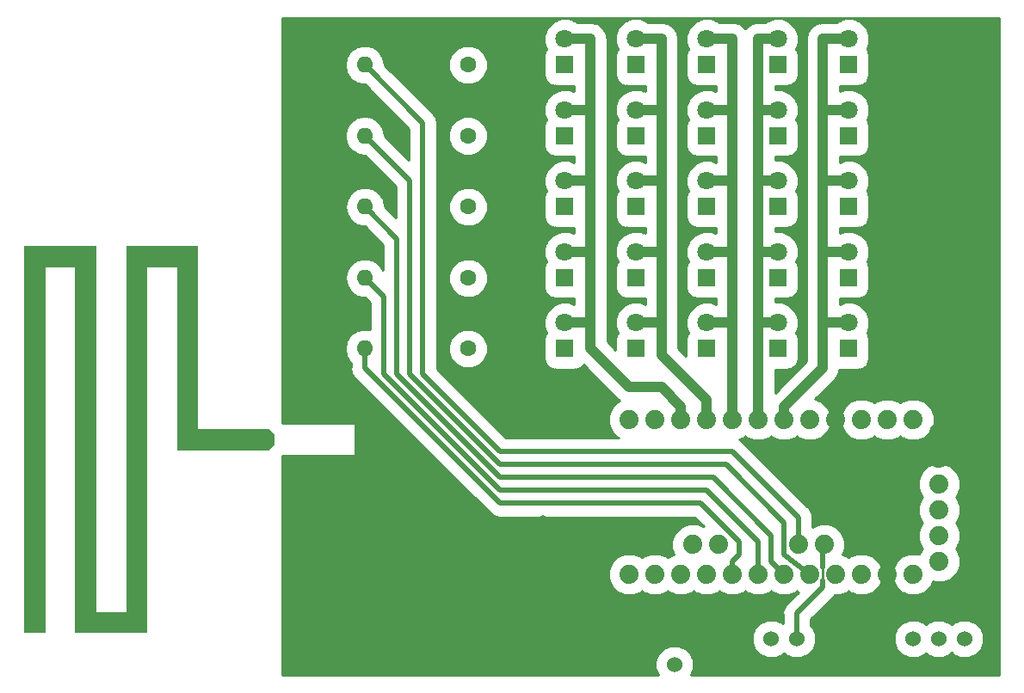
<source format=gbr>
G04 #@! TF.GenerationSoftware,KiCad,Pcbnew,(5.0.2-5)-5*
G04 #@! TF.CreationDate,2022-03-24T12:02:08+00:00*
G04 #@! TF.ProjectId,bee-badge-2000,6265652d-6261-4646-9765-2d323030302e,rev?*
G04 #@! TF.SameCoordinates,Original*
G04 #@! TF.FileFunction,Copper,L2,Bot*
G04 #@! TF.FilePolarity,Positive*
%FSLAX46Y46*%
G04 Gerber Fmt 4.6, Leading zero omitted, Abs format (unit mm)*
G04 Created by KiCad (PCBNEW (5.0.2-5)-5) date Thursday, 24 March 2022 at 12:02:08*
%MOMM*%
%LPD*%
G01*
G04 APERTURE LIST*
G04 #@! TA.AperFunction,EtchedComponent*
%ADD10C,0.010000*%
G04 #@! TD*
G04 #@! TA.AperFunction,ComponentPad*
%ADD11O,1.600000X1.600000*%
G04 #@! TD*
G04 #@! TA.AperFunction,ComponentPad*
%ADD12C,1.600000*%
G04 #@! TD*
G04 #@! TA.AperFunction,ComponentPad*
%ADD13C,1.879600*%
G04 #@! TD*
G04 #@! TA.AperFunction,ComponentPad*
%ADD14C,1.800000*%
G04 #@! TD*
G04 #@! TA.AperFunction,ComponentPad*
%ADD15R,1.800000X1.800000*%
G04 #@! TD*
G04 #@! TA.AperFunction,ComponentPad*
%ADD16C,1.524000*%
G04 #@! TD*
G04 #@! TA.AperFunction,ViaPad*
%ADD17C,0.800000*%
G04 #@! TD*
G04 #@! TA.AperFunction,Conductor*
%ADD18C,1.000000*%
G04 #@! TD*
G04 #@! TA.AperFunction,Conductor*
%ADD19C,0.500000*%
G04 #@! TD*
G04 #@! TA.AperFunction,Conductor*
%ADD20C,0.250000*%
G04 #@! TD*
G04 #@! TA.AperFunction,Conductor*
%ADD21C,0.254000*%
G04 #@! TD*
%ADD22C,0.254000*%
G04 APERTURE END LIST*
D10*
G04 #@! TO.C,AE1*
G36*
X91000000Y-43135000D02*
X91000000Y-78635000D01*
X94000000Y-78635000D01*
X94000000Y-42635000D01*
X101000000Y-42635000D01*
X101000000Y-60635000D01*
X108000000Y-60635000D01*
X108500000Y-61135000D01*
X108500000Y-62135000D01*
X108000000Y-62635000D01*
X99000000Y-62635000D01*
X99000000Y-44635000D01*
X96000000Y-44635000D01*
X96000000Y-80635000D01*
X89000000Y-80635000D01*
X89000000Y-44635000D01*
X86000000Y-44635000D01*
X86000000Y-80635000D01*
X84000000Y-80635000D01*
X84000000Y-42635000D01*
X91000000Y-42635000D01*
X91000000Y-43135000D01*
G37*
X91000000Y-43135000D02*
X91000000Y-78635000D01*
X94000000Y-78635000D01*
X94000000Y-42635000D01*
X101000000Y-42635000D01*
X101000000Y-60635000D01*
X108000000Y-60635000D01*
X108500000Y-61135000D01*
X108500000Y-62135000D01*
X108000000Y-62635000D01*
X99000000Y-62635000D01*
X99000000Y-44635000D01*
X96000000Y-44635000D01*
X96000000Y-80635000D01*
X89000000Y-80635000D01*
X89000000Y-44635000D01*
X86000000Y-44635000D01*
X86000000Y-80635000D01*
X84000000Y-80635000D01*
X84000000Y-42635000D01*
X91000000Y-42635000D01*
X91000000Y-43135000D01*
G04 #@! TD*
D11*
G04 #@! TO.P,R4,2*
G04 #@! TO.N,Row_3*
X117500000Y-45750000D03*
D12*
G04 #@! TO.P,R4,1*
G04 #@! TO.N,Net-(D14-Pad1)*
X127660000Y-45750000D03*
G04 #@! TD*
D13*
G04 #@! TO.P,U1,JP1_1*
G04 #@! TO.N,N/C*
X173990000Y-73660000D03*
G04 #@! TO.P,U1,JP1_2*
X173990000Y-71120000D03*
G04 #@! TO.P,U1,JP1_3*
X173990000Y-68580000D03*
G04 #@! TO.P,U1,JP1_4*
G04 #@! TO.N,3v0*
X173990000Y-66040000D03*
G04 #@! TO.P,U1,JP1_5*
G04 #@! TO.N,GND*
X173990000Y-63500000D03*
G04 #@! TO.P,U1,JP1_6*
X173990000Y-60960000D03*
G04 #@! TO.P,U1,JP2_1*
G04 #@! TO.N,Row_0*
X160147000Y-72009000D03*
G04 #@! TO.P,U1,JP2_2*
G04 #@! TO.N,Scan*
X162687000Y-72009000D03*
G04 #@! TO.P,U1,JP3_2*
G04 #@! TO.N,N/C*
X152273000Y-72009000D03*
G04 #@! TO.P,U1,JP3_1*
X149733000Y-72009000D03*
G04 #@! TO.P,U1,JP6_1*
X171450000Y-74930000D03*
G04 #@! TO.P,U1,JP6_2*
G04 #@! TO.N,GND*
X168910000Y-74930000D03*
G04 #@! TO.P,U1,JP6_3*
G04 #@! TO.N,N/C*
X166370000Y-74930000D03*
G04 #@! TO.P,U1,JP6_4*
X163830000Y-74930000D03*
G04 #@! TO.P,U1,JP6_5*
G04 #@! TO.N,Row_1*
X161290000Y-74930000D03*
G04 #@! TO.P,U1,JP6_6*
G04 #@! TO.N,Row_2*
X158750000Y-74930000D03*
G04 #@! TO.P,U1,JP6_7*
G04 #@! TO.N,Row_3*
X156210000Y-74930000D03*
G04 #@! TO.P,U1,JP6_8*
G04 #@! TO.N,Row_4*
X153670000Y-74930000D03*
G04 #@! TO.P,U1,JP6_9*
G04 #@! TO.N,SCK*
X151130000Y-74930000D03*
G04 #@! TO.P,U1,JP6_10*
G04 #@! TO.N,MISO*
X148590000Y-74930000D03*
G04 #@! TO.P,U1,JP6_11*
G04 #@! TO.N,MOSI*
X146050000Y-74930000D03*
G04 #@! TO.P,U1,JP6_12*
G04 #@! TO.N,NSS*
X143510000Y-74930000D03*
G04 #@! TO.P,U1,JP7_1*
G04 #@! TO.N,N/C*
X143510000Y-59690000D03*
G04 #@! TO.P,U1,JP7_2*
X146050000Y-59690000D03*
G04 #@! TO.P,U1,JP7_3*
G04 #@! TO.N,Col_4*
X148590000Y-59690000D03*
G04 #@! TO.P,U1,JP7_4*
G04 #@! TO.N,Col_3*
X151130000Y-59690000D03*
G04 #@! TO.P,U1,JP7_5*
G04 #@! TO.N,Col_2*
X153670000Y-59690000D03*
G04 #@! TO.P,U1,JP7_6*
G04 #@! TO.N,Col_1*
X156210000Y-59690000D03*
G04 #@! TO.P,U1,JP7_7*
G04 #@! TO.N,Col_0*
X158750000Y-59690000D03*
G04 #@! TO.P,U1,JP7_8*
G04 #@! TO.N,INT_0*
X161290000Y-59690000D03*
G04 #@! TO.P,U1,JP7_9*
G04 #@! TO.N,GND*
X163830000Y-59690000D03*
G04 #@! TO.P,U1,JP7_10*
G04 #@! TO.N,N/C*
X166370000Y-59690000D03*
G04 #@! TO.P,U1,JP7_11*
X168910000Y-59690000D03*
G04 #@! TO.P,U1,JP7_12*
X171450000Y-59690000D03*
G04 #@! TD*
D14*
G04 #@! TO.P,D1,2*
G04 #@! TO.N,Col_4*
X137160000Y-22225000D03*
D15*
G04 #@! TO.P,D1,1*
G04 #@! TO.N,Net-(D1-Pad1)*
X137160000Y-24765000D03*
G04 #@! TD*
D14*
G04 #@! TO.P,D2,2*
G04 #@! TO.N,Col_4*
X137160000Y-29210000D03*
D15*
G04 #@! TO.P,D2,1*
G04 #@! TO.N,Net-(D12-Pad1)*
X137160000Y-31750000D03*
G04 #@! TD*
D14*
G04 #@! TO.P,D3,2*
G04 #@! TO.N,Col_4*
X137160000Y-36195000D03*
D15*
G04 #@! TO.P,D3,1*
G04 #@! TO.N,Net-(D13-Pad1)*
X137160000Y-38735000D03*
G04 #@! TD*
D14*
G04 #@! TO.P,D4,2*
G04 #@! TO.N,Col_4*
X137160000Y-43180000D03*
D15*
G04 #@! TO.P,D4,1*
G04 #@! TO.N,Net-(D14-Pad1)*
X137160000Y-45720000D03*
G04 #@! TD*
D14*
G04 #@! TO.P,D5,2*
G04 #@! TO.N,Col_4*
X137160000Y-50165000D03*
D15*
G04 #@! TO.P,D5,1*
G04 #@! TO.N,Net-(D10-Pad1)*
X137160000Y-52705000D03*
G04 #@! TD*
D14*
G04 #@! TO.P,D6,2*
G04 #@! TO.N,Col_3*
X144145000Y-22225000D03*
D15*
G04 #@! TO.P,D6,1*
G04 #@! TO.N,Net-(D1-Pad1)*
X144145000Y-24765000D03*
G04 #@! TD*
D14*
G04 #@! TO.P,D7,2*
G04 #@! TO.N,Col_3*
X144145000Y-29210000D03*
D15*
G04 #@! TO.P,D7,1*
G04 #@! TO.N,Net-(D12-Pad1)*
X144145000Y-31750000D03*
G04 #@! TD*
D14*
G04 #@! TO.P,D8,2*
G04 #@! TO.N,Col_3*
X144145000Y-36195000D03*
D15*
G04 #@! TO.P,D8,1*
G04 #@! TO.N,Net-(D13-Pad1)*
X144145000Y-38735000D03*
G04 #@! TD*
D14*
G04 #@! TO.P,D9,2*
G04 #@! TO.N,Col_3*
X144145000Y-43180000D03*
D15*
G04 #@! TO.P,D9,1*
G04 #@! TO.N,Net-(D14-Pad1)*
X144145000Y-45720000D03*
G04 #@! TD*
D14*
G04 #@! TO.P,D10,2*
G04 #@! TO.N,Col_3*
X144145000Y-50165000D03*
D15*
G04 #@! TO.P,D10,1*
G04 #@! TO.N,Net-(D10-Pad1)*
X144145000Y-52705000D03*
G04 #@! TD*
D14*
G04 #@! TO.P,D11,2*
G04 #@! TO.N,Col_2*
X151130000Y-22225000D03*
D15*
G04 #@! TO.P,D11,1*
G04 #@! TO.N,Net-(D1-Pad1)*
X151130000Y-24765000D03*
G04 #@! TD*
D14*
G04 #@! TO.P,D12,2*
G04 #@! TO.N,Col_2*
X151130000Y-29210000D03*
D15*
G04 #@! TO.P,D12,1*
G04 #@! TO.N,Net-(D12-Pad1)*
X151130000Y-31750000D03*
G04 #@! TD*
D14*
G04 #@! TO.P,D13,2*
G04 #@! TO.N,Col_2*
X151130000Y-36195000D03*
D15*
G04 #@! TO.P,D13,1*
G04 #@! TO.N,Net-(D13-Pad1)*
X151130000Y-38735000D03*
G04 #@! TD*
D14*
G04 #@! TO.P,D14,2*
G04 #@! TO.N,Col_2*
X151130000Y-43180000D03*
D15*
G04 #@! TO.P,D14,1*
G04 #@! TO.N,Net-(D14-Pad1)*
X151130000Y-45720000D03*
G04 #@! TD*
D14*
G04 #@! TO.P,D15,2*
G04 #@! TO.N,Col_2*
X151130000Y-50165000D03*
D15*
G04 #@! TO.P,D15,1*
G04 #@! TO.N,Net-(D10-Pad1)*
X151130000Y-52705000D03*
G04 #@! TD*
D14*
G04 #@! TO.P,D16,2*
G04 #@! TO.N,Col_1*
X158115000Y-22225000D03*
D15*
G04 #@! TO.P,D16,1*
G04 #@! TO.N,Net-(D1-Pad1)*
X158115000Y-24765000D03*
G04 #@! TD*
D14*
G04 #@! TO.P,D17,2*
G04 #@! TO.N,Col_1*
X158115000Y-29210000D03*
D15*
G04 #@! TO.P,D17,1*
G04 #@! TO.N,Net-(D12-Pad1)*
X158115000Y-31750000D03*
G04 #@! TD*
D14*
G04 #@! TO.P,D18,2*
G04 #@! TO.N,Col_1*
X158115000Y-36195000D03*
D15*
G04 #@! TO.P,D18,1*
G04 #@! TO.N,Net-(D13-Pad1)*
X158115000Y-38735000D03*
G04 #@! TD*
D14*
G04 #@! TO.P,D19,2*
G04 #@! TO.N,Col_1*
X158115000Y-43180000D03*
D15*
G04 #@! TO.P,D19,1*
G04 #@! TO.N,Net-(D14-Pad1)*
X158115000Y-45720000D03*
G04 #@! TD*
D14*
G04 #@! TO.P,D20,2*
G04 #@! TO.N,Col_1*
X158115000Y-50165000D03*
D15*
G04 #@! TO.P,D20,1*
G04 #@! TO.N,Net-(D10-Pad1)*
X158115000Y-52705000D03*
G04 #@! TD*
D14*
G04 #@! TO.P,D21,2*
G04 #@! TO.N,Col_0*
X165100000Y-22225000D03*
D15*
G04 #@! TO.P,D21,1*
G04 #@! TO.N,Net-(D1-Pad1)*
X165100000Y-24765000D03*
G04 #@! TD*
D14*
G04 #@! TO.P,D22,2*
G04 #@! TO.N,Col_0*
X165100000Y-29210000D03*
D15*
G04 #@! TO.P,D22,1*
G04 #@! TO.N,Net-(D12-Pad1)*
X165100000Y-31750000D03*
G04 #@! TD*
D14*
G04 #@! TO.P,D23,2*
G04 #@! TO.N,Col_0*
X165100000Y-36195000D03*
D15*
G04 #@! TO.P,D23,1*
G04 #@! TO.N,Net-(D13-Pad1)*
X165100000Y-38735000D03*
G04 #@! TD*
D14*
G04 #@! TO.P,D24,2*
G04 #@! TO.N,Col_0*
X165100000Y-43180000D03*
D15*
G04 #@! TO.P,D24,1*
G04 #@! TO.N,Net-(D14-Pad1)*
X165100000Y-45720000D03*
G04 #@! TD*
D14*
G04 #@! TO.P,D25,2*
G04 #@! TO.N,Col_0*
X165100000Y-50165000D03*
D15*
G04 #@! TO.P,D25,1*
G04 #@! TO.N,Net-(D10-Pad1)*
X165100000Y-52705000D03*
G04 #@! TD*
D11*
G04 #@! TO.P,R1,2*
G04 #@! TO.N,Row_0*
X117475000Y-24765000D03*
D12*
G04 #@! TO.P,R1,1*
G04 #@! TO.N,Net-(D1-Pad1)*
X127635000Y-24765000D03*
G04 #@! TD*
D11*
G04 #@! TO.P,R2,2*
G04 #@! TO.N,Row_1*
X117475000Y-31750000D03*
D12*
G04 #@! TO.P,R2,1*
G04 #@! TO.N,Net-(D12-Pad1)*
X127635000Y-31750000D03*
G04 #@! TD*
D11*
G04 #@! TO.P,R3,2*
G04 #@! TO.N,Row_2*
X117500000Y-38735000D03*
D12*
G04 #@! TO.P,R3,1*
G04 #@! TO.N,Net-(D13-Pad1)*
X127660000Y-38735000D03*
G04 #@! TD*
D11*
G04 #@! TO.P,R5,2*
G04 #@! TO.N,Row_4*
X117475000Y-52705000D03*
D12*
G04 #@! TO.P,R5,1*
G04 #@! TO.N,Net-(D10-Pad1)*
X127635000Y-52705000D03*
G04 #@! TD*
D16*
G04 #@! TO.P,SW1,3*
G04 #@! TO.N,N/C*
X176490000Y-81280000D03*
G04 #@! TO.P,SW1,2*
G04 #@! TO.N,3v0*
X173950000Y-81280000D03*
G04 #@! TO.P,SW1,1*
G04 #@! TO.N,Net-(BT1-Pad1)*
X171450000Y-81280000D03*
G04 #@! TD*
G04 #@! TO.P,SW2,3*
G04 #@! TO.N,GND*
X162520000Y-81280000D03*
G04 #@! TO.P,SW2,2*
G04 #@! TO.N,Scan*
X159980000Y-81280000D03*
G04 #@! TO.P,SW2,1*
G04 #@! TO.N,N/C*
X157480000Y-81280000D03*
G04 #@! TD*
G04 #@! TO.P,BT1,2*
G04 #@! TO.N,GND*
X135955000Y-83820000D03*
G04 #@! TO.P,BT1,1*
G04 #@! TO.N,Net-(BT1-Pad1)*
X147955000Y-83820000D03*
G04 #@! TD*
D17*
G04 #@! TO.N,*
X103847643Y-61635000D03*
X100000000Y-61635000D03*
X100000000Y-55635000D03*
X94957643Y-79635000D03*
X94957643Y-73635000D03*
X94957643Y-67635000D03*
X94957643Y-61635000D03*
X95000000Y-55635000D03*
X100000000Y-43635000D03*
X90000000Y-43635000D03*
X85000000Y-43635000D03*
X85000000Y-49530000D03*
X90000000Y-49635000D03*
X90000000Y-55635000D03*
X85000000Y-55635000D03*
X85000000Y-61595000D03*
X90000000Y-61635000D03*
X90000000Y-67635000D03*
X85000000Y-67635000D03*
X90000000Y-73635000D03*
X85000000Y-73635000D03*
X85000000Y-79635000D03*
X90000000Y-79635000D03*
X100000000Y-49635000D03*
X95000000Y-43635000D03*
X95000000Y-49635000D03*
G04 #@! TO.N,GND*
X111000000Y-64000000D03*
X111000000Y-69000000D03*
X111000000Y-74000000D03*
X111000000Y-79000000D03*
X111000000Y-84000000D03*
X116000000Y-84000000D03*
X116000000Y-79000000D03*
X131000000Y-84000000D03*
X121000000Y-84000000D03*
X121000000Y-79000000D03*
X126000000Y-84000000D03*
X141000000Y-84000000D03*
X144750000Y-84000000D03*
X146000000Y-79000000D03*
X151000000Y-79000000D03*
X165000000Y-78000000D03*
X170000000Y-78000000D03*
X111000000Y-59000000D03*
X111000000Y-53000000D03*
X124000000Y-64000000D03*
X123000000Y-68000000D03*
X128000000Y-68000000D03*
X127000000Y-72000000D03*
X118000000Y-59000000D03*
X118000000Y-64000000D03*
X129000000Y-56000000D03*
X165000000Y-63000000D03*
X170000000Y-63000000D03*
X165000000Y-68000000D03*
X170000000Y-68000000D03*
X170000000Y-72000000D03*
X161000000Y-66000000D03*
X111000000Y-48000000D03*
X111000000Y-43000000D03*
X111000000Y-38000000D03*
X111000000Y-33000000D03*
X111000000Y-29000000D03*
X111000000Y-24000000D03*
X115000000Y-24000000D03*
X115000000Y-29000000D03*
X115000000Y-33000000D03*
X115000000Y-38000000D03*
X115000000Y-43000000D03*
X115000000Y-48000000D03*
X115000000Y-53000000D03*
X131000000Y-50000000D03*
X131000000Y-43000000D03*
X131000000Y-36000000D03*
X131000000Y-28000000D03*
X131000000Y-22000000D03*
X172000000Y-53000000D03*
X177000000Y-53000000D03*
X177000000Y-48000000D03*
X172000000Y-48000000D03*
X172000000Y-43000000D03*
X172000000Y-38000000D03*
X172000000Y-33000000D03*
X177000000Y-33000000D03*
X177000000Y-38000000D03*
X177000000Y-43000000D03*
X177000000Y-28000000D03*
X172000000Y-28000000D03*
X172000000Y-23000000D03*
X177000000Y-23000000D03*
X147750000Y-69750000D03*
X138500000Y-59750000D03*
X156500000Y-62500000D03*
X136000000Y-60750000D03*
X140500000Y-60750000D03*
X125000000Y-52750000D03*
X125000000Y-48000000D03*
X125000000Y-43250000D03*
X125000000Y-38250000D03*
X125000000Y-33000000D03*
X125000000Y-24750000D03*
X142000000Y-34250000D03*
X142000000Y-27000000D03*
X149000000Y-27000000D03*
X160250000Y-27250000D03*
X160250000Y-34250000D03*
X160250000Y-41000000D03*
X160000000Y-48000000D03*
X149000000Y-48250000D03*
X149000000Y-41000000D03*
X149000000Y-34000000D03*
X141750000Y-41000000D03*
X142000000Y-48000000D03*
X118000000Y-76000000D03*
X113000000Y-76000000D03*
X135000000Y-69500000D03*
G04 #@! TD*
D18*
G04 #@! TO.N,Col_1*
X156210000Y-56515000D02*
X156210000Y-59690000D01*
X156210000Y-22225000D02*
X156210000Y-56515000D01*
X156210000Y-50165000D02*
X158115000Y-50165000D01*
X156210000Y-43180000D02*
X158115000Y-43180000D01*
X158115000Y-36195000D02*
X156210000Y-36195000D01*
X158115000Y-29210000D02*
X156210000Y-29210000D01*
X158115000Y-22225000D02*
X156210000Y-22225000D01*
D19*
G04 #@! TO.N,Row_1*
X158750000Y-73025000D02*
X161290000Y-74930000D01*
X158750000Y-69850000D02*
X158750000Y-73025000D01*
X153035000Y-64135000D02*
X158750000Y-69850000D01*
X130810000Y-64135000D02*
X153035000Y-64135000D01*
X121920000Y-55245000D02*
X130810000Y-64135000D01*
X121920000Y-36195000D02*
X121920000Y-55245000D01*
X117475000Y-31750000D02*
X121920000Y-36195000D01*
G04 #@! TO.N,Row_2*
X157810201Y-73990201D02*
X158750000Y-74930000D01*
X157480000Y-73660000D02*
X157810201Y-73990201D01*
X157480000Y-71120000D02*
X157480000Y-73660000D01*
X151765000Y-65405000D02*
X157480000Y-71120000D01*
X130810000Y-65405000D02*
X151765000Y-65405000D01*
X120650000Y-55245000D02*
X130810000Y-65405000D01*
X120650000Y-41910000D02*
X120650000Y-55245000D01*
X117590000Y-38750000D02*
X120650000Y-41910000D01*
G04 #@! TO.N,Row_3*
X117475000Y-45720000D02*
X119380000Y-47625000D01*
X156210000Y-71755000D02*
X156210000Y-74930000D01*
X119380000Y-47625000D02*
X119380000Y-55245000D01*
X130810000Y-66675000D02*
X151130000Y-66675000D01*
X151130000Y-66675000D02*
X156210000Y-71755000D01*
X119380000Y-55245000D02*
X130810000Y-66675000D01*
G04 #@! TO.N,Row_4*
X117475000Y-52705000D02*
X117475000Y-54610000D01*
X130810000Y-67945000D02*
X150495000Y-67945000D01*
X150495000Y-67945000D02*
X154305000Y-71755000D01*
X154305000Y-71755000D02*
X154305000Y-73025000D01*
X117475000Y-54610000D02*
X130810000Y-67945000D01*
X154305000Y-73025000D02*
X153670000Y-73660000D01*
X153670000Y-73660000D02*
X153670000Y-74930000D01*
D18*
G04 #@! TO.N,Col_2*
X151130000Y-29210000D02*
X153670000Y-29210000D01*
X153670000Y-36195000D02*
X151130000Y-36195000D01*
X151130000Y-43180000D02*
X153670000Y-43180000D01*
X151130000Y-50165000D02*
X153670000Y-50165000D01*
X153670000Y-22225000D02*
X153670000Y-50165000D01*
X151130000Y-22225000D02*
X153670000Y-22225000D01*
X153670000Y-55880000D02*
X153670000Y-59690000D01*
X153670000Y-50165000D02*
X153670000Y-55880000D01*
G04 #@! TO.N,Col_3*
X144145000Y-43180000D02*
X146685000Y-43180000D01*
X144145000Y-36195000D02*
X146685000Y-36195000D01*
X146685000Y-29210000D02*
X144145000Y-29210000D01*
X146685000Y-50165000D02*
X144780000Y-50165000D01*
X151130000Y-57785000D02*
X151130000Y-59690000D01*
X149860000Y-56515000D02*
X151130000Y-57785000D01*
X146685000Y-53340000D02*
X149860000Y-56515000D01*
X146685000Y-22225000D02*
X146685000Y-53340000D01*
X144145000Y-22225000D02*
X146685000Y-22225000D01*
G04 #@! TO.N,Col_4*
X137160000Y-50165000D02*
X139700000Y-50165000D01*
X137160000Y-43180000D02*
X139700000Y-43180000D01*
X137160000Y-29210000D02*
X139700000Y-29210000D01*
X139700000Y-36195000D02*
X137160000Y-36195000D01*
X148590000Y-58420000D02*
X148590000Y-59690000D01*
X146685000Y-56515000D02*
X148590000Y-58420000D01*
X143510000Y-56515000D02*
X146685000Y-56515000D01*
X139700000Y-52705000D02*
X143510000Y-56515000D01*
X139700000Y-22225000D02*
X139700000Y-52705000D01*
X137160000Y-22225000D02*
X139700000Y-22225000D01*
G04 #@! TO.N,Col_0*
X162560000Y-29210000D02*
X165100000Y-29210000D01*
X162560000Y-36195000D02*
X165100000Y-36195000D01*
X162560000Y-43180000D02*
X165100000Y-43180000D01*
X165100000Y-50165000D02*
X162560000Y-50165000D01*
X162560000Y-22225000D02*
X165100000Y-22225000D01*
X162560000Y-54610000D02*
X162560000Y-22225000D01*
X158750000Y-58420000D02*
X162560000Y-54610000D01*
X158750000Y-59690000D02*
X158750000Y-58420000D01*
D19*
G04 #@! TO.N,Row_0*
X160147000Y-69342000D02*
X160147000Y-72009000D01*
X153670000Y-62865000D02*
X160147000Y-69342000D01*
X130810000Y-62865000D02*
X153670000Y-62865000D01*
X123190000Y-55245000D02*
X130810000Y-62865000D01*
X123190000Y-30480000D02*
X123190000Y-55245000D01*
X117475000Y-24765000D02*
X123190000Y-30480000D01*
D20*
G04 #@! TO.N,Scan*
X162560000Y-74295000D02*
X162560000Y-75565000D01*
D19*
X159980000Y-78780000D02*
X159980000Y-81280000D01*
X162560000Y-76200000D02*
X159980000Y-78780000D01*
X162560000Y-75565000D02*
X162560000Y-76200000D01*
X162560000Y-73025000D02*
X162687000Y-72009000D01*
X162560000Y-74295000D02*
X162560000Y-73025000D01*
G04 #@! TD*
D21*
G04 #@! TO.N,GND*
X109347000Y-20132000D02*
X179868000Y-20132000D01*
X109347000Y-20373300D02*
X136333595Y-20373300D01*
X137986406Y-20373300D02*
X143318595Y-20373300D01*
X144971406Y-20373300D02*
X150303595Y-20373300D01*
X151956406Y-20373300D02*
X157288595Y-20373300D01*
X158941406Y-20373300D02*
X164273595Y-20373300D01*
X165926406Y-20373300D02*
X179868000Y-20373300D01*
X109347000Y-20614600D02*
X135903790Y-20614600D01*
X139943697Y-20614600D02*
X142888790Y-20614600D01*
X146928697Y-20614600D02*
X149873790Y-20614600D01*
X153913697Y-20614600D02*
X155966304Y-20614600D01*
X159371210Y-20614600D02*
X162316304Y-20614600D01*
X166356210Y-20614600D02*
X179868000Y-20614600D01*
X109347000Y-20855900D02*
X135662490Y-20855900D01*
X140579519Y-20855900D02*
X142647490Y-20855900D01*
X147564519Y-20855900D02*
X149632490Y-20855900D01*
X154549519Y-20855900D02*
X155330482Y-20855900D01*
X159612510Y-20855900D02*
X161680482Y-20855900D01*
X166597510Y-20855900D02*
X179868000Y-20855900D01*
X109347000Y-21097200D02*
X135433142Y-21097200D01*
X140903204Y-21097200D02*
X142418142Y-21097200D01*
X147888204Y-21097200D02*
X149403142Y-21097200D01*
X154873204Y-21097200D02*
X155006797Y-21097200D01*
X159841859Y-21097200D02*
X161356797Y-21097200D01*
X166826859Y-21097200D02*
X179868000Y-21097200D01*
X109347000Y-21338500D02*
X135333192Y-21338500D01*
X141064436Y-21338500D02*
X142318192Y-21338500D01*
X148049436Y-21338500D02*
X149303192Y-21338500D01*
X159941809Y-21338500D02*
X161195565Y-21338500D01*
X166926809Y-21338500D02*
X179868000Y-21338500D01*
X109347000Y-21579800D02*
X135233242Y-21579800D01*
X141225667Y-21579800D02*
X142218242Y-21579800D01*
X148210667Y-21579800D02*
X149203242Y-21579800D01*
X160041759Y-21579800D02*
X161034334Y-21579800D01*
X167026759Y-21579800D02*
X179868000Y-21579800D01*
X109347000Y-21821100D02*
X135133293Y-21821100D01*
X141278534Y-21821100D02*
X142118293Y-21821100D01*
X148263534Y-21821100D02*
X149103293Y-21821100D01*
X160141708Y-21821100D02*
X160981467Y-21821100D01*
X167126708Y-21821100D02*
X179868000Y-21821100D01*
X109347000Y-22062400D02*
X135133000Y-22062400D01*
X141326531Y-22062400D02*
X142118000Y-22062400D01*
X148311531Y-22062400D02*
X149103000Y-22062400D01*
X160142000Y-22062400D02*
X160933470Y-22062400D01*
X167127000Y-22062400D02*
X179868000Y-22062400D01*
X109347000Y-22303700D02*
X135133000Y-22303700D01*
X141343219Y-22303700D02*
X142118000Y-22303700D01*
X148328219Y-22303700D02*
X149103000Y-22303700D01*
X160142000Y-22303700D02*
X160916780Y-22303700D01*
X167127000Y-22303700D02*
X179868000Y-22303700D01*
X109347000Y-22545000D02*
X135133000Y-22545000D01*
X141327000Y-22545000D02*
X142118000Y-22545000D01*
X148312000Y-22545000D02*
X149103000Y-22545000D01*
X160142000Y-22545000D02*
X160933001Y-22545000D01*
X167127000Y-22545000D02*
X179868000Y-22545000D01*
X109347000Y-22786300D02*
X135198489Y-22786300D01*
X141327000Y-22786300D02*
X142183489Y-22786300D01*
X148312000Y-22786300D02*
X149168489Y-22786300D01*
X160076510Y-22786300D02*
X160933001Y-22786300D01*
X167061510Y-22786300D02*
X179868000Y-22786300D01*
X109347000Y-23027600D02*
X116606696Y-23027600D01*
X118343305Y-23027600D02*
X126793961Y-23027600D01*
X128476040Y-23027600D02*
X135298438Y-23027600D01*
X141327000Y-23027600D02*
X142283438Y-23027600D01*
X148312000Y-23027600D02*
X149268438Y-23027600D01*
X159976561Y-23027600D02*
X160933001Y-23027600D01*
X166961561Y-23027600D02*
X179868000Y-23027600D01*
X109347000Y-23268900D02*
X116245565Y-23268900D01*
X118704436Y-23268900D02*
X126405910Y-23268900D01*
X128864090Y-23268900D02*
X135302870Y-23268900D01*
X141327000Y-23268900D02*
X142287870Y-23268900D01*
X148312000Y-23268900D02*
X149272870Y-23268900D01*
X159972131Y-23268900D02*
X160933001Y-23268900D01*
X166957131Y-23268900D02*
X179868000Y-23268900D01*
X109347000Y-23510200D02*
X115995849Y-23510200D01*
X118954152Y-23510200D02*
X126164610Y-23510200D01*
X129105390Y-23510200D02*
X135181495Y-23510200D01*
X141327000Y-23510200D02*
X142166495Y-23510200D01*
X148312000Y-23510200D02*
X149151495Y-23510200D01*
X160093506Y-23510200D02*
X160933001Y-23510200D01*
X167078506Y-23510200D02*
X179868000Y-23510200D01*
X109347000Y-23751500D02*
X115834617Y-23751500D01*
X119115384Y-23751500D02*
X125969036Y-23751500D01*
X129300965Y-23751500D02*
X135133498Y-23751500D01*
X141327000Y-23751500D02*
X142118498Y-23751500D01*
X148312000Y-23751500D02*
X149103498Y-23751500D01*
X160141503Y-23751500D02*
X160933001Y-23751500D01*
X167126503Y-23751500D02*
X179868000Y-23751500D01*
X109347000Y-23992800D02*
X115673385Y-23992800D01*
X119276616Y-23992800D02*
X125869086Y-23992800D01*
X129400915Y-23992800D02*
X135110921Y-23992800D01*
X141327000Y-23992800D02*
X142095921Y-23992800D01*
X148312000Y-23992800D02*
X149080921Y-23992800D01*
X160164079Y-23992800D02*
X160933001Y-23992800D01*
X167149079Y-23992800D02*
X179868000Y-23992800D01*
X109347000Y-24234100D02*
X115615851Y-24234100D01*
X119334150Y-24234100D02*
X125769137Y-24234100D01*
X129500864Y-24234100D02*
X135110921Y-24234100D01*
X141327000Y-24234100D02*
X142095921Y-24234100D01*
X148312000Y-24234100D02*
X149080921Y-24234100D01*
X160164079Y-24234100D02*
X160933001Y-24234100D01*
X167149079Y-24234100D02*
X179868000Y-24234100D01*
X109347000Y-24475400D02*
X115567854Y-24475400D01*
X119382148Y-24475400D02*
X125708000Y-24475400D01*
X129562000Y-24475400D02*
X135110921Y-24475400D01*
X141327000Y-24475400D02*
X142095921Y-24475400D01*
X148312000Y-24475400D02*
X149080921Y-24475400D01*
X160164079Y-24475400D02*
X160933001Y-24475400D01*
X167149079Y-24475400D02*
X179868000Y-24475400D01*
X109347000Y-24716700D02*
X115519856Y-24716700D01*
X119430145Y-24716700D02*
X125708000Y-24716700D01*
X129562000Y-24716700D02*
X135110921Y-24716700D01*
X141327000Y-24716700D02*
X142095921Y-24716700D01*
X148312000Y-24716700D02*
X149080921Y-24716700D01*
X160164079Y-24716700D02*
X160933001Y-24716700D01*
X167149079Y-24716700D02*
X179868000Y-24716700D01*
X109347000Y-24958000D02*
X115548638Y-24958000D01*
X119615372Y-24958000D02*
X125708000Y-24958000D01*
X129562000Y-24958000D02*
X135110921Y-24958000D01*
X141327000Y-24958000D02*
X142095921Y-24958000D01*
X148312000Y-24958000D02*
X149080921Y-24958000D01*
X160164079Y-24958000D02*
X160933001Y-24958000D01*
X167149079Y-24958000D02*
X179868000Y-24958000D01*
X109347000Y-25199300D02*
X115596635Y-25199300D01*
X119856672Y-25199300D02*
X125729123Y-25199300D01*
X129540876Y-25199300D02*
X135110921Y-25199300D01*
X141327000Y-25199300D02*
X142095921Y-25199300D01*
X148312000Y-25199300D02*
X149080921Y-25199300D01*
X160164079Y-25199300D02*
X160933001Y-25199300D01*
X167149079Y-25199300D02*
X179868000Y-25199300D01*
X109347000Y-25440600D02*
X115644633Y-25440600D01*
X120097972Y-25440600D02*
X125829072Y-25440600D01*
X129440927Y-25440600D02*
X135110921Y-25440600D01*
X141327000Y-25440600D02*
X142095921Y-25440600D01*
X148312000Y-25440600D02*
X149080921Y-25440600D01*
X160164079Y-25440600D02*
X160933001Y-25440600D01*
X167149079Y-25440600D02*
X179868000Y-25440600D01*
X109347000Y-25681900D02*
X115770070Y-25681900D01*
X120339272Y-25681900D02*
X125929022Y-25681900D01*
X129340977Y-25681900D02*
X135114282Y-25681900D01*
X141327000Y-25681900D02*
X142099282Y-25681900D01*
X148312000Y-25681900D02*
X149084282Y-25681900D01*
X160160717Y-25681900D02*
X160933001Y-25681900D01*
X167145717Y-25681900D02*
X179868000Y-25681900D01*
X109347000Y-25923200D02*
X115931302Y-25923200D01*
X120580572Y-25923200D02*
X126068010Y-25923200D01*
X129201990Y-25923200D02*
X135162279Y-25923200D01*
X141327000Y-25923200D02*
X142147279Y-25923200D01*
X148312000Y-25923200D02*
X149132279Y-25923200D01*
X160112720Y-25923200D02*
X160933001Y-25923200D01*
X167097720Y-25923200D02*
X179868000Y-25923200D01*
X109347000Y-26164500D02*
X116100992Y-26164500D01*
X120821872Y-26164500D02*
X126309310Y-26164500D01*
X128960690Y-26164500D02*
X135238323Y-26164500D01*
X141327000Y-26164500D02*
X142223323Y-26164500D01*
X148312000Y-26164500D02*
X149208323Y-26164500D01*
X160036676Y-26164500D02*
X160933001Y-26164500D01*
X167021676Y-26164500D02*
X179868000Y-26164500D01*
X109347000Y-26405800D02*
X116462123Y-26405800D01*
X121063172Y-26405800D02*
X126560747Y-26405800D01*
X128709252Y-26405800D02*
X135399555Y-26405800D01*
X141327000Y-26405800D02*
X142384555Y-26405800D01*
X148312000Y-26405800D02*
X149369555Y-26405800D01*
X159875444Y-26405800D02*
X160933001Y-26405800D01*
X166860444Y-26405800D02*
X179868000Y-26405800D01*
X109347000Y-26647100D02*
X117059480Y-26647100D01*
X121304472Y-26647100D02*
X127143297Y-26647100D01*
X128126702Y-26647100D02*
X135701270Y-26647100D01*
X141327000Y-26647100D02*
X142686270Y-26647100D01*
X148312000Y-26647100D02*
X149671270Y-26647100D01*
X159573729Y-26647100D02*
X160933001Y-26647100D01*
X166558729Y-26647100D02*
X179868000Y-26647100D01*
X109347000Y-26888400D02*
X117651028Y-26888400D01*
X121545772Y-26888400D02*
X138073000Y-26888400D01*
X141327000Y-26888400D02*
X145058000Y-26888400D01*
X148312000Y-26888400D02*
X152043000Y-26888400D01*
X157837000Y-26888400D02*
X160933001Y-26888400D01*
X164187000Y-26888400D02*
X179868000Y-26888400D01*
X109347000Y-27129700D02*
X117892328Y-27129700D01*
X121787072Y-27129700D02*
X138073000Y-27129700D01*
X141327000Y-27129700D02*
X145058000Y-27129700D01*
X148312000Y-27129700D02*
X152043000Y-27129700D01*
X157837000Y-27129700D02*
X160933001Y-27129700D01*
X164187000Y-27129700D02*
X179868000Y-27129700D01*
X109347000Y-27371000D02*
X118133628Y-27371000D01*
X122028372Y-27371000D02*
X136302934Y-27371000D01*
X138017066Y-27371000D02*
X138073000Y-27371000D01*
X141327000Y-27371000D02*
X143287934Y-27371000D01*
X145002066Y-27371000D02*
X145058000Y-27371000D01*
X148312000Y-27371000D02*
X150272934Y-27371000D01*
X151987066Y-27371000D02*
X152043000Y-27371000D01*
X158972067Y-27371000D02*
X160933001Y-27371000D01*
X164187000Y-27371000D02*
X164242935Y-27371000D01*
X165957067Y-27371000D02*
X179868000Y-27371000D01*
X109347000Y-27612300D02*
X118374928Y-27612300D01*
X122269672Y-27612300D02*
X135891090Y-27612300D01*
X141327000Y-27612300D02*
X142876090Y-27612300D01*
X148312000Y-27612300D02*
X149861090Y-27612300D01*
X159383910Y-27612300D02*
X160933001Y-27612300D01*
X166368910Y-27612300D02*
X179868000Y-27612300D01*
X109347000Y-27853600D02*
X118616228Y-27853600D01*
X122510972Y-27853600D02*
X135649790Y-27853600D01*
X141327000Y-27853600D02*
X142634790Y-27853600D01*
X148312000Y-27853600D02*
X149619790Y-27853600D01*
X159625210Y-27853600D02*
X160933001Y-27853600D01*
X166610210Y-27853600D02*
X179868000Y-27853600D01*
X109347000Y-28094900D02*
X118857528Y-28094900D01*
X122752272Y-28094900D02*
X135427882Y-28094900D01*
X141327000Y-28094900D02*
X142412882Y-28094900D01*
X148312000Y-28094900D02*
X149397882Y-28094900D01*
X159847119Y-28094900D02*
X160933001Y-28094900D01*
X166832119Y-28094900D02*
X179868000Y-28094900D01*
X109347000Y-28336200D02*
X119098828Y-28336200D01*
X122993572Y-28336200D02*
X135327932Y-28336200D01*
X141327000Y-28336200D02*
X142312932Y-28336200D01*
X148312000Y-28336200D02*
X149297932Y-28336200D01*
X159947069Y-28336200D02*
X160933001Y-28336200D01*
X166932069Y-28336200D02*
X179868000Y-28336200D01*
X109347000Y-28577500D02*
X119340128Y-28577500D01*
X123234872Y-28577500D02*
X135227982Y-28577500D01*
X141327000Y-28577500D02*
X142212982Y-28577500D01*
X148312000Y-28577500D02*
X149197982Y-28577500D01*
X160047019Y-28577500D02*
X160933001Y-28577500D01*
X167032019Y-28577500D02*
X179868000Y-28577500D01*
X109347000Y-28818800D02*
X119581428Y-28818800D01*
X123476172Y-28818800D02*
X135133000Y-28818800D01*
X141327000Y-28818800D02*
X142118000Y-28818800D01*
X148312000Y-28818800D02*
X149103000Y-28818800D01*
X160142000Y-28818800D02*
X160933001Y-28818800D01*
X167127000Y-28818800D02*
X179868000Y-28818800D01*
X109347000Y-29060100D02*
X119822728Y-29060100D01*
X123717472Y-29060100D02*
X135133000Y-29060100D01*
X141329058Y-29060100D02*
X142118000Y-29060100D01*
X148314058Y-29060100D02*
X149103000Y-29060100D01*
X160142000Y-29060100D02*
X160930944Y-29060100D01*
X167127000Y-29060100D02*
X179868000Y-29060100D01*
X109347000Y-29301400D02*
X120064028Y-29301400D01*
X123958772Y-29301400D02*
X135133000Y-29301400D01*
X141340693Y-29301400D02*
X142118000Y-29301400D01*
X148325693Y-29301400D02*
X149103000Y-29301400D01*
X160142000Y-29301400D02*
X160919306Y-29301400D01*
X167127000Y-29301400D02*
X179868000Y-29301400D01*
X109347000Y-29542700D02*
X120305328Y-29542700D01*
X124219820Y-29542700D02*
X135133000Y-29542700D01*
X141327000Y-29542700D02*
X142118000Y-29542700D01*
X148312000Y-29542700D02*
X149103000Y-29542700D01*
X160142000Y-29542700D02*
X160933001Y-29542700D01*
X167127000Y-29542700D02*
X179868000Y-29542700D01*
X109347000Y-29784000D02*
X120546628Y-29784000D01*
X124381052Y-29784000D02*
X135203749Y-29784000D01*
X141327000Y-29784000D02*
X142188749Y-29784000D01*
X148312000Y-29784000D02*
X149173749Y-29784000D01*
X160071250Y-29784000D02*
X160933001Y-29784000D01*
X167056250Y-29784000D02*
X179868000Y-29784000D01*
X109347000Y-30025300D02*
X116587689Y-30025300D01*
X118362312Y-30025300D02*
X120787928Y-30025300D01*
X124503532Y-30025300D02*
X126763300Y-30025300D01*
X128506701Y-30025300D02*
X135303699Y-30025300D01*
X141327000Y-30025300D02*
X142288699Y-30025300D01*
X148312000Y-30025300D02*
X149273699Y-30025300D01*
X159971300Y-30025300D02*
X160933001Y-30025300D01*
X166956300Y-30025300D02*
X179868000Y-30025300D01*
X109347000Y-30266600D02*
X116226558Y-30266600D01*
X118723443Y-30266600D02*
X121029228Y-30266600D01*
X124551530Y-30266600D02*
X126393210Y-30266600D01*
X128876790Y-30266600D02*
X135294384Y-30266600D01*
X141327000Y-30266600D02*
X142279384Y-30266600D01*
X148312000Y-30266600D02*
X149264384Y-30266600D01*
X159980617Y-30266600D02*
X160933001Y-30266600D01*
X166965617Y-30266600D02*
X179868000Y-30266600D01*
X109347000Y-30507900D02*
X115987363Y-30507900D01*
X118962638Y-30507900D02*
X121270528Y-30507900D01*
X124588427Y-30507900D02*
X126151910Y-30507900D01*
X129118090Y-30507900D02*
X135178969Y-30507900D01*
X141327000Y-30507900D02*
X142163969Y-30507900D01*
X148312000Y-30507900D02*
X149148969Y-30507900D01*
X160096032Y-30507900D02*
X160933001Y-30507900D01*
X167081032Y-30507900D02*
X179868000Y-30507900D01*
X109347000Y-30749200D02*
X115826131Y-30749200D01*
X119123870Y-30749200D02*
X121511828Y-30749200D01*
X124567000Y-30749200D02*
X125963775Y-30749200D01*
X129306226Y-30749200D02*
X135130972Y-30749200D01*
X141327000Y-30749200D02*
X142115972Y-30749200D01*
X148312000Y-30749200D02*
X149100972Y-30749200D01*
X160144029Y-30749200D02*
X160933001Y-30749200D01*
X167129029Y-30749200D02*
X179868000Y-30749200D01*
X109347000Y-30990500D02*
X115664899Y-30990500D01*
X119285102Y-30990500D02*
X121753128Y-30990500D01*
X124567000Y-30990500D02*
X125863826Y-30990500D01*
X129406175Y-30990500D02*
X135110921Y-30990500D01*
X141327000Y-30990500D02*
X142095921Y-30990500D01*
X148312000Y-30990500D02*
X149080921Y-30990500D01*
X160164079Y-30990500D02*
X160933001Y-30990500D01*
X167149079Y-30990500D02*
X179868000Y-30990500D01*
X109347000Y-31231800D02*
X115613325Y-31231800D01*
X119336676Y-31231800D02*
X121813000Y-31231800D01*
X124567000Y-31231800D02*
X125763876Y-31231800D01*
X129506125Y-31231800D02*
X135110921Y-31231800D01*
X141327000Y-31231800D02*
X142095921Y-31231800D01*
X148312000Y-31231800D02*
X149080921Y-31231800D01*
X160164079Y-31231800D02*
X160933001Y-31231800D01*
X167149079Y-31231800D02*
X179868000Y-31231800D01*
X109347000Y-31473100D02*
X115565327Y-31473100D01*
X119384674Y-31473100D02*
X121813000Y-31473100D01*
X124567000Y-31473100D02*
X125708000Y-31473100D01*
X129562000Y-31473100D02*
X135110921Y-31473100D01*
X141327000Y-31473100D02*
X142095921Y-31473100D01*
X148312000Y-31473100D02*
X149080921Y-31473100D01*
X160164079Y-31473100D02*
X160933001Y-31473100D01*
X167149079Y-31473100D02*
X179868000Y-31473100D01*
X109347000Y-31714400D02*
X115517330Y-31714400D01*
X119432671Y-31714400D02*
X121813000Y-31714400D01*
X124567000Y-31714400D02*
X125708000Y-31714400D01*
X129562000Y-31714400D02*
X135110921Y-31714400D01*
X141327000Y-31714400D02*
X142095921Y-31714400D01*
X148312000Y-31714400D02*
X149080921Y-31714400D01*
X160164079Y-31714400D02*
X160933001Y-31714400D01*
X167149079Y-31714400D02*
X179868000Y-31714400D01*
X109347000Y-31955700D02*
X115551164Y-31955700D01*
X119628072Y-31955700D02*
X121813000Y-31955700D01*
X124567000Y-31955700D02*
X125708000Y-31955700D01*
X129562000Y-31955700D02*
X135110921Y-31955700D01*
X141327000Y-31955700D02*
X142095921Y-31955700D01*
X148312000Y-31955700D02*
X149080921Y-31955700D01*
X160164079Y-31955700D02*
X160933001Y-31955700D01*
X167149079Y-31955700D02*
X179868000Y-31955700D01*
X109347000Y-32197000D02*
X115599161Y-32197000D01*
X119869372Y-32197000D02*
X121813000Y-32197000D01*
X124567000Y-32197000D02*
X125734383Y-32197000D01*
X129535616Y-32197000D02*
X135110921Y-32197000D01*
X141327000Y-32197000D02*
X142095921Y-32197000D01*
X148312000Y-32197000D02*
X149080921Y-32197000D01*
X160164079Y-32197000D02*
X160933001Y-32197000D01*
X167149079Y-32197000D02*
X179868000Y-32197000D01*
X109347000Y-32438300D02*
X115647159Y-32438300D01*
X120110672Y-32438300D02*
X121813000Y-32438300D01*
X124567000Y-32438300D02*
X125834333Y-32438300D01*
X129435666Y-32438300D02*
X135110921Y-32438300D01*
X141327000Y-32438300D02*
X142095921Y-32438300D01*
X148312000Y-32438300D02*
X149080921Y-32438300D01*
X160164079Y-32438300D02*
X160933001Y-32438300D01*
X167149079Y-32438300D02*
X179868000Y-32438300D01*
X109347000Y-32679600D02*
X115778556Y-32679600D01*
X120351972Y-32679600D02*
X121813000Y-32679600D01*
X124567000Y-32679600D02*
X125934282Y-32679600D01*
X129335717Y-32679600D02*
X135116808Y-32679600D01*
X141327000Y-32679600D02*
X142101808Y-32679600D01*
X148312000Y-32679600D02*
X149086808Y-32679600D01*
X160158191Y-32679600D02*
X160933001Y-32679600D01*
X167143191Y-32679600D02*
X179868000Y-32679600D01*
X109347000Y-32920900D02*
X115939787Y-32920900D01*
X120593272Y-32920900D02*
X121813000Y-32920900D01*
X124567000Y-32920900D02*
X126080710Y-32920900D01*
X129189290Y-32920900D02*
X135164806Y-32920900D01*
X141327000Y-32920900D02*
X142149806Y-32920900D01*
X148312000Y-32920900D02*
X149134806Y-32920900D01*
X160110193Y-32920900D02*
X160933001Y-32920900D01*
X167095193Y-32920900D02*
X179868000Y-32920900D01*
X109347000Y-33162200D02*
X116119999Y-33162200D01*
X120834572Y-33162200D02*
X121813000Y-33162200D01*
X124567000Y-33162200D02*
X126322010Y-33162200D01*
X128947990Y-33162200D02*
X135246809Y-33162200D01*
X141327000Y-33162200D02*
X142231809Y-33162200D01*
X148312000Y-33162200D02*
X149216809Y-33162200D01*
X160028190Y-33162200D02*
X160933001Y-33162200D01*
X167013190Y-33162200D02*
X179868000Y-33162200D01*
X109347000Y-33403500D02*
X116481130Y-33403500D01*
X121075872Y-33403500D02*
X121813000Y-33403500D01*
X124567000Y-33403500D02*
X126591407Y-33403500D01*
X128678592Y-33403500D02*
X135408040Y-33403500D01*
X141327000Y-33403500D02*
X142393040Y-33403500D01*
X148312000Y-33403500D02*
X149378040Y-33403500D01*
X159866959Y-33403500D02*
X160933001Y-33403500D01*
X166851959Y-33403500D02*
X179868000Y-33403500D01*
X109347000Y-33644800D02*
X117123327Y-33644800D01*
X121317172Y-33644800D02*
X121813000Y-33644800D01*
X124567000Y-33644800D02*
X127173958Y-33644800D01*
X128096041Y-33644800D02*
X135720277Y-33644800D01*
X141327000Y-33644800D02*
X142705277Y-33644800D01*
X148312000Y-33644800D02*
X149690277Y-33644800D01*
X159554722Y-33644800D02*
X160933001Y-33644800D01*
X166539722Y-33644800D02*
X179868000Y-33644800D01*
X109347000Y-33886100D02*
X117663728Y-33886100D01*
X121558472Y-33886100D02*
X121813000Y-33886100D01*
X124567000Y-33886100D02*
X138073000Y-33886100D01*
X141327000Y-33886100D02*
X145058000Y-33886100D01*
X148312000Y-33886100D02*
X152043000Y-33886100D01*
X157837000Y-33886100D02*
X160933001Y-33886100D01*
X164187000Y-33886100D02*
X179868000Y-33886100D01*
X109347000Y-34127400D02*
X117905028Y-34127400D01*
X121799772Y-34127400D02*
X121813000Y-34127400D01*
X124567000Y-34127400D02*
X138073000Y-34127400D01*
X141327000Y-34127400D02*
X145058000Y-34127400D01*
X148312000Y-34127400D02*
X152043000Y-34127400D01*
X157837000Y-34127400D02*
X160933001Y-34127400D01*
X164187000Y-34127400D02*
X179868000Y-34127400D01*
X109347000Y-34368700D02*
X118146328Y-34368700D01*
X124567000Y-34368700D02*
X136272274Y-34368700D01*
X138047726Y-34368700D02*
X138073000Y-34368700D01*
X141327000Y-34368700D02*
X143257274Y-34368700D01*
X145032726Y-34368700D02*
X145058000Y-34368700D01*
X148312000Y-34368700D02*
X150242274Y-34368700D01*
X152017726Y-34368700D02*
X152043000Y-34368700D01*
X159002727Y-34368700D02*
X160933001Y-34368700D01*
X164187000Y-34368700D02*
X164212275Y-34368700D01*
X165987727Y-34368700D02*
X179868000Y-34368700D01*
X109347000Y-34610000D02*
X118387628Y-34610000D01*
X124567000Y-34610000D02*
X135878390Y-34610000D01*
X141327000Y-34610000D02*
X142863390Y-34610000D01*
X148312000Y-34610000D02*
X149848390Y-34610000D01*
X159396610Y-34610000D02*
X160933001Y-34610000D01*
X166381610Y-34610000D02*
X179868000Y-34610000D01*
X109347000Y-34851300D02*
X118628928Y-34851300D01*
X124567000Y-34851300D02*
X135637090Y-34851300D01*
X141327000Y-34851300D02*
X142622090Y-34851300D01*
X148312000Y-34851300D02*
X149607090Y-34851300D01*
X159637910Y-34851300D02*
X160933001Y-34851300D01*
X166622910Y-34851300D02*
X179868000Y-34851300D01*
X109347000Y-35092600D02*
X118870228Y-35092600D01*
X124567000Y-35092600D02*
X135422621Y-35092600D01*
X141327000Y-35092600D02*
X142407621Y-35092600D01*
X148312000Y-35092600D02*
X149392621Y-35092600D01*
X159852380Y-35092600D02*
X160933001Y-35092600D01*
X166837380Y-35092600D02*
X179868000Y-35092600D01*
X109347000Y-35333900D02*
X119111528Y-35333900D01*
X124567000Y-35333900D02*
X135322671Y-35333900D01*
X141327000Y-35333900D02*
X142307671Y-35333900D01*
X148312000Y-35333900D02*
X149292671Y-35333900D01*
X159952330Y-35333900D02*
X160933001Y-35333900D01*
X166937330Y-35333900D02*
X179868000Y-35333900D01*
X109347000Y-35575200D02*
X119352828Y-35575200D01*
X124567000Y-35575200D02*
X135222721Y-35575200D01*
X141327000Y-35575200D02*
X142207721Y-35575200D01*
X148312000Y-35575200D02*
X149192721Y-35575200D01*
X160052280Y-35575200D02*
X160933001Y-35575200D01*
X167037280Y-35575200D02*
X179868000Y-35575200D01*
X109347000Y-35816500D02*
X119594128Y-35816500D01*
X124567000Y-35816500D02*
X135133000Y-35816500D01*
X141327000Y-35816500D02*
X142118000Y-35816500D01*
X148312000Y-35816500D02*
X149103000Y-35816500D01*
X160142000Y-35816500D02*
X160933001Y-35816500D01*
X167127000Y-35816500D02*
X179868000Y-35816500D01*
X109347000Y-36057800D02*
X119835428Y-36057800D01*
X124567000Y-36057800D02*
X135133000Y-36057800D01*
X141331584Y-36057800D02*
X142118000Y-36057800D01*
X148316584Y-36057800D02*
X149103000Y-36057800D01*
X160142000Y-36057800D02*
X160928418Y-36057800D01*
X167127000Y-36057800D02*
X179868000Y-36057800D01*
X109347000Y-36299100D02*
X120076728Y-36299100D01*
X124567000Y-36299100D02*
X135133000Y-36299100D01*
X141338167Y-36299100D02*
X142118000Y-36299100D01*
X148323167Y-36299100D02*
X149103000Y-36299100D01*
X160142000Y-36299100D02*
X160921832Y-36299100D01*
X167127000Y-36299100D02*
X179868000Y-36299100D01*
X109347000Y-36540400D02*
X120318028Y-36540400D01*
X124567000Y-36540400D02*
X135133000Y-36540400D01*
X141327000Y-36540400D02*
X142118000Y-36540400D01*
X148312000Y-36540400D02*
X149103000Y-36540400D01*
X160142000Y-36540400D02*
X160933001Y-36540400D01*
X167127000Y-36540400D02*
X179868000Y-36540400D01*
X109347000Y-36781700D02*
X120543000Y-36781700D01*
X124567000Y-36781700D02*
X135209010Y-36781700D01*
X141327000Y-36781700D02*
X142194010Y-36781700D01*
X148312000Y-36781700D02*
X149179010Y-36781700D01*
X160065989Y-36781700D02*
X160933001Y-36781700D01*
X167050989Y-36781700D02*
X179868000Y-36781700D01*
X109347000Y-37023000D02*
X116593682Y-37023000D01*
X118406319Y-37023000D02*
X120543000Y-37023000D01*
X124567000Y-37023000D02*
X126757640Y-37023000D01*
X128562361Y-37023000D02*
X135308959Y-37023000D01*
X141327000Y-37023000D02*
X142293959Y-37023000D01*
X148312000Y-37023000D02*
X149278959Y-37023000D01*
X159966040Y-37023000D02*
X160933001Y-37023000D01*
X166951040Y-37023000D02*
X179868000Y-37023000D01*
X109347000Y-37264300D02*
X116232552Y-37264300D01*
X118767449Y-37264300D02*
X120543000Y-37264300D01*
X124567000Y-37264300D02*
X126405510Y-37264300D01*
X128914490Y-37264300D02*
X135285899Y-37264300D01*
X141327000Y-37264300D02*
X142270899Y-37264300D01*
X148312000Y-37264300D02*
X149255899Y-37264300D01*
X159989102Y-37264300D02*
X160933001Y-37264300D01*
X166974102Y-37264300D02*
X179868000Y-37264300D01*
X109347000Y-37505600D02*
X116003877Y-37505600D01*
X118996124Y-37505600D02*
X120543000Y-37505600D01*
X124567000Y-37505600D02*
X126164210Y-37505600D01*
X129155790Y-37505600D02*
X135176443Y-37505600D01*
X141327000Y-37505600D02*
X142161443Y-37505600D01*
X148312000Y-37505600D02*
X149146443Y-37505600D01*
X160098558Y-37505600D02*
X160933001Y-37505600D01*
X167083558Y-37505600D02*
X179868000Y-37505600D01*
X109347000Y-37746900D02*
X115842645Y-37746900D01*
X119157356Y-37746900D02*
X120543000Y-37746900D01*
X124567000Y-37746900D02*
X125983515Y-37746900D01*
X129336486Y-37746900D02*
X135128446Y-37746900D01*
X141327000Y-37746900D02*
X142113446Y-37746900D01*
X148312000Y-37746900D02*
X149098446Y-37746900D01*
X160146555Y-37746900D02*
X160933001Y-37746900D01*
X167131555Y-37746900D02*
X179868000Y-37746900D01*
X109347000Y-37988200D02*
X115683796Y-37988200D01*
X119316205Y-37988200D02*
X120543000Y-37988200D01*
X124567000Y-37988200D02*
X125883565Y-37988200D01*
X129436436Y-37988200D02*
X135110921Y-37988200D01*
X141327000Y-37988200D02*
X142095921Y-37988200D01*
X148312000Y-37988200D02*
X149080921Y-37988200D01*
X160164079Y-37988200D02*
X160933001Y-37988200D01*
X167149079Y-37988200D02*
X179868000Y-37988200D01*
X109347000Y-38229500D02*
X115635799Y-38229500D01*
X119364202Y-38229500D02*
X120543000Y-38229500D01*
X124567000Y-38229500D02*
X125783616Y-38229500D01*
X129536385Y-38229500D02*
X135110921Y-38229500D01*
X141327000Y-38229500D02*
X142095921Y-38229500D01*
X148312000Y-38229500D02*
X149080921Y-38229500D01*
X160164079Y-38229500D02*
X160933001Y-38229500D01*
X167149079Y-38229500D02*
X179868000Y-38229500D01*
X109347000Y-38470800D02*
X115587801Y-38470800D01*
X119412200Y-38470800D02*
X120543000Y-38470800D01*
X124567000Y-38470800D02*
X125733000Y-38470800D01*
X129587000Y-38470800D02*
X135110921Y-38470800D01*
X141327000Y-38470800D02*
X142095921Y-38470800D01*
X148312000Y-38470800D02*
X149080921Y-38470800D01*
X160164079Y-38470800D02*
X160933001Y-38470800D01*
X167149079Y-38470800D02*
X179868000Y-38470800D01*
X109347000Y-38712100D02*
X115539804Y-38712100D01*
X119470106Y-38712100D02*
X120543000Y-38712100D01*
X124567000Y-38712100D02*
X125733000Y-38712100D01*
X129587000Y-38712100D02*
X135110921Y-38712100D01*
X141327000Y-38712100D02*
X142095921Y-38712100D01*
X148312000Y-38712100D02*
X149080921Y-38712100D01*
X160164079Y-38712100D02*
X160933001Y-38712100D01*
X167149079Y-38712100D02*
X179868000Y-38712100D01*
X109347000Y-38953400D02*
X115578690Y-38953400D01*
X119703770Y-38953400D02*
X120543000Y-38953400D01*
X124567000Y-38953400D02*
X125733000Y-38953400D01*
X129587000Y-38953400D02*
X135110921Y-38953400D01*
X141327000Y-38953400D02*
X142095921Y-38953400D01*
X148312000Y-38953400D02*
X149080921Y-38953400D01*
X160164079Y-38953400D02*
X160933001Y-38953400D01*
X167149079Y-38953400D02*
X179868000Y-38953400D01*
X109347000Y-39194700D02*
X115626688Y-39194700D01*
X119937434Y-39194700D02*
X120543000Y-39194700D01*
X124567000Y-39194700D02*
X125764644Y-39194700D01*
X129555355Y-39194700D02*
X135110921Y-39194700D01*
X141327000Y-39194700D02*
X142095921Y-39194700D01*
X148312000Y-39194700D02*
X149080921Y-39194700D01*
X160164079Y-39194700D02*
X160933001Y-39194700D01*
X167149079Y-39194700D02*
X179868000Y-39194700D01*
X109347000Y-39436000D02*
X115674685Y-39436000D01*
X120171098Y-39436000D02*
X120543000Y-39436000D01*
X124567000Y-39436000D02*
X125864593Y-39436000D01*
X129455406Y-39436000D02*
X135110921Y-39436000D01*
X141327000Y-39436000D02*
X142095921Y-39436000D01*
X148312000Y-39436000D02*
X149080921Y-39436000D01*
X160164079Y-39436000D02*
X160933001Y-39436000D01*
X167149079Y-39436000D02*
X179868000Y-39436000D01*
X109347000Y-39677300D02*
X115812042Y-39677300D01*
X120404762Y-39677300D02*
X120543000Y-39677300D01*
X124567000Y-39677300D02*
X125964543Y-39677300D01*
X129355456Y-39677300D02*
X135119334Y-39677300D01*
X141327000Y-39677300D02*
X142104334Y-39677300D01*
X148312000Y-39677300D02*
X149089334Y-39677300D01*
X160155665Y-39677300D02*
X160933001Y-39677300D01*
X167140665Y-39677300D02*
X179868000Y-39677300D01*
X109347000Y-39918600D02*
X115973273Y-39918600D01*
X124567000Y-39918600D02*
X126118410Y-39918600D01*
X129201590Y-39918600D02*
X135167332Y-39918600D01*
X141327000Y-39918600D02*
X142152332Y-39918600D01*
X148312000Y-39918600D02*
X149137332Y-39918600D01*
X160107667Y-39918600D02*
X160933001Y-39918600D01*
X167092667Y-39918600D02*
X179868000Y-39918600D01*
X109347000Y-40159900D02*
X116164006Y-40159900D01*
X124567000Y-40159900D02*
X126359710Y-40159900D01*
X128960290Y-40159900D02*
X135255295Y-40159900D01*
X141327000Y-40159900D02*
X142240295Y-40159900D01*
X148312000Y-40159900D02*
X149225295Y-40159900D01*
X160019704Y-40159900D02*
X160933001Y-40159900D01*
X167004704Y-40159900D02*
X179868000Y-40159900D01*
X109347000Y-40401200D02*
X116525137Y-40401200D01*
X124567000Y-40401200D02*
X126647068Y-40401200D01*
X128672931Y-40401200D02*
X135416526Y-40401200D01*
X141327000Y-40401200D02*
X142401526Y-40401200D01*
X148312000Y-40401200D02*
X149386526Y-40401200D01*
X159858473Y-40401200D02*
X160933001Y-40401200D01*
X166843473Y-40401200D02*
X179868000Y-40401200D01*
X109347000Y-40642500D02*
X117212175Y-40642500D01*
X124567000Y-40642500D02*
X127229618Y-40642500D01*
X128090381Y-40642500D02*
X135739283Y-40642500D01*
X141327000Y-40642500D02*
X142724283Y-40642500D01*
X148312000Y-40642500D02*
X149709283Y-40642500D01*
X159535716Y-40642500D02*
X160933001Y-40642500D01*
X166520716Y-40642500D02*
X179868000Y-40642500D01*
X109347000Y-40883800D02*
X117739467Y-40883800D01*
X124567000Y-40883800D02*
X138073001Y-40883800D01*
X141327000Y-40883800D02*
X145058001Y-40883800D01*
X148312000Y-40883800D02*
X152043001Y-40883800D01*
X157837000Y-40883800D02*
X160933001Y-40883800D01*
X164187000Y-40883800D02*
X179868000Y-40883800D01*
X109347000Y-41125100D02*
X117973131Y-41125100D01*
X124567000Y-41125100D02*
X138073001Y-41125100D01*
X141327000Y-41125100D02*
X145058001Y-41125100D01*
X148312000Y-41125100D02*
X152043001Y-41125100D01*
X157837000Y-41125100D02*
X160933001Y-41125100D01*
X164187000Y-41125100D02*
X179868000Y-41125100D01*
X109347000Y-41366400D02*
X118206795Y-41366400D01*
X124567000Y-41366400D02*
X136241613Y-41366400D01*
X141327000Y-41366400D02*
X143226613Y-41366400D01*
X148312000Y-41366400D02*
X150211613Y-41366400D01*
X159033388Y-41366400D02*
X160933001Y-41366400D01*
X166018388Y-41366400D02*
X179868000Y-41366400D01*
X109347000Y-41607700D02*
X118440459Y-41607700D01*
X124567000Y-41607700D02*
X135865690Y-41607700D01*
X141327000Y-41607700D02*
X142850690Y-41607700D01*
X148312000Y-41607700D02*
X149835690Y-41607700D01*
X159409310Y-41607700D02*
X160933001Y-41607700D01*
X166394310Y-41607700D02*
X179868000Y-41607700D01*
X109347000Y-41849000D02*
X118674123Y-41849000D01*
X124567000Y-41849000D02*
X135624390Y-41849000D01*
X141327000Y-41849000D02*
X142609390Y-41849000D01*
X148312000Y-41849000D02*
X149594390Y-41849000D01*
X159650610Y-41849000D02*
X160933001Y-41849000D01*
X166635610Y-41849000D02*
X179868000Y-41849000D01*
X109347000Y-42090300D02*
X118907787Y-42090300D01*
X124567000Y-42090300D02*
X135417361Y-42090300D01*
X141327000Y-42090300D02*
X142402361Y-42090300D01*
X148312000Y-42090300D02*
X149387361Y-42090300D01*
X159857640Y-42090300D02*
X160933001Y-42090300D01*
X166842640Y-42090300D02*
X179868000Y-42090300D01*
X109347000Y-42331600D02*
X119141451Y-42331600D01*
X124567000Y-42331600D02*
X135317411Y-42331600D01*
X141327000Y-42331600D02*
X142302411Y-42331600D01*
X148312000Y-42331600D02*
X149287411Y-42331600D01*
X159957590Y-42331600D02*
X160933001Y-42331600D01*
X166942590Y-42331600D02*
X179868000Y-42331600D01*
X109347000Y-42572900D02*
X119273000Y-42572900D01*
X124567000Y-42572900D02*
X135217461Y-42572900D01*
X141327000Y-42572900D02*
X142202461Y-42572900D01*
X148312000Y-42572900D02*
X149187461Y-42572900D01*
X160057540Y-42572900D02*
X160933001Y-42572900D01*
X167042540Y-42572900D02*
X179868000Y-42572900D01*
X109347000Y-42814200D02*
X119273000Y-42814200D01*
X124567000Y-42814200D02*
X135133000Y-42814200D01*
X141327000Y-42814200D02*
X142118000Y-42814200D01*
X148312000Y-42814200D02*
X149103000Y-42814200D01*
X160142000Y-42814200D02*
X160933001Y-42814200D01*
X167127000Y-42814200D02*
X179868000Y-42814200D01*
X109347000Y-43055500D02*
X119273000Y-43055500D01*
X124567000Y-43055500D02*
X135133000Y-43055500D01*
X141334110Y-43055500D02*
X142118000Y-43055500D01*
X148319110Y-43055500D02*
X149103000Y-43055500D01*
X160142000Y-43055500D02*
X160925891Y-43055500D01*
X167127000Y-43055500D02*
X179868000Y-43055500D01*
X109347000Y-43296800D02*
X119273000Y-43296800D01*
X124567000Y-43296800D02*
X135133000Y-43296800D01*
X141335641Y-43296800D02*
X142118000Y-43296800D01*
X148320641Y-43296800D02*
X149103000Y-43296800D01*
X160142000Y-43296800D02*
X160924358Y-43296800D01*
X167127000Y-43296800D02*
X179868000Y-43296800D01*
X109347000Y-43538100D02*
X119273000Y-43538100D01*
X124567000Y-43538100D02*
X135133000Y-43538100D01*
X141327000Y-43538100D02*
X142118000Y-43538100D01*
X148312000Y-43538100D02*
X149103000Y-43538100D01*
X160142000Y-43538100D02*
X160933000Y-43538100D01*
X167127000Y-43538100D02*
X179868000Y-43538100D01*
X109347000Y-43779400D02*
X119273000Y-43779400D01*
X124567000Y-43779400D02*
X135214270Y-43779400D01*
X141327000Y-43779400D02*
X142199270Y-43779400D01*
X148312000Y-43779400D02*
X149184270Y-43779400D01*
X160060729Y-43779400D02*
X160933000Y-43779400D01*
X167045729Y-43779400D02*
X179868000Y-43779400D01*
X109347000Y-44020700D02*
X116619573Y-44020700D01*
X118380428Y-44020700D02*
X119273000Y-44020700D01*
X124567000Y-44020700D02*
X126799406Y-44020700D01*
X128520595Y-44020700D02*
X135314220Y-44020700D01*
X141327000Y-44020700D02*
X142299220Y-44020700D01*
X148312000Y-44020700D02*
X149284220Y-44020700D01*
X159960779Y-44020700D02*
X160933000Y-44020700D01*
X166945779Y-44020700D02*
X179868000Y-44020700D01*
X109347000Y-44262000D02*
X116258443Y-44262000D01*
X118741558Y-44262000D02*
X119273000Y-44262000D01*
X124567000Y-44262000D02*
X126422810Y-44262000D01*
X128897190Y-44262000D02*
X135277413Y-44262000D01*
X141327000Y-44262000D02*
X142262413Y-44262000D01*
X148312000Y-44262000D02*
X149247413Y-44262000D01*
X159997588Y-44262000D02*
X160933000Y-44262000D01*
X166982588Y-44262000D02*
X179868000Y-44262000D01*
X109347000Y-44503300D02*
X116015436Y-44503300D01*
X118984564Y-44503300D02*
X119273000Y-44503300D01*
X124567000Y-44503300D02*
X126181510Y-44503300D01*
X129138490Y-44503300D02*
X135173917Y-44503300D01*
X141327000Y-44503300D02*
X142158917Y-44503300D01*
X148312000Y-44503300D02*
X149143917Y-44503300D01*
X160101084Y-44503300D02*
X160933000Y-44503300D01*
X167086084Y-44503300D02*
X179868000Y-44503300D01*
X109347000Y-44744600D02*
X115854205Y-44744600D01*
X119145796Y-44744600D02*
X119273000Y-44744600D01*
X124567000Y-44744600D02*
X125990681Y-44744600D01*
X129329320Y-44744600D02*
X135125919Y-44744600D01*
X141327000Y-44744600D02*
X142110919Y-44744600D01*
X148312000Y-44744600D02*
X149095919Y-44744600D01*
X160149082Y-44744600D02*
X160933000Y-44744600D01*
X167134082Y-44744600D02*
X179868000Y-44744600D01*
X109347000Y-44985900D02*
X115692973Y-44985900D01*
X124567000Y-44985900D02*
X125890731Y-44985900D01*
X129429270Y-44985900D02*
X135110921Y-44985900D01*
X141327000Y-44985900D02*
X142095921Y-44985900D01*
X148312000Y-44985900D02*
X149080921Y-44985900D01*
X160164079Y-44985900D02*
X160933000Y-44985900D01*
X167149079Y-44985900D02*
X179868000Y-44985900D01*
X109347000Y-45227200D02*
X115639240Y-45227200D01*
X124567000Y-45227200D02*
X125790782Y-45227200D01*
X129529219Y-45227200D02*
X135110921Y-45227200D01*
X141327000Y-45227200D02*
X142095921Y-45227200D01*
X148312000Y-45227200D02*
X149080921Y-45227200D01*
X160164079Y-45227200D02*
X160933000Y-45227200D01*
X167149079Y-45227200D02*
X179868000Y-45227200D01*
X109347000Y-45468500D02*
X115591242Y-45468500D01*
X124567000Y-45468500D02*
X125733000Y-45468500D01*
X129587000Y-45468500D02*
X135110921Y-45468500D01*
X141327000Y-45468500D02*
X142095921Y-45468500D01*
X148312000Y-45468500D02*
X149080921Y-45468500D01*
X160164079Y-45468500D02*
X160933000Y-45468500D01*
X167149079Y-45468500D02*
X179868000Y-45468500D01*
X109347000Y-45709800D02*
X115543245Y-45709800D01*
X124567000Y-45709800D02*
X125733000Y-45709800D01*
X129587000Y-45709800D02*
X135110921Y-45709800D01*
X141327000Y-45709800D02*
X142095921Y-45709800D01*
X148312000Y-45709800D02*
X149080921Y-45709800D01*
X160164079Y-45709800D02*
X160933000Y-45709800D01*
X167149079Y-45709800D02*
X179868000Y-45709800D01*
X109347000Y-45951100D02*
X115575249Y-45951100D01*
X124567000Y-45951100D02*
X125733000Y-45951100D01*
X129587000Y-45951100D02*
X135110921Y-45951100D01*
X141327000Y-45951100D02*
X142095921Y-45951100D01*
X148312000Y-45951100D02*
X149080921Y-45951100D01*
X160164079Y-45951100D02*
X160933000Y-45951100D01*
X167149079Y-45951100D02*
X179868000Y-45951100D01*
X109347000Y-46192400D02*
X115623246Y-46192400D01*
X124567000Y-46192400D02*
X125757478Y-46192400D01*
X129562521Y-46192400D02*
X135110921Y-46192400D01*
X141327000Y-46192400D02*
X142095921Y-46192400D01*
X148312000Y-46192400D02*
X149080921Y-46192400D01*
X160164079Y-46192400D02*
X160933000Y-46192400D01*
X167149079Y-46192400D02*
X179868000Y-46192400D01*
X109347000Y-46433700D02*
X115671244Y-46433700D01*
X124567000Y-46433700D02*
X125857427Y-46433700D01*
X129462572Y-46433700D02*
X135110921Y-46433700D01*
X141327000Y-46433700D02*
X142095921Y-46433700D01*
X148312000Y-46433700D02*
X149080921Y-46433700D01*
X160164079Y-46433700D02*
X160933000Y-46433700D01*
X167149079Y-46433700D02*
X179868000Y-46433700D01*
X109347000Y-46675000D02*
X115800482Y-46675000D01*
X124567000Y-46675000D02*
X125957377Y-46675000D01*
X129362622Y-46675000D02*
X135121861Y-46675000D01*
X141327000Y-46675000D02*
X142106861Y-46675000D01*
X148312000Y-46675000D02*
X149091861Y-46675000D01*
X160153138Y-46675000D02*
X160933000Y-46675000D01*
X167138138Y-46675000D02*
X179868000Y-46675000D01*
X109347000Y-46916300D02*
X115961714Y-46916300D01*
X124567000Y-46916300D02*
X126101110Y-46916300D01*
X129218890Y-46916300D02*
X135169858Y-46916300D01*
X141327000Y-46916300D02*
X142154858Y-46916300D01*
X148312000Y-46916300D02*
X149139858Y-46916300D01*
X160105141Y-46916300D02*
X160933000Y-46916300D01*
X167090141Y-46916300D02*
X179868000Y-46916300D01*
X109347000Y-47157600D02*
X116138115Y-47157600D01*
X124567000Y-47157600D02*
X126342410Y-47157600D01*
X128977590Y-47157600D02*
X135263781Y-47157600D01*
X141327000Y-47157600D02*
X142248781Y-47157600D01*
X148312000Y-47157600D02*
X149233781Y-47157600D01*
X160011218Y-47157600D02*
X160933000Y-47157600D01*
X166996218Y-47157600D02*
X179868000Y-47157600D01*
X109347000Y-47398900D02*
X116499245Y-47398900D01*
X124567000Y-47398900D02*
X126605302Y-47398900D01*
X128714697Y-47398900D02*
X135425012Y-47398900D01*
X141327000Y-47398900D02*
X142410012Y-47398900D01*
X148312000Y-47398900D02*
X149395012Y-47398900D01*
X159849987Y-47398900D02*
X160933000Y-47398900D01*
X166834987Y-47398900D02*
X179868000Y-47398900D01*
X109347000Y-47640200D02*
X117125202Y-47640200D01*
X124567000Y-47640200D02*
X127187852Y-47640200D01*
X128132147Y-47640200D02*
X135758290Y-47640200D01*
X141327000Y-47640200D02*
X142743290Y-47640200D01*
X148312000Y-47640200D02*
X149728290Y-47640200D01*
X159516709Y-47640200D02*
X160933000Y-47640200D01*
X166501709Y-47640200D02*
X179868000Y-47640200D01*
X109347000Y-47881500D02*
X117689128Y-47881500D01*
X124567000Y-47881500D02*
X138073001Y-47881500D01*
X141327000Y-47881500D02*
X145058001Y-47881500D01*
X148312000Y-47881500D02*
X152043001Y-47881500D01*
X157837000Y-47881500D02*
X160933000Y-47881500D01*
X164187000Y-47881500D02*
X179868000Y-47881500D01*
X109347000Y-48122800D02*
X117930428Y-48122800D01*
X124567000Y-48122800D02*
X138073001Y-48122800D01*
X141327000Y-48122800D02*
X145058001Y-48122800D01*
X148312000Y-48122800D02*
X152043001Y-48122800D01*
X157837000Y-48122800D02*
X160933000Y-48122800D01*
X164187000Y-48122800D02*
X179868000Y-48122800D01*
X109347000Y-48364100D02*
X118003000Y-48364100D01*
X124567000Y-48364100D02*
X136210953Y-48364100D01*
X141327000Y-48364100D02*
X143195953Y-48364100D01*
X148312000Y-48364100D02*
X150180953Y-48364100D01*
X159064048Y-48364100D02*
X160933000Y-48364100D01*
X166049048Y-48364100D02*
X179868000Y-48364100D01*
X109347000Y-48605400D02*
X118003000Y-48605400D01*
X124567000Y-48605400D02*
X135852990Y-48605400D01*
X141327000Y-48605400D02*
X142837990Y-48605400D01*
X148312000Y-48605400D02*
X149822990Y-48605400D01*
X159422010Y-48605400D02*
X160933000Y-48605400D01*
X166407010Y-48605400D02*
X179868000Y-48605400D01*
X109347000Y-48846700D02*
X118003000Y-48846700D01*
X124567000Y-48846700D02*
X135611690Y-48846700D01*
X141327000Y-48846700D02*
X142596690Y-48846700D01*
X148312000Y-48846700D02*
X149581690Y-48846700D01*
X159663310Y-48846700D02*
X160933000Y-48846700D01*
X166648310Y-48846700D02*
X179868000Y-48846700D01*
X109347000Y-49088000D02*
X118003000Y-49088000D01*
X124567000Y-49088000D02*
X135412100Y-49088000D01*
X141327000Y-49088000D02*
X142397100Y-49088000D01*
X148312000Y-49088000D02*
X149382100Y-49088000D01*
X159862901Y-49088000D02*
X160933000Y-49088000D01*
X166847901Y-49088000D02*
X179868000Y-49088000D01*
X109347000Y-49329300D02*
X118003000Y-49329300D01*
X124567000Y-49329300D02*
X135312150Y-49329300D01*
X141327000Y-49329300D02*
X142297150Y-49329300D01*
X148312000Y-49329300D02*
X149282150Y-49329300D01*
X159962851Y-49329300D02*
X160933000Y-49329300D01*
X166947851Y-49329300D02*
X179868000Y-49329300D01*
X109347000Y-49570600D02*
X118003000Y-49570600D01*
X124567000Y-49570600D02*
X135212200Y-49570600D01*
X141327000Y-49570600D02*
X142197200Y-49570600D01*
X148312000Y-49570600D02*
X149182200Y-49570600D01*
X160062801Y-49570600D02*
X160933000Y-49570600D01*
X167047801Y-49570600D02*
X179868000Y-49570600D01*
X109347000Y-49811900D02*
X118003000Y-49811900D01*
X124567000Y-49811900D02*
X135133000Y-49811900D01*
X141327000Y-49811900D02*
X142118000Y-49811900D01*
X148312000Y-49811900D02*
X149103000Y-49811900D01*
X160142000Y-49811900D02*
X160933000Y-49811900D01*
X167127000Y-49811900D02*
X179868000Y-49811900D01*
X109347000Y-50053200D02*
X118003000Y-50053200D01*
X124567000Y-50053200D02*
X135133000Y-50053200D01*
X141336636Y-50053200D02*
X142118000Y-50053200D01*
X148321636Y-50053200D02*
X149103000Y-50053200D01*
X160142000Y-50053200D02*
X160923365Y-50053200D01*
X167127000Y-50053200D02*
X179868000Y-50053200D01*
X109347000Y-50294500D02*
X118003000Y-50294500D01*
X124567000Y-50294500D02*
X135133000Y-50294500D01*
X141333114Y-50294500D02*
X142118000Y-50294500D01*
X148318114Y-50294500D02*
X149103000Y-50294500D01*
X160142000Y-50294500D02*
X160926885Y-50294500D01*
X167127000Y-50294500D02*
X179868000Y-50294500D01*
X109347000Y-50535800D02*
X118003000Y-50535800D01*
X124567000Y-50535800D02*
X135133000Y-50535800D01*
X141327000Y-50535800D02*
X142118000Y-50535800D01*
X148312000Y-50535800D02*
X149103000Y-50535800D01*
X160142000Y-50535800D02*
X160933000Y-50535800D01*
X167127000Y-50535800D02*
X179868000Y-50535800D01*
X109347000Y-50777100D02*
X118003000Y-50777100D01*
X124567000Y-50777100D02*
X135219531Y-50777100D01*
X141327000Y-50777100D02*
X142204531Y-50777100D01*
X148312000Y-50777100D02*
X149189531Y-50777100D01*
X160055468Y-50777100D02*
X160933000Y-50777100D01*
X167040468Y-50777100D02*
X179868000Y-50777100D01*
X109347000Y-51018400D02*
X116530668Y-51018400D01*
X124567000Y-51018400D02*
X126671319Y-51018400D01*
X128598682Y-51018400D02*
X135319480Y-51018400D01*
X141327000Y-51018400D02*
X142304480Y-51018400D01*
X148312000Y-51018400D02*
X149289480Y-51018400D01*
X159955519Y-51018400D02*
X160933000Y-51018400D01*
X166940519Y-51018400D02*
X179868000Y-51018400D01*
X109347000Y-51259700D02*
X116169538Y-51259700D01*
X124567000Y-51259700D02*
X126355110Y-51259700D01*
X128914890Y-51259700D02*
X135268927Y-51259700D01*
X141327000Y-51259700D02*
X142253927Y-51259700D01*
X148312000Y-51259700D02*
X149238927Y-51259700D01*
X160006074Y-51259700D02*
X160933000Y-51259700D01*
X166991074Y-51259700D02*
X179868000Y-51259700D01*
X109347000Y-51501000D02*
X115961905Y-51501000D01*
X124567000Y-51501000D02*
X126113810Y-51501000D01*
X129156190Y-51501000D02*
X135171391Y-51501000D01*
X141327000Y-51501000D02*
X142156391Y-51501000D01*
X148312000Y-51501000D02*
X149141391Y-51501000D01*
X160103610Y-51501000D02*
X160933000Y-51501000D01*
X167088610Y-51501000D02*
X179868000Y-51501000D01*
X109347000Y-51742300D02*
X115800673Y-51742300D01*
X124567000Y-51742300D02*
X125947994Y-51742300D01*
X129322007Y-51742300D02*
X135123393Y-51742300D01*
X141327000Y-51742300D02*
X142108393Y-51742300D01*
X148312000Y-51742300D02*
X149093393Y-51742300D01*
X160151608Y-51742300D02*
X160933000Y-51742300D01*
X167136608Y-51742300D02*
X179868000Y-51742300D01*
X109347000Y-51983600D02*
X115653744Y-51983600D01*
X124567000Y-51983600D02*
X125848044Y-51983600D01*
X129421957Y-51983600D02*
X135110921Y-51983600D01*
X141327000Y-51983600D02*
X142095921Y-51983600D01*
X148312000Y-51983600D02*
X149080921Y-51983600D01*
X160164079Y-51983600D02*
X160933000Y-51983600D01*
X167149079Y-51983600D02*
X179868000Y-51983600D01*
X109347000Y-52224900D02*
X115605746Y-52224900D01*
X124567000Y-52224900D02*
X125748095Y-52224900D01*
X129521906Y-52224900D02*
X135110921Y-52224900D01*
X141520825Y-52224900D02*
X142095921Y-52224900D01*
X148312000Y-52224900D02*
X149080921Y-52224900D01*
X160164079Y-52224900D02*
X160933000Y-52224900D01*
X167149079Y-52224900D02*
X179868000Y-52224900D01*
X109347000Y-52466200D02*
X115557749Y-52466200D01*
X124567000Y-52466200D02*
X125708000Y-52466200D01*
X129562000Y-52466200D02*
X135110921Y-52466200D01*
X141762125Y-52466200D02*
X142095921Y-52466200D01*
X148312000Y-52466200D02*
X149080921Y-52466200D01*
X160164079Y-52466200D02*
X160933000Y-52466200D01*
X167149079Y-52466200D02*
X179868000Y-52466200D01*
X109347000Y-52707500D02*
X115510745Y-52707500D01*
X124567000Y-52707500D02*
X125708000Y-52707500D01*
X129562000Y-52707500D02*
X135110921Y-52707500D01*
X142003425Y-52707500D02*
X142095921Y-52707500D01*
X148353424Y-52707500D02*
X149080921Y-52707500D01*
X160164079Y-52707500D02*
X160933000Y-52707500D01*
X167149079Y-52707500D02*
X179868000Y-52707500D01*
X109347000Y-52948800D02*
X115558742Y-52948800D01*
X124567000Y-52948800D02*
X125708000Y-52948800D01*
X129562000Y-52948800D02*
X135110921Y-52948800D01*
X148594724Y-52948800D02*
X149080921Y-52948800D01*
X160164079Y-52948800D02*
X160933000Y-52948800D01*
X167149079Y-52948800D02*
X179868000Y-52948800D01*
X109347000Y-53190100D02*
X115606740Y-53190100D01*
X124567000Y-53190100D02*
X125750165Y-53190100D01*
X129519834Y-53190100D02*
X135110921Y-53190100D01*
X148836024Y-53190100D02*
X149080921Y-53190100D01*
X160164079Y-53190100D02*
X160933000Y-53190100D01*
X167149079Y-53190100D02*
X179868000Y-53190100D01*
X109347000Y-53431400D02*
X115654738Y-53431400D01*
X124567000Y-53431400D02*
X125850114Y-53431400D01*
X129419885Y-53431400D02*
X135110921Y-53431400D01*
X149077324Y-53431400D02*
X149080921Y-53431400D01*
X160164079Y-53431400D02*
X160933000Y-53431400D01*
X167149079Y-53431400D02*
X179868000Y-53431400D01*
X109347000Y-53672700D02*
X115804013Y-53672700D01*
X124567000Y-53672700D02*
X125950064Y-53672700D01*
X129319935Y-53672700D02*
X135124387Y-53672700D01*
X160150612Y-53672700D02*
X160933000Y-53672700D01*
X167135612Y-53672700D02*
X179868000Y-53672700D01*
X109347000Y-53914000D02*
X115965245Y-53914000D01*
X124567000Y-53914000D02*
X126118810Y-53914000D01*
X129151190Y-53914000D02*
X135172384Y-53914000D01*
X160102615Y-53914000D02*
X160933000Y-53914000D01*
X167087615Y-53914000D02*
X179868000Y-53914000D01*
X109347000Y-54155300D02*
X116098001Y-54155300D01*
X124567000Y-54155300D02*
X126360110Y-54155300D01*
X128909890Y-54155300D02*
X135272267Y-54155300D01*
X160002732Y-54155300D02*
X160713775Y-54155300D01*
X166987732Y-54155300D02*
X179868000Y-54155300D01*
X109347000Y-54396600D02*
X116098001Y-54396600D01*
X124567000Y-54396600D02*
X126683389Y-54396600D01*
X128586610Y-54396600D02*
X135433498Y-54396600D01*
X138886501Y-54396600D02*
X139090675Y-54396600D01*
X159841501Y-54396600D02*
X160472475Y-54396600D01*
X166826501Y-54396600D02*
X179868000Y-54396600D01*
X109347000Y-54637900D02*
X116076572Y-54637900D01*
X124567000Y-54637900D02*
X135777297Y-54637900D01*
X138542702Y-54637900D02*
X139331975Y-54637900D01*
X159497702Y-54637900D02*
X160231175Y-54637900D01*
X166482702Y-54637900D02*
X179868000Y-54637900D01*
X109347000Y-54879200D02*
X116124570Y-54879200D01*
X124771572Y-54879200D02*
X139573275Y-54879200D01*
X157837000Y-54879200D02*
X159989875Y-54879200D01*
X164165326Y-54879200D02*
X179868000Y-54879200D01*
X109347000Y-55120500D02*
X116172567Y-55120500D01*
X125012872Y-55120500D02*
X139814575Y-55120500D01*
X157837000Y-55120500D02*
X159748575Y-55120500D01*
X164117329Y-55120500D02*
X179868000Y-55120500D01*
X109347000Y-55361800D02*
X116321233Y-55361800D01*
X125254172Y-55361800D02*
X140055875Y-55361800D01*
X157837000Y-55361800D02*
X159507275Y-55361800D01*
X164014438Y-55361800D02*
X179868000Y-55361800D01*
X109347000Y-55603100D02*
X116482744Y-55603100D01*
X125495472Y-55603100D02*
X140297175Y-55603100D01*
X157837000Y-55603100D02*
X159265976Y-55603100D01*
X163853207Y-55603100D02*
X179868000Y-55603100D01*
X109347000Y-55844400D02*
X116762028Y-55844400D01*
X125736772Y-55844400D02*
X140538475Y-55844400D01*
X157837000Y-55844400D02*
X159024676Y-55844400D01*
X163641110Y-55844400D02*
X179868000Y-55844400D01*
X109347000Y-56085700D02*
X117003328Y-56085700D01*
X125978072Y-56085700D02*
X140779774Y-56085700D01*
X157837000Y-56085700D02*
X158783376Y-56085700D01*
X163385225Y-56085700D02*
X179868000Y-56085700D01*
X109347000Y-56327000D02*
X117244628Y-56327000D01*
X126219372Y-56327000D02*
X141021074Y-56327000D01*
X157837000Y-56327000D02*
X158542076Y-56327000D01*
X163143925Y-56327000D02*
X179868000Y-56327000D01*
X109347000Y-56568300D02*
X117485928Y-56568300D01*
X126460672Y-56568300D02*
X141262374Y-56568300D01*
X157837000Y-56568300D02*
X158300776Y-56568300D01*
X162902625Y-56568300D02*
X179868000Y-56568300D01*
X109347000Y-56809600D02*
X117727228Y-56809600D01*
X126701972Y-56809600D02*
X141503674Y-56809600D01*
X157837000Y-56809600D02*
X158059476Y-56809600D01*
X162661325Y-56809600D02*
X179868000Y-56809600D01*
X109347000Y-57050900D02*
X117968528Y-57050900D01*
X126943272Y-57050900D02*
X141744974Y-57050900D01*
X162420025Y-57050900D02*
X179868000Y-57050900D01*
X109347000Y-57292200D02*
X118209828Y-57292200D01*
X127184572Y-57292200D02*
X141986274Y-57292200D01*
X162178725Y-57292200D02*
X179868000Y-57292200D01*
X109347000Y-57533500D02*
X118451128Y-57533500D01*
X127425872Y-57533500D02*
X142227574Y-57533500D01*
X161937425Y-57533500D02*
X179868000Y-57533500D01*
X109347000Y-57774800D02*
X118692428Y-57774800D01*
X127667172Y-57774800D02*
X142466902Y-57774800D01*
X162067107Y-57774800D02*
X165592894Y-57774800D01*
X167147107Y-57774800D02*
X168132894Y-57774800D01*
X169687107Y-57774800D02*
X170672894Y-57774800D01*
X172227107Y-57774800D02*
X179868000Y-57774800D01*
X109347000Y-58016100D02*
X118933728Y-58016100D01*
X127908472Y-58016100D02*
X142261004Y-58016100D01*
X162538996Y-58016100D02*
X165121004Y-58016100D01*
X167618996Y-58016100D02*
X167661004Y-58016100D01*
X170158996Y-58016100D02*
X170201004Y-58016100D01*
X172698996Y-58016100D02*
X179868000Y-58016100D01*
X109347000Y-58257400D02*
X119175028Y-58257400D01*
X128149772Y-58257400D02*
X142019704Y-58257400D01*
X162780296Y-58257400D02*
X164879704Y-58257400D01*
X172940296Y-58257400D02*
X179868000Y-58257400D01*
X109347000Y-58498700D02*
X119416328Y-58498700D01*
X128391072Y-58498700D02*
X141778404Y-58498700D01*
X163021596Y-58498700D02*
X164638404Y-58498700D01*
X173181596Y-58498700D02*
X179868000Y-58498700D01*
X109347000Y-58740000D02*
X119657628Y-58740000D01*
X128632372Y-58740000D02*
X141666416Y-58740000D01*
X163133585Y-58740000D02*
X164526416Y-58740000D01*
X173293585Y-58740000D02*
X179868000Y-58740000D01*
X109347000Y-58981300D02*
X119898928Y-58981300D01*
X128873672Y-58981300D02*
X141566466Y-58981300D01*
X163233535Y-58981300D02*
X164426466Y-58981300D01*
X173393535Y-58981300D02*
X179868000Y-58981300D01*
X109347000Y-59222600D02*
X120140228Y-59222600D01*
X129114972Y-59222600D02*
X141466516Y-59222600D01*
X163333485Y-59222600D02*
X164326516Y-59222600D01*
X173493485Y-59222600D02*
X179868000Y-59222600D01*
X109347000Y-59463900D02*
X120381528Y-59463900D01*
X129356272Y-59463900D02*
X141443200Y-59463900D01*
X163356800Y-59463900D02*
X164303200Y-59463900D01*
X173516800Y-59463900D02*
X179868000Y-59463900D01*
X109347000Y-59705200D02*
X120622828Y-59705200D01*
X129597572Y-59705200D02*
X141443200Y-59705200D01*
X163356800Y-59705200D02*
X164303200Y-59705200D01*
X173516800Y-59705200D02*
X179868000Y-59705200D01*
X109347000Y-59946500D02*
X120864128Y-59946500D01*
X129838872Y-59946500D02*
X141443200Y-59946500D01*
X163356800Y-59946500D02*
X164303200Y-59946500D01*
X173516800Y-59946500D02*
X179868000Y-59946500D01*
X116583972Y-60187800D02*
X121105428Y-60187800D01*
X130080172Y-60187800D02*
X141479107Y-60187800D01*
X163320892Y-60187800D02*
X164339107Y-60187800D01*
X173480892Y-60187800D02*
X179868000Y-60187800D01*
X116586000Y-60429100D02*
X121346728Y-60429100D01*
X130321472Y-60429100D02*
X141579057Y-60429100D01*
X163220942Y-60429100D02*
X164439057Y-60429100D01*
X173380942Y-60429100D02*
X179868000Y-60429100D01*
X116586000Y-60670400D02*
X121588028Y-60670400D01*
X130562772Y-60670400D02*
X141679007Y-60670400D01*
X163120992Y-60670400D02*
X164539007Y-60670400D01*
X173280992Y-60670400D02*
X179868000Y-60670400D01*
X116586000Y-60911700D02*
X121829328Y-60911700D01*
X130804072Y-60911700D02*
X141808804Y-60911700D01*
X162991196Y-60911700D02*
X164668804Y-60911700D01*
X173151196Y-60911700D02*
X179868000Y-60911700D01*
X116586000Y-61153000D02*
X122070628Y-61153000D01*
X131045372Y-61153000D02*
X142050104Y-61153000D01*
X162749896Y-61153000D02*
X164910104Y-61153000D01*
X172909896Y-61153000D02*
X179868000Y-61153000D01*
X116586000Y-61394300D02*
X122311928Y-61394300D01*
X131286672Y-61394300D02*
X142291404Y-61394300D01*
X154888596Y-61394300D02*
X154991404Y-61394300D01*
X157428596Y-61394300D02*
X157531404Y-61394300D01*
X159968596Y-61394300D02*
X160071404Y-61394300D01*
X162508596Y-61394300D02*
X165151404Y-61394300D01*
X167588596Y-61394300D02*
X167691404Y-61394300D01*
X170128596Y-61394300D02*
X170231404Y-61394300D01*
X172668596Y-61394300D02*
X179868000Y-61394300D01*
X116586000Y-61635600D02*
X122553228Y-61635600D01*
X154373714Y-61635600D02*
X155506285Y-61635600D01*
X156913714Y-61635600D02*
X158046285Y-61635600D01*
X159453714Y-61635600D02*
X160586285Y-61635600D01*
X161993714Y-61635600D02*
X165666285Y-61635600D01*
X167073714Y-61635600D02*
X168206285Y-61635600D01*
X169613714Y-61635600D02*
X170746285Y-61635600D01*
X172153714Y-61635600D02*
X179868000Y-61635600D01*
X116586000Y-61876900D02*
X122794528Y-61876900D01*
X154665878Y-61876900D02*
X179868000Y-61876900D01*
X116586000Y-62118200D02*
X123035828Y-62118200D01*
X154870572Y-62118200D02*
X179868000Y-62118200D01*
X116586000Y-62359500D02*
X123277128Y-62359500D01*
X155111872Y-62359500D02*
X179868000Y-62359500D01*
X116586000Y-62600800D02*
X123518428Y-62600800D01*
X155353172Y-62600800D02*
X179868000Y-62600800D01*
X116586000Y-62842100D02*
X123759728Y-62842100D01*
X155594472Y-62842100D02*
X179868000Y-62842100D01*
X116586000Y-63083400D02*
X124001028Y-63083400D01*
X155835772Y-63083400D02*
X179868000Y-63083400D01*
X109347000Y-63324700D02*
X124242328Y-63324700D01*
X156077072Y-63324700D02*
X179868000Y-63324700D01*
X109347000Y-63566000D02*
X124483628Y-63566000D01*
X156318372Y-63566000D02*
X179868000Y-63566000D01*
X109347000Y-63807300D02*
X124724928Y-63807300D01*
X156559672Y-63807300D02*
X179868000Y-63807300D01*
X109347000Y-64048600D02*
X124966228Y-64048600D01*
X156800972Y-64048600D02*
X173396857Y-64048600D01*
X174583144Y-64048600D02*
X179868000Y-64048600D01*
X109347000Y-64289900D02*
X125207528Y-64289900D01*
X157042272Y-64289900D02*
X172817204Y-64289900D01*
X175162796Y-64289900D02*
X179868000Y-64289900D01*
X109347000Y-64531200D02*
X125448828Y-64531200D01*
X157283572Y-64531200D02*
X172575904Y-64531200D01*
X175404096Y-64531200D02*
X179868000Y-64531200D01*
X109347000Y-64772500D02*
X125690128Y-64772500D01*
X157524872Y-64772500D02*
X172334604Y-64772500D01*
X175645396Y-64772500D02*
X179868000Y-64772500D01*
X109347000Y-65013800D02*
X125931428Y-65013800D01*
X157766172Y-65013800D02*
X172177979Y-65013800D01*
X175802022Y-65013800D02*
X179868000Y-65013800D01*
X109347000Y-65255100D02*
X126172728Y-65255100D01*
X158007472Y-65255100D02*
X172078029Y-65255100D01*
X175901972Y-65255100D02*
X179868000Y-65255100D01*
X109347000Y-65496400D02*
X126414028Y-65496400D01*
X158248772Y-65496400D02*
X171978079Y-65496400D01*
X176001922Y-65496400D02*
X179868000Y-65496400D01*
X109347000Y-65737700D02*
X126655328Y-65737700D01*
X158490072Y-65737700D02*
X171923200Y-65737700D01*
X176056800Y-65737700D02*
X179868000Y-65737700D01*
X109347000Y-65979000D02*
X126896628Y-65979000D01*
X158731372Y-65979000D02*
X171923200Y-65979000D01*
X176056800Y-65979000D02*
X179868000Y-65979000D01*
X109347000Y-66220300D02*
X127137928Y-66220300D01*
X158972672Y-66220300D02*
X171923200Y-66220300D01*
X176056800Y-66220300D02*
X179868000Y-66220300D01*
X109347000Y-66461600D02*
X127379228Y-66461600D01*
X159213972Y-66461600D02*
X171927544Y-66461600D01*
X176052455Y-66461600D02*
X179868000Y-66461600D01*
X109347000Y-66702900D02*
X127620528Y-66702900D01*
X159455272Y-66702900D02*
X172027494Y-66702900D01*
X175952505Y-66702900D02*
X179868000Y-66702900D01*
X109347000Y-66944200D02*
X127861828Y-66944200D01*
X159696572Y-66944200D02*
X172127444Y-66944200D01*
X175852555Y-66944200D02*
X179868000Y-66944200D01*
X109347000Y-67185500D02*
X128103128Y-67185500D01*
X159937872Y-67185500D02*
X172227393Y-67185500D01*
X175752606Y-67185500D02*
X179868000Y-67185500D01*
X109347000Y-67426800D02*
X128344428Y-67426800D01*
X160179172Y-67426800D02*
X172230584Y-67426800D01*
X175749417Y-67426800D02*
X179868000Y-67426800D01*
X109347000Y-67668100D02*
X128585728Y-67668100D01*
X160420472Y-67668100D02*
X172130634Y-67668100D01*
X175849367Y-67668100D02*
X179868000Y-67668100D01*
X109347000Y-67909400D02*
X128827028Y-67909400D01*
X160661772Y-67909400D02*
X172030684Y-67909400D01*
X175949317Y-67909400D02*
X179868000Y-67909400D01*
X109347000Y-68150700D02*
X129068328Y-68150700D01*
X160903072Y-68150700D02*
X171930734Y-68150700D01*
X176049267Y-68150700D02*
X179868000Y-68150700D01*
X109347000Y-68392000D02*
X129309628Y-68392000D01*
X161168334Y-68392000D02*
X171923200Y-68392000D01*
X176056800Y-68392000D02*
X179868000Y-68392000D01*
X109347000Y-68633300D02*
X129550928Y-68633300D01*
X161329566Y-68633300D02*
X171923200Y-68633300D01*
X176056800Y-68633300D02*
X179868000Y-68633300D01*
X109347000Y-68874600D02*
X129775034Y-68874600D01*
X161458006Y-68874600D02*
X171923200Y-68874600D01*
X176056800Y-68874600D02*
X179868000Y-68874600D01*
X109347000Y-69115900D02*
X130083840Y-69115900D01*
X161506003Y-69115900D02*
X171974888Y-69115900D01*
X176005111Y-69115900D02*
X179868000Y-69115900D01*
X109347000Y-69357200D02*
X149959829Y-69357200D01*
X161547953Y-69357200D02*
X172074838Y-69357200D01*
X175905161Y-69357200D02*
X179868000Y-69357200D01*
X109347000Y-69598500D02*
X150201129Y-69598500D01*
X161524000Y-69598500D02*
X172174788Y-69598500D01*
X175805211Y-69598500D02*
X179868000Y-69598500D01*
X109347000Y-69839800D02*
X150442429Y-69839800D01*
X161524000Y-69839800D02*
X172326904Y-69839800D01*
X175653096Y-69839800D02*
X179868000Y-69839800D01*
X109347000Y-70081100D02*
X148986555Y-70081100D01*
X150479447Y-70081100D02*
X150683729Y-70081100D01*
X161524000Y-70081100D02*
X161940555Y-70081100D01*
X163433446Y-70081100D02*
X172183239Y-70081100D01*
X175796762Y-70081100D02*
X179868000Y-70081100D01*
X109347000Y-70322400D02*
X148496704Y-70322400D01*
X163923296Y-70322400D02*
X172083289Y-70322400D01*
X175896712Y-70322400D02*
X179868000Y-70322400D01*
X109347000Y-70563700D02*
X148255404Y-70563700D01*
X164164596Y-70563700D02*
X171983339Y-70563700D01*
X175996662Y-70563700D02*
X179868000Y-70563700D01*
X109347000Y-70805000D02*
X148014104Y-70805000D01*
X164405896Y-70805000D02*
X171923200Y-70805000D01*
X176056800Y-70805000D02*
X179868000Y-70805000D01*
X109347000Y-71046300D02*
X147894676Y-71046300D01*
X164525325Y-71046300D02*
X171923200Y-71046300D01*
X176056800Y-71046300D02*
X179868000Y-71046300D01*
X109347000Y-71287600D02*
X147794726Y-71287600D01*
X164625275Y-71287600D02*
X171923200Y-71287600D01*
X176056800Y-71287600D02*
X179868000Y-71287600D01*
X109347000Y-71528900D02*
X147694776Y-71528900D01*
X164725225Y-71528900D02*
X171923200Y-71528900D01*
X176056800Y-71528900D02*
X179868000Y-71528900D01*
X109347000Y-71770200D02*
X147666200Y-71770200D01*
X164753800Y-71770200D02*
X172022233Y-71770200D01*
X175957766Y-71770200D02*
X179868000Y-71770200D01*
X109347000Y-72011500D02*
X147666200Y-72011500D01*
X164753800Y-72011500D02*
X172122183Y-72011500D01*
X175857816Y-72011500D02*
X179868000Y-72011500D01*
X109347000Y-72252800D02*
X147666200Y-72252800D01*
X164753800Y-72252800D02*
X172222133Y-72252800D01*
X175757866Y-72252800D02*
X179868000Y-72252800D01*
X109347000Y-72494100D02*
X147696846Y-72494100D01*
X164723153Y-72494100D02*
X172235844Y-72494100D01*
X175744157Y-72494100D02*
X179868000Y-72494100D01*
X109347000Y-72735400D02*
X147796796Y-72735400D01*
X164623203Y-72735400D02*
X172135895Y-72735400D01*
X175844106Y-72735400D02*
X179868000Y-72735400D01*
X109347000Y-72976700D02*
X142824876Y-72976700D01*
X144195125Y-72976700D02*
X145364876Y-72976700D01*
X146735125Y-72976700D02*
X147896746Y-72976700D01*
X164523253Y-72976700D02*
X165684876Y-72976700D01*
X167055125Y-72976700D02*
X170764876Y-72976700D01*
X175944056Y-72976700D02*
X179868000Y-72976700D01*
X109347000Y-73218000D02*
X142299104Y-73218000D01*
X144720896Y-73218000D02*
X144839104Y-73218000D01*
X147260896Y-73218000D02*
X147379104Y-73218000D01*
X165040896Y-73218000D02*
X165159104Y-73218000D01*
X167580896Y-73218000D02*
X170239104Y-73218000D01*
X176044006Y-73218000D02*
X179868000Y-73218000D01*
X109347000Y-73459300D02*
X142057804Y-73459300D01*
X167822196Y-73459300D02*
X169997804Y-73459300D01*
X176056800Y-73459300D02*
X179868000Y-73459300D01*
X109347000Y-73700600D02*
X141816504Y-73700600D01*
X168063496Y-73700600D02*
X169756504Y-73700600D01*
X176056800Y-73700600D02*
X179868000Y-73700600D01*
X109347000Y-73941900D02*
X141682197Y-73941900D01*
X168197804Y-73941900D02*
X169622197Y-73941900D01*
X176056800Y-73941900D02*
X179868000Y-73941900D01*
X109347000Y-74183200D02*
X141582247Y-74183200D01*
X168297754Y-74183200D02*
X169522247Y-74183200D01*
X176010371Y-74183200D02*
X179868000Y-74183200D01*
X109347000Y-74424500D02*
X141482297Y-74424500D01*
X168397704Y-74424500D02*
X169422297Y-74424500D01*
X175910421Y-74424500D02*
X179868000Y-74424500D01*
X109347000Y-74665800D02*
X141443200Y-74665800D01*
X168436800Y-74665800D02*
X169383200Y-74665800D01*
X175810471Y-74665800D02*
X179868000Y-74665800D01*
X109347000Y-74907100D02*
X141443200Y-74907100D01*
X168436800Y-74907100D02*
X169383200Y-74907100D01*
X175665796Y-74907100D02*
X179868000Y-74907100D01*
X109347000Y-75148400D02*
X141443200Y-75148400D01*
X168436800Y-75148400D02*
X169383200Y-75148400D01*
X175424496Y-75148400D02*
X179868000Y-75148400D01*
X109347000Y-75389700D02*
X141463325Y-75389700D01*
X168416674Y-75389700D02*
X169403325Y-75389700D01*
X175183196Y-75389700D02*
X179868000Y-75389700D01*
X109347000Y-75631000D02*
X141563275Y-75631000D01*
X168316724Y-75631000D02*
X169503275Y-75631000D01*
X174632393Y-75631000D02*
X179868000Y-75631000D01*
X109347000Y-75872300D02*
X141663225Y-75872300D01*
X168216774Y-75872300D02*
X169603225Y-75872300D01*
X173296774Y-75872300D02*
X179868000Y-75872300D01*
X109347000Y-76113600D02*
X141770704Y-76113600D01*
X168109296Y-76113600D02*
X169710704Y-76113600D01*
X173189296Y-76113600D02*
X179868000Y-76113600D01*
X109347000Y-76354900D02*
X142012004Y-76354900D01*
X167867996Y-76354900D02*
X169952004Y-76354900D01*
X172947996Y-76354900D02*
X179868000Y-76354900D01*
X109347000Y-76596200D02*
X142253304Y-76596200D01*
X144766696Y-76596200D02*
X144793304Y-76596200D01*
X147306696Y-76596200D02*
X147333304Y-76596200D01*
X149846696Y-76596200D02*
X149873304Y-76596200D01*
X152386696Y-76596200D02*
X152413304Y-76596200D01*
X154926696Y-76596200D02*
X154953304Y-76596200D01*
X157466696Y-76596200D02*
X157493304Y-76596200D01*
X160006696Y-76596200D02*
X160033304Y-76596200D01*
X165086696Y-76596200D02*
X165113304Y-76596200D01*
X167626696Y-76596200D02*
X170193304Y-76596200D01*
X172706696Y-76596200D02*
X179868000Y-76596200D01*
X109347000Y-76837500D02*
X142714304Y-76837500D01*
X144305695Y-76837500D02*
X145254304Y-76837500D01*
X146845695Y-76837500D02*
X147794304Y-76837500D01*
X149385695Y-76837500D02*
X150334304Y-76837500D01*
X151925695Y-76837500D02*
X152874304Y-76837500D01*
X154465695Y-76837500D02*
X155414304Y-76837500D01*
X157005695Y-76837500D02*
X157954304Y-76837500D01*
X159545695Y-76837500D02*
X159975129Y-76837500D01*
X164625695Y-76837500D02*
X165574304Y-76837500D01*
X167165695Y-76837500D02*
X170654304Y-76837500D01*
X172245695Y-76837500D02*
X179868000Y-76837500D01*
X109347000Y-77078800D02*
X159733829Y-77078800D01*
X163628909Y-77078800D02*
X179868000Y-77078800D01*
X109347000Y-77320100D02*
X159492529Y-77320100D01*
X163387271Y-77320100D02*
X179868000Y-77320100D01*
X109347000Y-77561400D02*
X159251229Y-77561400D01*
X163145971Y-77561400D02*
X179868000Y-77561400D01*
X109347000Y-77802700D02*
X158976908Y-77802700D01*
X162904671Y-77802700D02*
X179868000Y-77802700D01*
X109347000Y-78044000D02*
X158815676Y-78044000D01*
X162663371Y-78044000D02*
X179868000Y-78044000D01*
X109347000Y-78285300D02*
X158674425Y-78285300D01*
X162422071Y-78285300D02*
X179868000Y-78285300D01*
X109347000Y-78526600D02*
X158626428Y-78526600D01*
X162180771Y-78526600D02*
X179868000Y-78526600D01*
X109347000Y-78767900D02*
X158578430Y-78767900D01*
X161939471Y-78767900D02*
X179868000Y-78767900D01*
X109347000Y-79009200D02*
X158603000Y-79009200D01*
X161698171Y-79009200D02*
X179868000Y-79009200D01*
X109347000Y-79250500D02*
X158603000Y-79250500D01*
X161456871Y-79250500D02*
X179868000Y-79250500D01*
X109347000Y-79491800D02*
X156860902Y-79491800D01*
X158099099Y-79491800D02*
X158603000Y-79491800D01*
X161357000Y-79491800D02*
X170830902Y-79491800D01*
X172069099Y-79491800D02*
X173330902Y-79491800D01*
X174569099Y-79491800D02*
X175870902Y-79491800D01*
X177109099Y-79491800D02*
X179868000Y-79491800D01*
X109347000Y-79733100D02*
X156355450Y-79733100D01*
X161357000Y-79733100D02*
X170325450Y-79733100D01*
X172574550Y-79733100D02*
X172825450Y-79733100D01*
X175074550Y-79733100D02*
X175365450Y-79733100D01*
X177614550Y-79733100D02*
X179868000Y-79733100D01*
X109347000Y-79974400D02*
X156114150Y-79974400D01*
X161357000Y-79974400D02*
X170084150Y-79974400D01*
X177855850Y-79974400D02*
X179868000Y-79974400D01*
X109347000Y-80215700D02*
X155876209Y-80215700D01*
X161583792Y-80215700D02*
X169846209Y-80215700D01*
X178093792Y-80215700D02*
X179868000Y-80215700D01*
X109347000Y-80457000D02*
X155776259Y-80457000D01*
X161683742Y-80457000D02*
X169746259Y-80457000D01*
X178193742Y-80457000D02*
X179868000Y-80457000D01*
X109347000Y-80698300D02*
X155676309Y-80698300D01*
X161783692Y-80698300D02*
X169646309Y-80698300D01*
X178293692Y-80698300D02*
X179868000Y-80698300D01*
X109347000Y-80939600D02*
X155591000Y-80939600D01*
X161869000Y-80939600D02*
X169561000Y-80939600D01*
X178379000Y-80939600D02*
X179868000Y-80939600D01*
X109347000Y-81180900D02*
X155591000Y-81180900D01*
X161869000Y-81180900D02*
X169561000Y-81180900D01*
X178379000Y-81180900D02*
X179868000Y-81180900D01*
X109347000Y-81422200D02*
X155591000Y-81422200D01*
X161869000Y-81422200D02*
X169561000Y-81422200D01*
X178379000Y-81422200D02*
X179868000Y-81422200D01*
X109347000Y-81663500D02*
X155594211Y-81663500D01*
X161865788Y-81663500D02*
X169564211Y-81663500D01*
X178375788Y-81663500D02*
X179868000Y-81663500D01*
X109347000Y-81904800D02*
X155694161Y-81904800D01*
X161765838Y-81904800D02*
X169664161Y-81904800D01*
X178275838Y-81904800D02*
X179868000Y-81904800D01*
X109347000Y-82146100D02*
X147059957Y-82146100D01*
X148850044Y-82146100D02*
X155794111Y-82146100D01*
X161665888Y-82146100D02*
X169764111Y-82146100D01*
X178175888Y-82146100D02*
X179868000Y-82146100D01*
X109347000Y-82387400D02*
X146716150Y-82387400D01*
X149193850Y-82387400D02*
X155915950Y-82387400D01*
X161544050Y-82387400D02*
X169885950Y-82387400D01*
X178054050Y-82387400D02*
X179868000Y-82387400D01*
X109347000Y-82628700D02*
X146474850Y-82628700D01*
X149435150Y-82628700D02*
X156157250Y-82628700D01*
X161302750Y-82628700D02*
X170127250Y-82628700D01*
X177812750Y-82628700D02*
X179868000Y-82628700D01*
X109347000Y-82870000D02*
X146303864Y-82870000D01*
X149606137Y-82870000D02*
X156398550Y-82870000D01*
X158561450Y-82870000D02*
X158898550Y-82870000D01*
X161061450Y-82870000D02*
X170368550Y-82870000D01*
X172531450Y-82870000D02*
X172868550Y-82870000D01*
X175031450Y-82870000D02*
X175408550Y-82870000D01*
X177571450Y-82870000D02*
X179868000Y-82870000D01*
X109347000Y-83111300D02*
X146203915Y-83111300D01*
X149706086Y-83111300D02*
X156964953Y-83111300D01*
X157995046Y-83111300D02*
X159464953Y-83111300D01*
X160495046Y-83111300D02*
X170934953Y-83111300D01*
X171965046Y-83111300D02*
X173434953Y-83111300D01*
X174465046Y-83111300D02*
X175974953Y-83111300D01*
X177005046Y-83111300D02*
X179868000Y-83111300D01*
X109347000Y-83352600D02*
X146103965Y-83352600D01*
X149806036Y-83352600D02*
X179868000Y-83352600D01*
X109347000Y-83593900D02*
X146066000Y-83593900D01*
X149844000Y-83593900D02*
X179868000Y-83593900D01*
X109347000Y-83835200D02*
X146066000Y-83835200D01*
X149844000Y-83835200D02*
X179868000Y-83835200D01*
X109347000Y-84076500D02*
X146066000Y-84076500D01*
X149844000Y-84076500D02*
X179868000Y-84076500D01*
X109347000Y-84317800D02*
X146116556Y-84317800D01*
X149793443Y-84317800D02*
X179868000Y-84317800D01*
X109347000Y-84559100D02*
X146216506Y-84559100D01*
X149693493Y-84559100D02*
X179868000Y-84559100D01*
X109347000Y-84800400D02*
X146316456Y-84800400D01*
X149593543Y-84800400D02*
X179868000Y-84800400D01*
X179868001Y-84868000D02*
X179868001Y-84868000D01*
X179626701Y-20132000D02*
X179626701Y-84868000D01*
X179385401Y-20132000D02*
X179385401Y-84868000D01*
X179144101Y-20132000D02*
X179144101Y-84868000D01*
X178902801Y-20132000D02*
X178902801Y-84868000D01*
X178661501Y-20132000D02*
X178661501Y-84868000D01*
X178420201Y-20132000D02*
X178420201Y-84868000D01*
X178178901Y-20132000D02*
X178178901Y-80421173D01*
X178178901Y-82138828D02*
X178178901Y-84868000D01*
X177937601Y-20132000D02*
X177937601Y-80056151D01*
X177937601Y-82503849D02*
X177937601Y-84868000D01*
X177696301Y-20132000D02*
X177696301Y-79814851D01*
X177696301Y-82745149D02*
X177696301Y-84868000D01*
X177455001Y-20132000D02*
X177455001Y-79635078D01*
X177455001Y-82924923D02*
X177455001Y-84868000D01*
X177213701Y-20132000D02*
X177213701Y-79535128D01*
X177213701Y-83024873D02*
X177213701Y-84868000D01*
X176972401Y-20132000D02*
X176972401Y-79435178D01*
X176972401Y-83124823D02*
X176972401Y-84868000D01*
X176731101Y-20132000D02*
X176731101Y-79391000D01*
X176731101Y-83169000D02*
X176731101Y-84868000D01*
X176489801Y-20132000D02*
X176489801Y-79391000D01*
X176489801Y-83169000D02*
X176489801Y-84868000D01*
X176248501Y-20132000D02*
X176248501Y-79391000D01*
X176248501Y-83169000D02*
X176248501Y-84868000D01*
X176007201Y-20132000D02*
X176007201Y-65509146D01*
X176007201Y-66570855D02*
X176007201Y-68049146D01*
X176007201Y-69110855D02*
X176007201Y-70589146D01*
X176007201Y-71650855D02*
X176007201Y-73129146D01*
X176007201Y-74190855D02*
X176007201Y-79435342D01*
X176007201Y-83124657D02*
X176007201Y-84868000D01*
X175765901Y-20132000D02*
X175765901Y-64926597D01*
X175765901Y-67153404D02*
X175765901Y-67466597D01*
X175765901Y-69693404D02*
X175765901Y-70006597D01*
X175765901Y-72233404D02*
X175765901Y-72546597D01*
X175765901Y-74773404D02*
X175765901Y-79535292D01*
X175765901Y-83024707D02*
X175765901Y-84868000D01*
X175524601Y-20132000D02*
X175524601Y-64651705D01*
X175524601Y-75048295D02*
X175524601Y-79635242D01*
X175524601Y-82924757D02*
X175524601Y-84868000D01*
X175283301Y-20132000D02*
X175283301Y-64410405D01*
X175283301Y-75289595D02*
X175283301Y-79815249D01*
X175283301Y-82744751D02*
X175283301Y-84868000D01*
X175042001Y-20132000D02*
X175042001Y-64238666D01*
X175042001Y-75461335D02*
X175042001Y-79700551D01*
X175042001Y-82859449D02*
X175042001Y-84868000D01*
X174800701Y-20132000D02*
X174800701Y-64138716D01*
X174800701Y-75561285D02*
X174800701Y-79587733D01*
X174800701Y-82972268D02*
X174800701Y-84868000D01*
X174559401Y-20132000D02*
X174559401Y-64038766D01*
X174559401Y-75661235D02*
X174559401Y-79487784D01*
X174559401Y-83072217D02*
X174559401Y-84868000D01*
X174318101Y-20132000D02*
X174318101Y-63973200D01*
X174318101Y-75726800D02*
X174318101Y-79391000D01*
X174318101Y-83169000D02*
X174318101Y-84868000D01*
X174076801Y-20132000D02*
X174076801Y-63973200D01*
X174076801Y-75726800D02*
X174076801Y-79391000D01*
X174076801Y-83169000D02*
X174076801Y-84868000D01*
X173835501Y-20132000D02*
X173835501Y-63973200D01*
X173835501Y-75726800D02*
X173835501Y-79391000D01*
X173835501Y-83169000D02*
X173835501Y-84868000D01*
X173594201Y-20132000D02*
X173594201Y-63973200D01*
X173594201Y-75726800D02*
X173594201Y-79391000D01*
X173594201Y-83169000D02*
X173594201Y-84868000D01*
X173352901Y-20132000D02*
X173352901Y-58883202D01*
X173352901Y-60496799D02*
X173352901Y-64066807D01*
X173352901Y-75736799D02*
X173352901Y-79482687D01*
X173352901Y-83077312D02*
X173352901Y-84868000D01*
X173111601Y-20132000D02*
X173111601Y-58428705D01*
X173111601Y-60951295D02*
X173111601Y-64166756D01*
X173111601Y-76191295D02*
X173111601Y-79582637D01*
X173111601Y-82977362D02*
X173111601Y-84868000D01*
X172870301Y-20132000D02*
X172870301Y-58187405D01*
X172870301Y-61192595D02*
X172870301Y-64266706D01*
X172870301Y-76432595D02*
X172870301Y-79688249D01*
X172870301Y-82871751D02*
X172870301Y-84868000D01*
X172629001Y-20132000D02*
X172629001Y-57946105D01*
X172629001Y-61433895D02*
X172629001Y-64478103D01*
X172629001Y-76673895D02*
X172629001Y-79787551D01*
X172629001Y-82772449D02*
X172629001Y-84868000D01*
X172387701Y-20132000D02*
X172387701Y-57841321D01*
X172387701Y-61538680D02*
X172387701Y-64719403D01*
X172387701Y-76778680D02*
X172387701Y-79623770D01*
X172387701Y-82936231D02*
X172387701Y-84868000D01*
X172146401Y-20132000D02*
X172146401Y-57741371D01*
X172146401Y-61638630D02*
X172146401Y-65090033D01*
X172146401Y-66989966D02*
X172146401Y-67630033D01*
X172146401Y-69529966D02*
X172146401Y-70170033D01*
X172146401Y-72069966D02*
X172146401Y-72710033D01*
X172146401Y-76878630D02*
X172146401Y-79523820D01*
X172146401Y-83036181D02*
X172146401Y-84868000D01*
X171905101Y-20132000D02*
X171905101Y-57641421D01*
X171905101Y-61738580D02*
X171905101Y-72881421D01*
X171905101Y-76978580D02*
X171905101Y-79423870D01*
X171905101Y-83136131D02*
X171905101Y-84868000D01*
X171663801Y-20132000D02*
X171663801Y-57623200D01*
X171663801Y-61756800D02*
X171663801Y-72863200D01*
X171663801Y-76996800D02*
X171663801Y-79391000D01*
X171663801Y-83169000D02*
X171663801Y-84868000D01*
X171422501Y-20132000D02*
X171422501Y-57623200D01*
X171422501Y-61756800D02*
X171422501Y-72863200D01*
X171422501Y-76996800D02*
X171422501Y-79391000D01*
X171422501Y-83169000D02*
X171422501Y-84868000D01*
X171181201Y-20132000D02*
X171181201Y-57623200D01*
X171181201Y-61756800D02*
X171181201Y-72863200D01*
X171181201Y-76996800D02*
X171181201Y-79391000D01*
X171181201Y-83169000D02*
X171181201Y-84868000D01*
X170939901Y-20132000D02*
X170939901Y-57664201D01*
X170939901Y-61715798D02*
X170939901Y-72904201D01*
X170939901Y-76955798D02*
X170939901Y-79446650D01*
X170939901Y-83113349D02*
X170939901Y-84868000D01*
X170698601Y-20132000D02*
X170698601Y-57764151D01*
X170698601Y-61615848D02*
X170698601Y-73004151D01*
X170698601Y-76855848D02*
X170698601Y-79546600D01*
X170698601Y-83013399D02*
X170698601Y-84868000D01*
X170457301Y-20132000D02*
X170457301Y-57864101D01*
X170457301Y-61515898D02*
X170457301Y-73104101D01*
X170457301Y-76755898D02*
X170457301Y-79646550D01*
X170457301Y-82913449D02*
X170457301Y-84868000D01*
X170216001Y-20132000D02*
X170216001Y-58001103D01*
X170216001Y-61378897D02*
X170216001Y-73241103D01*
X170216001Y-76618897D02*
X170216001Y-79842549D01*
X170216001Y-82717451D02*
X170216001Y-84868000D01*
X169974701Y-20132000D02*
X169974701Y-57893926D01*
X169974701Y-61486075D02*
X169974701Y-73482403D01*
X169974701Y-76377597D02*
X169974701Y-80083849D01*
X169974701Y-82476151D02*
X169974701Y-84868000D01*
X169733401Y-20132000D02*
X169733401Y-57793976D01*
X169733401Y-61586025D02*
X169733401Y-73723703D01*
X169733401Y-76136297D02*
X169733401Y-80488041D01*
X169733401Y-82071958D02*
X169733401Y-84868000D01*
X169492101Y-20132000D02*
X169492101Y-57694027D01*
X169492101Y-61685974D02*
X169492101Y-74255978D01*
X169492101Y-75604021D02*
X169492101Y-80904254D01*
X169492101Y-80904254D02*
X169492101Y-84868000D01*
X169250801Y-20132000D02*
X169250801Y-57623200D01*
X169250801Y-61756800D02*
X169250801Y-74518888D01*
X169250801Y-74518888D02*
X169250801Y-80904254D01*
X169250801Y-80904254D02*
X169250801Y-84868000D01*
X169009501Y-20132000D02*
X169009501Y-57623200D01*
X169009501Y-61756800D02*
X169009501Y-74518888D01*
X169009501Y-74518888D02*
X169009501Y-80904254D01*
X169009501Y-80904254D02*
X169009501Y-84868000D01*
X168768201Y-20132000D02*
X168768201Y-57623200D01*
X168768201Y-61756800D02*
X168768201Y-74518888D01*
X168768201Y-74518888D02*
X168768201Y-80904254D01*
X168768201Y-80904254D02*
X168768201Y-84868000D01*
X168526901Y-20132000D02*
X168526901Y-57623200D01*
X168526901Y-61756800D02*
X168526901Y-74518888D01*
X168526901Y-74518888D02*
X168526901Y-80904254D01*
X168526901Y-80904254D02*
X168526901Y-84868000D01*
X168285601Y-20132000D02*
X168285601Y-57711546D01*
X168285601Y-61668453D02*
X168285601Y-74153862D01*
X168285601Y-75706139D02*
X168285601Y-80904254D01*
X168285601Y-80904254D02*
X168285601Y-84868000D01*
X168044301Y-20132000D02*
X168044301Y-57811496D01*
X168044301Y-61568503D02*
X168044301Y-73681405D01*
X168044301Y-76178595D02*
X168044301Y-80904254D01*
X168044301Y-80904254D02*
X168044301Y-84868000D01*
X167803001Y-20132000D02*
X167803001Y-57911446D01*
X167803001Y-61468553D02*
X167803001Y-73440105D01*
X167803001Y-76419895D02*
X167803001Y-80904254D01*
X167803001Y-80904254D02*
X167803001Y-84868000D01*
X167561701Y-20132000D02*
X167561701Y-57958805D01*
X167561701Y-61421195D02*
X167561701Y-73198805D01*
X167561701Y-76661195D02*
X167561701Y-80904254D01*
X167561701Y-80904254D02*
X167561701Y-84868000D01*
X167320401Y-20132000D02*
X167320401Y-57846582D01*
X167320401Y-61533419D02*
X167320401Y-73086582D01*
X167320401Y-76773419D02*
X167320401Y-80904254D01*
X167320401Y-80904254D02*
X167320401Y-84868000D01*
X167079101Y-20132000D02*
X167079101Y-21706167D01*
X167079101Y-22743834D02*
X167079101Y-23513196D01*
X167079101Y-26016805D02*
X167079101Y-28691167D01*
X167079101Y-29728834D02*
X167079101Y-30498196D01*
X167079101Y-33001805D02*
X167079101Y-35676167D01*
X167079101Y-36713834D02*
X167079101Y-37483196D01*
X167079101Y-39986805D02*
X167079101Y-42661167D01*
X167079101Y-43698834D02*
X167079101Y-44468196D01*
X167079101Y-46971805D02*
X167079101Y-49646167D01*
X167079101Y-50683834D02*
X167079101Y-51453196D01*
X167079101Y-53956805D02*
X167079101Y-57746632D01*
X167079101Y-61633369D02*
X167079101Y-72986632D01*
X167079101Y-76873369D02*
X167079101Y-80904254D01*
X167079101Y-80904254D02*
X167079101Y-84868000D01*
X166837801Y-20132000D02*
X166837801Y-21123619D01*
X166837801Y-26439690D02*
X166837801Y-28108619D01*
X166837801Y-33424690D02*
X166837801Y-35093619D01*
X166837801Y-40409690D02*
X166837801Y-42078619D01*
X166837801Y-47394690D02*
X166837801Y-49063619D01*
X166837801Y-54379690D02*
X166837801Y-57646682D01*
X166837801Y-61733319D02*
X166837801Y-72886682D01*
X166837801Y-76973319D02*
X166837801Y-80904254D01*
X166837801Y-80904254D02*
X166837801Y-84868000D01*
X166596501Y-20132000D02*
X166596501Y-20854891D01*
X166596501Y-26621863D02*
X166596501Y-27839891D01*
X166596501Y-33606863D02*
X166596501Y-34824891D01*
X166596501Y-40591863D02*
X166596501Y-41809891D01*
X166596501Y-47576863D02*
X166596501Y-48794891D01*
X166596501Y-54561863D02*
X166596501Y-57623200D01*
X166596501Y-61756800D02*
X166596501Y-72863200D01*
X166596501Y-76996800D02*
X166596501Y-80904254D01*
X166596501Y-80904254D02*
X166596501Y-84868000D01*
X166355201Y-20132000D02*
X166355201Y-20613591D01*
X166355201Y-26743426D02*
X166355201Y-27598591D01*
X166355201Y-33728426D02*
X166355201Y-34583591D01*
X166355201Y-40713426D02*
X166355201Y-41568591D01*
X166355201Y-47698426D02*
X166355201Y-48553591D01*
X166355201Y-54683426D02*
X166355201Y-57623200D01*
X166355201Y-61756800D02*
X166355201Y-72863200D01*
X166355201Y-76996800D02*
X166355201Y-80904254D01*
X166355201Y-80904254D02*
X166355201Y-84868000D01*
X166113901Y-20132000D02*
X166113901Y-20450964D01*
X166113901Y-26791423D02*
X166113901Y-27435964D01*
X166113901Y-33776423D02*
X166113901Y-34420964D01*
X166113901Y-40761423D02*
X166113901Y-41405964D01*
X166113901Y-47746423D02*
X166113901Y-48390964D01*
X166113901Y-54731423D02*
X166113901Y-57623200D01*
X166113901Y-61756800D02*
X166113901Y-72863200D01*
X166113901Y-76996800D02*
X166113901Y-80904254D01*
X166113901Y-80904254D02*
X166113901Y-84868000D01*
X165872601Y-20132000D02*
X165872601Y-20351014D01*
X165872601Y-26814079D02*
X165872601Y-27336014D01*
X165872601Y-33799079D02*
X165872601Y-34321014D01*
X165872601Y-40784079D02*
X165872601Y-41306014D01*
X165872601Y-47769079D02*
X165872601Y-48291014D01*
X165872601Y-54754079D02*
X165872601Y-57658941D01*
X165872601Y-61721058D02*
X165872601Y-72898941D01*
X165872601Y-76961058D02*
X165872601Y-80904254D01*
X165872601Y-80904254D02*
X165872601Y-84868000D01*
X165631301Y-20132000D02*
X165631301Y-20251064D01*
X165631301Y-26814079D02*
X165631301Y-27236064D01*
X165631301Y-33799079D02*
X165631301Y-34221064D01*
X165631301Y-40784079D02*
X165631301Y-41206064D01*
X165631301Y-47769079D02*
X165631301Y-48191064D01*
X165631301Y-54754079D02*
X165631301Y-57758891D01*
X165631301Y-61621108D02*
X165631301Y-72998891D01*
X165631301Y-76861108D02*
X165631301Y-80904254D01*
X165631301Y-80904254D02*
X165631301Y-84868000D01*
X165390001Y-20132000D02*
X165390001Y-20198000D01*
X165390001Y-26814079D02*
X165390001Y-27183000D01*
X165390001Y-33799079D02*
X165390001Y-34168000D01*
X165390001Y-40784079D02*
X165390001Y-41153000D01*
X165390001Y-47769079D02*
X165390001Y-48138000D01*
X165390001Y-54754079D02*
X165390001Y-57858841D01*
X165390001Y-61521158D02*
X165390001Y-73098841D01*
X165390001Y-76761158D02*
X165390001Y-80904254D01*
X165390001Y-80904254D02*
X165390001Y-84868000D01*
X165148701Y-20132000D02*
X165148701Y-20198000D01*
X165148701Y-26814079D02*
X165148701Y-27183000D01*
X165148701Y-33799079D02*
X165148701Y-34168000D01*
X165148701Y-40784079D02*
X165148701Y-41153000D01*
X165148701Y-47769079D02*
X165148701Y-48138000D01*
X165148701Y-54754079D02*
X165148701Y-57988403D01*
X165148701Y-61391597D02*
X165148701Y-73228403D01*
X165148701Y-76631597D02*
X165148701Y-80904254D01*
X165148701Y-80904254D02*
X165148701Y-84868000D01*
X164907401Y-20132000D02*
X164907401Y-20198000D01*
X164907401Y-26814079D02*
X164907401Y-27183000D01*
X164907401Y-33799079D02*
X164907401Y-34168000D01*
X164907401Y-40784079D02*
X164907401Y-41153000D01*
X164907401Y-47769079D02*
X164907401Y-48138000D01*
X164907401Y-54754079D02*
X164907401Y-58229703D01*
X164907401Y-61150297D02*
X164907401Y-73139187D01*
X164907401Y-76720814D02*
X164907401Y-80904254D01*
X164907401Y-80904254D02*
X164907401Y-84868000D01*
X164666101Y-20132000D02*
X164666101Y-20210718D01*
X164666101Y-26814079D02*
X164666101Y-27195718D01*
X164666101Y-33799079D02*
X164666101Y-34180718D01*
X164666101Y-40784079D02*
X164666101Y-41165718D01*
X164666101Y-47769079D02*
X164666101Y-48150718D01*
X164666101Y-54754079D02*
X164666101Y-58471003D01*
X164666101Y-60908997D02*
X164666101Y-71386165D01*
X164666101Y-72631836D02*
X164666101Y-73039237D01*
X164666101Y-76820764D02*
X164666101Y-80904254D01*
X164666101Y-80904254D02*
X164666101Y-84868000D01*
X164424801Y-20132000D02*
X164424801Y-20310667D01*
X164424801Y-26814079D02*
X164424801Y-27295668D01*
X164424801Y-33799079D02*
X164424801Y-34280668D01*
X164424801Y-40784079D02*
X164424801Y-41265668D01*
X164424801Y-47769079D02*
X164424801Y-48250668D01*
X164424801Y-54754079D02*
X164424801Y-58985317D01*
X164424801Y-60394682D02*
X164424801Y-70823905D01*
X164424801Y-76920714D02*
X164424801Y-80904254D01*
X164424801Y-80904254D02*
X164424801Y-84868000D01*
X164183501Y-20132000D02*
X164183501Y-20410617D01*
X164183501Y-54787833D02*
X164183501Y-59278888D01*
X164183501Y-59278888D02*
X164183501Y-70582605D01*
X164183501Y-76996800D02*
X164183501Y-80904254D01*
X164183501Y-80904254D02*
X164183501Y-84868000D01*
X163942201Y-20132000D02*
X163942201Y-20516189D01*
X163942201Y-55469912D02*
X163942201Y-59278888D01*
X163942201Y-59278888D02*
X163942201Y-70341305D01*
X163942201Y-76996800D02*
X163942201Y-80904254D01*
X163942201Y-80904254D02*
X163942201Y-84868000D01*
X163700901Y-20132000D02*
X163700901Y-20598000D01*
X163700901Y-55804450D02*
X163700901Y-59278888D01*
X163700901Y-59278888D02*
X163700901Y-70191884D01*
X163700901Y-76996800D02*
X163700901Y-80904254D01*
X163700901Y-80904254D02*
X163700901Y-84868000D01*
X163459601Y-20132000D02*
X163459601Y-20598000D01*
X163459601Y-56011325D02*
X163459601Y-59278888D01*
X163459601Y-59278888D02*
X163459601Y-70091934D01*
X163459601Y-77255011D02*
X163459601Y-80904254D01*
X163459601Y-80904254D02*
X163459601Y-84868000D01*
X163218301Y-20132000D02*
X163218301Y-20598000D01*
X163218301Y-56252625D02*
X163218301Y-58944523D01*
X163218301Y-60435478D02*
X163218301Y-69991984D01*
X163218301Y-77489071D02*
X163218301Y-80904254D01*
X163218301Y-80904254D02*
X163218301Y-84868000D01*
X162977001Y-20132000D02*
X162977001Y-20598000D01*
X162977001Y-56493925D02*
X162977001Y-58454105D01*
X162977001Y-60925895D02*
X162977001Y-69942200D01*
X162977001Y-77730371D02*
X162977001Y-80904254D01*
X162977001Y-80904254D02*
X162977001Y-84868000D01*
X162735701Y-20132000D02*
X162735701Y-20598000D01*
X162735701Y-56735225D02*
X162735701Y-58212805D01*
X162735701Y-61167195D02*
X162735701Y-69942200D01*
X162735701Y-77971671D02*
X162735701Y-80904254D01*
X162735701Y-80904254D02*
X162735701Y-84868000D01*
X162494401Y-20132000D02*
X162494401Y-20579174D01*
X162494401Y-56976525D02*
X162494401Y-57971505D01*
X162494401Y-61408495D02*
X162494401Y-69942200D01*
X162494401Y-78212971D02*
X162494401Y-80904254D01*
X162494401Y-80904254D02*
X162494401Y-84868000D01*
X162253101Y-20132000D02*
X162253101Y-20627171D01*
X162253101Y-57217825D02*
X162253101Y-57851842D01*
X162253101Y-61528159D02*
X162253101Y-69951638D01*
X162253101Y-78454271D02*
X162253101Y-80904254D01*
X162253101Y-80904254D02*
X162253101Y-84868000D01*
X162011801Y-20132000D02*
X162011801Y-20675169D01*
X162011801Y-57459125D02*
X162011801Y-57751892D01*
X162011801Y-61628109D02*
X162011801Y-70051588D01*
X162011801Y-78695571D02*
X162011801Y-80904254D01*
X162011801Y-80904254D02*
X162011801Y-84868000D01*
X161770501Y-20132000D02*
X161770501Y-20795750D01*
X161770501Y-61728059D02*
X161770501Y-70151538D01*
X161770501Y-78936871D02*
X161770501Y-80666457D01*
X161770501Y-81893544D02*
X161770501Y-84868000D01*
X161529201Y-20132000D02*
X161529201Y-20956982D01*
X161529201Y-61756800D02*
X161529201Y-69232525D01*
X161529201Y-69451474D02*
X161529201Y-70251488D01*
X161529201Y-79178171D02*
X161529201Y-80157751D01*
X161529201Y-82402249D02*
X161529201Y-84868000D01*
X161287901Y-20132000D02*
X161287901Y-21200309D01*
X161287901Y-61756800D02*
X161287901Y-68570945D01*
X161287901Y-82643549D02*
X161287901Y-84868000D01*
X161046601Y-20132000D02*
X161046601Y-21561439D01*
X161046601Y-61756800D02*
X161046601Y-68286991D01*
X161046601Y-82882839D02*
X161046601Y-84868000D01*
X160805301Y-20132000D02*
X160805301Y-54063773D01*
X160805301Y-61726319D02*
X160805301Y-68052930D01*
X160805301Y-82982789D02*
X160805301Y-84868000D01*
X160564001Y-20132000D02*
X160564001Y-54305073D01*
X160564001Y-61626369D02*
X160564001Y-67811630D01*
X160564001Y-83082738D02*
X160564001Y-84868000D01*
X160322701Y-20132000D02*
X160322701Y-54546373D01*
X160322701Y-61526419D02*
X160322701Y-67570330D01*
X160322701Y-83169000D02*
X160322701Y-84868000D01*
X160081401Y-20132000D02*
X160081401Y-21675507D01*
X160081401Y-22774495D02*
X160081401Y-23449349D01*
X160081401Y-26080652D02*
X160081401Y-28660507D01*
X160081401Y-29759495D02*
X160081401Y-30434349D01*
X160081401Y-33065652D02*
X160081401Y-35645507D01*
X160081401Y-36744495D02*
X160081401Y-37419349D01*
X160081401Y-40050652D02*
X160081401Y-42630507D01*
X160081401Y-43729495D02*
X160081401Y-44404349D01*
X160081401Y-47035652D02*
X160081401Y-49615507D01*
X160081401Y-50714495D02*
X160081401Y-51389349D01*
X160081401Y-54020652D02*
X160081401Y-54787673D01*
X160081401Y-61404297D02*
X160081401Y-67329030D01*
X160081401Y-76644297D02*
X160081401Y-76731228D01*
X160081401Y-83169000D02*
X160081401Y-84868000D01*
X159840101Y-20132000D02*
X159840101Y-21092958D01*
X159840101Y-26458697D02*
X159840101Y-28077958D01*
X159840101Y-33443697D02*
X159840101Y-35062958D01*
X159840101Y-40428697D02*
X159840101Y-42047958D01*
X159840101Y-47413697D02*
X159840101Y-49032958D01*
X159840101Y-54398697D02*
X159840101Y-55028973D01*
X159840101Y-61475554D02*
X159840101Y-67087730D01*
X159840101Y-76715554D02*
X159840101Y-76972528D01*
X159840101Y-83169000D02*
X159840101Y-84868000D01*
X159598801Y-20132000D02*
X159598801Y-20842191D01*
X159598801Y-26630349D02*
X159598801Y-27827191D01*
X159598801Y-33615349D02*
X159598801Y-34812191D01*
X159598801Y-40600349D02*
X159598801Y-41797191D01*
X159598801Y-47585349D02*
X159598801Y-48782191D01*
X159598801Y-54570349D02*
X159598801Y-55270273D01*
X159598801Y-61575504D02*
X159598801Y-66846430D01*
X159598801Y-76815504D02*
X159598801Y-77213828D01*
X159598801Y-83166741D02*
X159598801Y-84868000D01*
X159357501Y-20132000D02*
X159357501Y-20600891D01*
X159357501Y-26745952D02*
X159357501Y-27585891D01*
X159357501Y-33730952D02*
X159357501Y-34570891D01*
X159357501Y-40715952D02*
X159357501Y-41555891D01*
X159357501Y-47700952D02*
X159357501Y-48540891D01*
X159357501Y-54685952D02*
X159357501Y-55511574D01*
X159357501Y-61675453D02*
X159357501Y-66605130D01*
X159357501Y-76915453D02*
X159357501Y-77455128D01*
X159357501Y-83066791D02*
X159357501Y-84868000D01*
X159116201Y-20132000D02*
X159116201Y-20445703D01*
X159116201Y-26793949D02*
X159116201Y-27430703D01*
X159116201Y-33778949D02*
X159116201Y-34415703D01*
X159116201Y-40763949D02*
X159116201Y-41400703D01*
X159116201Y-47748949D02*
X159116201Y-48385703D01*
X159116201Y-54733949D02*
X159116201Y-55752874D01*
X159116201Y-61756800D02*
X159116201Y-66363830D01*
X159116201Y-76996800D02*
X159116201Y-77696428D01*
X159116201Y-82966841D02*
X159116201Y-84868000D01*
X158874901Y-20132000D02*
X158874901Y-20345753D01*
X158874901Y-26814079D02*
X158874901Y-27330753D01*
X158874901Y-33799079D02*
X158874901Y-34315753D01*
X158874901Y-40784079D02*
X158874901Y-41300753D01*
X158874901Y-47769079D02*
X158874901Y-48285753D01*
X158874901Y-54754079D02*
X158874901Y-55994174D01*
X158874901Y-61756800D02*
X158874901Y-66122530D01*
X158874901Y-76996800D02*
X158874901Y-77955363D01*
X158874901Y-82846351D02*
X158874901Y-84868000D01*
X158633601Y-20132000D02*
X158633601Y-20245803D01*
X158633601Y-26814079D02*
X158633601Y-27230803D01*
X158633601Y-33799079D02*
X158633601Y-34215803D01*
X158633601Y-40784079D02*
X158633601Y-41200803D01*
X158633601Y-47769079D02*
X158633601Y-48185803D01*
X158633601Y-54754079D02*
X158633601Y-56235474D01*
X158633601Y-61756800D02*
X158633601Y-65881230D01*
X158633601Y-76996800D02*
X158633601Y-78490535D01*
X158633601Y-82797849D02*
X158633601Y-84868000D01*
X158392301Y-20132000D02*
X158392301Y-20198000D01*
X158392301Y-26814079D02*
X158392301Y-27183000D01*
X158392301Y-33799079D02*
X158392301Y-34168000D01*
X158392301Y-40784079D02*
X158392301Y-41153000D01*
X158392301Y-47769079D02*
X158392301Y-48138000D01*
X158392301Y-54754079D02*
X158392301Y-56476774D01*
X158392301Y-61756800D02*
X158392301Y-65639930D01*
X158392301Y-76996800D02*
X158392301Y-79613249D01*
X158392301Y-82946752D02*
X158392301Y-84868000D01*
X158151001Y-20132000D02*
X158151001Y-20198000D01*
X158151001Y-26814079D02*
X158151001Y-27183000D01*
X158151001Y-33799079D02*
X158151001Y-34168000D01*
X158151001Y-40784079D02*
X158151001Y-41153000D01*
X158151001Y-47769079D02*
X158151001Y-48138000D01*
X158151001Y-54754079D02*
X158151001Y-56718074D01*
X158151001Y-61678974D02*
X158151001Y-65398630D01*
X158151001Y-76918974D02*
X158151001Y-79513299D01*
X158151001Y-83046702D02*
X158151001Y-84868000D01*
X157909701Y-20132000D02*
X157909701Y-20198000D01*
X157909701Y-26814079D02*
X157909701Y-27183000D01*
X157909701Y-33799079D02*
X157909701Y-34168000D01*
X157909701Y-40784079D02*
X157909701Y-41153000D01*
X157909701Y-47769079D02*
X157909701Y-48138000D01*
X157909701Y-54754079D02*
X157909701Y-56959374D01*
X157909701Y-61579024D02*
X157909701Y-65157330D01*
X157909701Y-76819024D02*
X157909701Y-79413349D01*
X157909701Y-83146652D02*
X157909701Y-84868000D01*
X157668401Y-20132000D02*
X157668401Y-20215978D01*
X157668401Y-61479074D02*
X157668401Y-64916030D01*
X157668401Y-76719074D02*
X157668401Y-79391000D01*
X157668401Y-83169000D02*
X157668401Y-84868000D01*
X157427101Y-20132000D02*
X157427101Y-20315928D01*
X157427101Y-61395795D02*
X157427101Y-64674730D01*
X157427101Y-76635795D02*
X157427101Y-79391000D01*
X157427101Y-83169000D02*
X157427101Y-84868000D01*
X157185801Y-20132000D02*
X157185801Y-20415878D01*
X157185801Y-61522898D02*
X157185801Y-64433430D01*
X157185801Y-76762898D02*
X157185801Y-79391000D01*
X157185801Y-83169000D02*
X157185801Y-84868000D01*
X156944501Y-20132000D02*
X156944501Y-20528889D01*
X156944501Y-61622848D02*
X156944501Y-64192130D01*
X156944501Y-76862848D02*
X156944501Y-79457171D01*
X156944501Y-83102828D02*
X156944501Y-84868000D01*
X156703201Y-20132000D02*
X156703201Y-20598000D01*
X156703201Y-61722798D02*
X156703201Y-63950830D01*
X156703201Y-76962798D02*
X156703201Y-79557121D01*
X156703201Y-83002878D02*
X156703201Y-84868000D01*
X156461901Y-20132000D02*
X156461901Y-20598000D01*
X156461901Y-61756800D02*
X156461901Y-63709530D01*
X156461901Y-76996800D02*
X156461901Y-79657071D01*
X156461901Y-82902928D02*
X156461901Y-84868000D01*
X156220601Y-20132000D02*
X156220601Y-20568235D01*
X156220601Y-61756800D02*
X156220601Y-63468230D01*
X156220601Y-76996800D02*
X156220601Y-79867949D01*
X156220601Y-82692051D02*
X156220601Y-84868000D01*
X155979301Y-20132000D02*
X155979301Y-20612014D01*
X155979301Y-61756800D02*
X155979301Y-63226930D01*
X155979301Y-76996800D02*
X155979301Y-80109249D01*
X155979301Y-82450751D02*
X155979301Y-84868000D01*
X155738001Y-20132000D02*
X155738001Y-20660012D01*
X155738001Y-61731579D02*
X155738001Y-62985630D01*
X155738001Y-76971579D02*
X155738001Y-80549362D01*
X155738001Y-82010637D02*
X155738001Y-84868000D01*
X155496701Y-20132000D02*
X155496701Y-20744835D01*
X155496701Y-61631629D02*
X155496701Y-62744330D01*
X155496701Y-76871629D02*
X155496701Y-84868000D01*
X155255401Y-20132000D02*
X155255401Y-20906067D01*
X155255401Y-61531679D02*
X155255401Y-62503030D01*
X155255401Y-76771679D02*
X155255401Y-84868000D01*
X155014101Y-20132000D02*
X155014101Y-21086268D01*
X155014101Y-61416997D02*
X155014101Y-62261730D01*
X155014101Y-76656997D02*
X155014101Y-84868000D01*
X154772801Y-20132000D02*
X154772801Y-21005093D01*
X154772801Y-61470293D02*
X154772801Y-62020430D01*
X154772801Y-76710293D02*
X154772801Y-84868000D01*
X154531501Y-20132000D02*
X154531501Y-20843861D01*
X154531501Y-61570243D02*
X154531501Y-61784533D01*
X154531501Y-76810243D02*
X154531501Y-84868000D01*
X154290201Y-20132000D02*
X154290201Y-20689492D01*
X154290201Y-76910193D02*
X154290201Y-84868000D01*
X154048901Y-20132000D02*
X154048901Y-20641494D01*
X154048901Y-76996800D02*
X154048901Y-84868000D01*
X153807601Y-20132000D02*
X153807601Y-20593497D01*
X153807601Y-76996800D02*
X153807601Y-84868000D01*
X153566301Y-20132000D02*
X153566301Y-20586752D01*
X153566301Y-76996800D02*
X153566301Y-84868000D01*
X153325001Y-20132000D02*
X153325001Y-20598000D01*
X153325001Y-76996800D02*
X153325001Y-84868000D01*
X153083701Y-20132000D02*
X153083701Y-20598000D01*
X153083701Y-76924235D02*
X153083701Y-84868000D01*
X152842401Y-20132000D02*
X152842401Y-20598000D01*
X152842401Y-76824285D02*
X152842401Y-84868000D01*
X152601101Y-20132000D02*
X152601101Y-20598000D01*
X152601101Y-76724335D02*
X152601101Y-84868000D01*
X152359801Y-20132000D02*
X152359801Y-20588191D01*
X152359801Y-76623095D02*
X152359801Y-84868000D01*
X152118501Y-20132000D02*
X152118501Y-20440443D01*
X152118501Y-76757638D02*
X152118501Y-84868000D01*
X151877201Y-20132000D02*
X151877201Y-20340493D01*
X151877201Y-26814079D02*
X151877201Y-27325493D01*
X151877201Y-33799079D02*
X151877201Y-34310493D01*
X151877201Y-40784079D02*
X151877201Y-41295493D01*
X151877201Y-47769079D02*
X151877201Y-48280493D01*
X151877201Y-76857588D02*
X151877201Y-84868000D01*
X151635901Y-20132000D02*
X151635901Y-20240543D01*
X151635901Y-26814079D02*
X151635901Y-27225543D01*
X151635901Y-33799079D02*
X151635901Y-34210543D01*
X151635901Y-40784079D02*
X151635901Y-41195543D01*
X151635901Y-47769079D02*
X151635901Y-48180543D01*
X151635901Y-76957538D02*
X151635901Y-84868000D01*
X151394601Y-20132000D02*
X151394601Y-20198000D01*
X151394601Y-26814079D02*
X151394601Y-27183000D01*
X151394601Y-33799079D02*
X151394601Y-34168000D01*
X151394601Y-40784079D02*
X151394601Y-41153000D01*
X151394601Y-47769079D02*
X151394601Y-48138000D01*
X151394601Y-76996800D02*
X151394601Y-84868000D01*
X151153301Y-20132000D02*
X151153301Y-20198000D01*
X151153301Y-26814079D02*
X151153301Y-27183000D01*
X151153301Y-33799079D02*
X151153301Y-34168000D01*
X151153301Y-40784079D02*
X151153301Y-41153000D01*
X151153301Y-47769079D02*
X151153301Y-48138000D01*
X151153301Y-76996800D02*
X151153301Y-84868000D01*
X150912001Y-20132000D02*
X150912001Y-20198000D01*
X150912001Y-26814079D02*
X150912001Y-27183000D01*
X150912001Y-33799079D02*
X150912001Y-34168000D01*
X150912001Y-40784079D02*
X150912001Y-41153000D01*
X150912001Y-47769079D02*
X150912001Y-48138000D01*
X150912001Y-76996800D02*
X150912001Y-84868000D01*
X150670701Y-20132000D02*
X150670701Y-20221239D01*
X150670701Y-26814079D02*
X150670701Y-27206239D01*
X150670701Y-33799079D02*
X150670701Y-34191239D01*
X150670701Y-40784079D02*
X150670701Y-41176239D01*
X150670701Y-47769079D02*
X150670701Y-48161239D01*
X150670701Y-70068072D02*
X150670701Y-70160321D01*
X150670701Y-76976840D02*
X150670701Y-84868000D01*
X150429401Y-20132000D02*
X150429401Y-20321189D01*
X150429401Y-26814079D02*
X150429401Y-27306189D01*
X150429401Y-33799079D02*
X150429401Y-34291189D01*
X150429401Y-40784079D02*
X150429401Y-41276189D01*
X150429401Y-47769079D02*
X150429401Y-48261189D01*
X150429401Y-69826772D02*
X150429401Y-70060371D01*
X150429401Y-76876890D02*
X150429401Y-84868000D01*
X150188101Y-20132000D02*
X150188101Y-20421138D01*
X150188101Y-26805744D02*
X150188101Y-27406138D01*
X150188101Y-33790744D02*
X150188101Y-34391138D01*
X150188101Y-40775744D02*
X150188101Y-41376138D01*
X150188101Y-47760744D02*
X150188101Y-48361138D01*
X150188101Y-69585472D02*
X150188101Y-69960421D01*
X150188101Y-76776940D02*
X150188101Y-84868000D01*
X149946801Y-20132000D02*
X149946801Y-20541589D01*
X149946801Y-26757747D02*
X149946801Y-27526589D01*
X149946801Y-33742747D02*
X149946801Y-34511589D01*
X149946801Y-40727747D02*
X149946801Y-41496589D01*
X149946801Y-47712747D02*
X149946801Y-48481589D01*
X149946801Y-69344172D02*
X149946801Y-69942200D01*
X149946801Y-76669697D02*
X149946801Y-84868000D01*
X149705501Y-20132000D02*
X149705501Y-20782889D01*
X149705501Y-26669972D02*
X149705501Y-27767889D01*
X149705501Y-33654972D02*
X149705501Y-34752889D01*
X149705501Y-40639972D02*
X149705501Y-41737889D01*
X149705501Y-47624972D02*
X149705501Y-48722889D01*
X149705501Y-69322000D02*
X149705501Y-69942200D01*
X149705501Y-76705033D02*
X149705501Y-83109888D01*
X149705501Y-84530112D02*
X149705501Y-84868000D01*
X149464201Y-20132000D02*
X149464201Y-21024189D01*
X149464201Y-26508741D02*
X149464201Y-28009189D01*
X149464201Y-33493741D02*
X149464201Y-34994189D01*
X149464201Y-40478741D02*
X149464201Y-41979189D01*
X149464201Y-47463741D02*
X149464201Y-48964189D01*
X149464201Y-69322000D02*
X149464201Y-69942200D01*
X149464201Y-76804982D02*
X149464201Y-82657751D01*
X149222901Y-20132000D02*
X149222901Y-21532338D01*
X149222901Y-22917661D02*
X149222901Y-23343683D01*
X149222901Y-26186316D02*
X149222901Y-28517338D01*
X149222901Y-29902661D02*
X149222901Y-30328683D01*
X149222901Y-33171316D02*
X149222901Y-35502338D01*
X149222901Y-36887661D02*
X149222901Y-37313683D01*
X149222901Y-40156316D02*
X149222901Y-42487338D01*
X149222901Y-43872661D02*
X149222901Y-44298683D01*
X149222901Y-47141316D02*
X149222901Y-49472338D01*
X149222901Y-50857661D02*
X149222901Y-51283683D01*
X149222901Y-69322000D02*
X149222901Y-69983201D01*
X149222901Y-76904932D02*
X149222901Y-82416451D01*
X148981601Y-20132000D02*
X148981601Y-53335677D01*
X148981601Y-69322000D02*
X148981601Y-70083151D01*
X148981601Y-76996800D02*
X148981601Y-82200593D01*
X148740301Y-20132000D02*
X148740301Y-53094377D01*
X148740301Y-69322000D02*
X148740301Y-70183101D01*
X148740301Y-76996800D02*
X148740301Y-82100644D01*
X148499001Y-20132000D02*
X148499001Y-52853077D01*
X148499001Y-69322000D02*
X148499001Y-70320103D01*
X148499001Y-76996800D02*
X148499001Y-82000694D01*
X148257701Y-20132000D02*
X148257701Y-21791778D01*
X148257701Y-69322000D02*
X148257701Y-70561403D01*
X148257701Y-76996800D02*
X148257701Y-81931000D01*
X148016401Y-20132000D02*
X148016401Y-21289061D01*
X148016401Y-69322000D02*
X148016401Y-70802703D01*
X148016401Y-76929495D02*
X148016401Y-81931000D01*
X147775101Y-20132000D02*
X147775101Y-20996607D01*
X147775101Y-69322000D02*
X147775101Y-71334978D01*
X147775101Y-72683021D02*
X147775101Y-73030454D01*
X147775101Y-76829545D02*
X147775101Y-81931000D01*
X147533801Y-20132000D02*
X147533801Y-20835376D01*
X147533801Y-69322000D02*
X147533801Y-73130404D01*
X147533801Y-76729595D02*
X147533801Y-81949827D01*
X147292501Y-20132000D02*
X147292501Y-20686966D01*
X147292501Y-69322000D02*
X147292501Y-73249605D01*
X147292501Y-76610395D02*
X147292501Y-82049776D01*
X147051201Y-20132000D02*
X147051201Y-20638968D01*
X147051201Y-69322000D02*
X147051201Y-73107624D01*
X147051201Y-76752377D02*
X147051201Y-82149726D01*
X146809901Y-20132000D02*
X146809901Y-20590971D01*
X146809901Y-69322000D02*
X146809901Y-73007674D01*
X146809901Y-76852327D02*
X146809901Y-82293649D01*
X146568601Y-20132000D02*
X146568601Y-20589279D01*
X146568601Y-69322000D02*
X146568601Y-72907724D01*
X146568601Y-76952277D02*
X146568601Y-82534949D01*
X146327301Y-20132000D02*
X146327301Y-20598000D01*
X146327301Y-69322000D02*
X146327301Y-72863200D01*
X146327301Y-76996800D02*
X146327301Y-82813417D01*
X146327301Y-84826581D02*
X146327301Y-84868000D01*
X146086001Y-20132000D02*
X146086001Y-20598000D01*
X146086001Y-69322000D02*
X146086001Y-72863200D01*
X146086001Y-76996800D02*
X146086001Y-83395967D01*
X146086001Y-84244032D02*
X146086001Y-84868000D01*
X145844701Y-20132000D02*
X145844701Y-20598000D01*
X145844701Y-69322000D02*
X145844701Y-72863200D01*
X145844701Y-76996800D02*
X145844701Y-84868000D01*
X145603401Y-20132000D02*
X145603401Y-20598000D01*
X145603401Y-69322000D02*
X145603401Y-72877899D01*
X145603401Y-76982100D02*
X145603401Y-84868000D01*
X145362101Y-20132000D02*
X145362101Y-20575491D01*
X145362101Y-69322000D02*
X145362101Y-72977849D01*
X145362101Y-76882150D02*
X145362101Y-84868000D01*
X145120801Y-20132000D02*
X145120801Y-20435182D01*
X145120801Y-69322000D02*
X145120801Y-73077798D01*
X145120801Y-76782201D02*
X145120801Y-84868000D01*
X144879501Y-20132000D02*
X144879501Y-20335232D01*
X144879501Y-26814079D02*
X144879501Y-27320232D01*
X144879501Y-33799079D02*
X144879501Y-34305232D01*
X144879501Y-40784079D02*
X144879501Y-41290232D01*
X144879501Y-47769079D02*
X144879501Y-48275232D01*
X144879501Y-69322000D02*
X144879501Y-73177748D01*
X144879501Y-76682251D02*
X144879501Y-84868000D01*
X144638201Y-20132000D02*
X144638201Y-20235282D01*
X144638201Y-26814079D02*
X144638201Y-27220282D01*
X144638201Y-33799079D02*
X144638201Y-34205282D01*
X144638201Y-40784079D02*
X144638201Y-41190282D01*
X144638201Y-47769079D02*
X144638201Y-48175282D01*
X144638201Y-69322000D02*
X144638201Y-73160229D01*
X144638201Y-76699772D02*
X144638201Y-84868000D01*
X144396901Y-20132000D02*
X144396901Y-20198000D01*
X144396901Y-26814079D02*
X144396901Y-27183000D01*
X144396901Y-33799079D02*
X144396901Y-34168000D01*
X144396901Y-40784079D02*
X144396901Y-41153000D01*
X144396901Y-47769079D02*
X144396901Y-48138000D01*
X144396901Y-69322000D02*
X144396901Y-73060279D01*
X144396901Y-76799722D02*
X144396901Y-84868000D01*
X144155601Y-20132000D02*
X144155601Y-20198000D01*
X144155601Y-26814079D02*
X144155601Y-27183000D01*
X144155601Y-33799079D02*
X144155601Y-34168000D01*
X144155601Y-40784079D02*
X144155601Y-41153000D01*
X144155601Y-47769079D02*
X144155601Y-48138000D01*
X144155601Y-69322000D02*
X144155601Y-72960329D01*
X144155601Y-76899672D02*
X144155601Y-84868000D01*
X143914301Y-20132000D02*
X143914301Y-20198000D01*
X143914301Y-26814079D02*
X143914301Y-27183000D01*
X143914301Y-33799079D02*
X143914301Y-34168000D01*
X143914301Y-40784079D02*
X143914301Y-41153000D01*
X143914301Y-47769079D02*
X143914301Y-48138000D01*
X143914301Y-69322000D02*
X143914301Y-72863200D01*
X143914301Y-76996800D02*
X143914301Y-84868000D01*
X143673001Y-20132000D02*
X143673001Y-20226499D01*
X143673001Y-26814079D02*
X143673001Y-27211499D01*
X143673001Y-33799079D02*
X143673001Y-34196499D01*
X143673001Y-40784079D02*
X143673001Y-41181499D01*
X143673001Y-47769079D02*
X143673001Y-48166499D01*
X143673001Y-69322000D02*
X143673001Y-72863200D01*
X143673001Y-76996800D02*
X143673001Y-84868000D01*
X143431701Y-20132000D02*
X143431701Y-20326449D01*
X143431701Y-26814079D02*
X143431701Y-27311449D01*
X143431701Y-33799079D02*
X143431701Y-34296449D01*
X143431701Y-40784079D02*
X143431701Y-41281449D01*
X143431701Y-47769079D02*
X143431701Y-48266449D01*
X143431701Y-69322000D02*
X143431701Y-72863200D01*
X143431701Y-76996800D02*
X143431701Y-84868000D01*
X143190401Y-20132000D02*
X143190401Y-20426399D01*
X143190401Y-26803218D02*
X143190401Y-27411399D01*
X143190401Y-33788218D02*
X143190401Y-34396399D01*
X143190401Y-40773218D02*
X143190401Y-41381399D01*
X143190401Y-47758218D02*
X143190401Y-48366399D01*
X143190401Y-69322000D02*
X143190401Y-72863200D01*
X143190401Y-76996800D02*
X143190401Y-84868000D01*
X142949101Y-20132000D02*
X142949101Y-20554289D01*
X142949101Y-26755221D02*
X142949101Y-27539289D01*
X142949101Y-33740221D02*
X142949101Y-34524289D01*
X142949101Y-40725221D02*
X142949101Y-41509289D01*
X142949101Y-47710221D02*
X142949101Y-48494289D01*
X142949101Y-69322000D02*
X142949101Y-72925243D01*
X142949101Y-76934756D02*
X142949101Y-84868000D01*
X142707801Y-20132000D02*
X142707801Y-20795589D01*
X142707801Y-26661486D02*
X142707801Y-27780589D01*
X142707801Y-33646486D02*
X142707801Y-34765589D01*
X142707801Y-40631486D02*
X142707801Y-41750589D01*
X142707801Y-47616486D02*
X142707801Y-48735589D01*
X142707801Y-69322000D02*
X142707801Y-73025193D01*
X142707801Y-76834806D02*
X142707801Y-84868000D01*
X142466501Y-20132000D02*
X142466501Y-21036889D01*
X142466501Y-26500255D02*
X142466501Y-28021889D01*
X142466501Y-33485255D02*
X142466501Y-35006889D01*
X142466501Y-40470255D02*
X142466501Y-41991889D01*
X142466501Y-47455255D02*
X142466501Y-48976889D01*
X142466501Y-57774531D02*
X142466501Y-57885143D01*
X142466501Y-69322000D02*
X142466501Y-73125143D01*
X142466501Y-76734856D02*
X142466501Y-84868000D01*
X142225201Y-20132000D02*
X142225201Y-21562999D01*
X142225201Y-22887001D02*
X142225201Y-23362690D01*
X142225201Y-26167309D02*
X142225201Y-28547999D01*
X142225201Y-29872001D02*
X142225201Y-30347690D01*
X142225201Y-33152309D02*
X142225201Y-35532999D01*
X142225201Y-36857001D02*
X142225201Y-37332690D01*
X142225201Y-40137309D02*
X142225201Y-42517999D01*
X142225201Y-43842001D02*
X142225201Y-44317690D01*
X142225201Y-47122309D02*
X142225201Y-49502999D01*
X142225201Y-50827001D02*
X142225201Y-51302690D01*
X142225201Y-57531126D02*
X142225201Y-58051903D01*
X142225201Y-61328097D02*
X142225201Y-61488000D01*
X142225201Y-69322000D02*
X142225201Y-73291903D01*
X142225201Y-76568097D02*
X142225201Y-84868000D01*
X141983901Y-20132000D02*
X141983901Y-52687977D01*
X141983901Y-57289826D02*
X141983901Y-58293203D01*
X141983901Y-61086797D02*
X141983901Y-61488000D01*
X141983901Y-69322000D02*
X141983901Y-73533203D01*
X141983901Y-76326797D02*
X141983901Y-84868000D01*
X141742601Y-20132000D02*
X141742601Y-52446677D01*
X141742601Y-57048526D02*
X141742601Y-58556071D01*
X141742601Y-60823928D02*
X141742601Y-61488000D01*
X141742601Y-69322000D02*
X141742601Y-73796071D01*
X141742601Y-76063928D02*
X141742601Y-84868000D01*
X141501301Y-20132000D02*
X141501301Y-52205377D01*
X141501301Y-56807226D02*
X141501301Y-59138619D01*
X141501301Y-60241380D02*
X141501301Y-61488000D01*
X141501301Y-69322000D02*
X141501301Y-74378619D01*
X141501301Y-75481380D02*
X141501301Y-84868000D01*
X141260001Y-20132000D02*
X141260001Y-21727931D01*
X141260001Y-56565926D02*
X141260001Y-61488000D01*
X141260001Y-69322000D02*
X141260001Y-84868000D01*
X141018701Y-20132000D02*
X141018701Y-21270055D01*
X141018701Y-56324626D02*
X141018701Y-61488000D01*
X141018701Y-69322000D02*
X141018701Y-84868000D01*
X140777401Y-20132000D02*
X140777401Y-20988122D01*
X140777401Y-56083326D02*
X140777401Y-61488000D01*
X140777401Y-69322000D02*
X140777401Y-84868000D01*
X140536101Y-20132000D02*
X140536101Y-20826890D01*
X140536101Y-55842025D02*
X140536101Y-61488000D01*
X140536101Y-69322000D02*
X140536101Y-84868000D01*
X140294801Y-20132000D02*
X140294801Y-20684439D01*
X140294801Y-55600725D02*
X140294801Y-61488000D01*
X140294801Y-69322000D02*
X140294801Y-84868000D01*
X140053501Y-20132000D02*
X140053501Y-20636442D01*
X140053501Y-55359425D02*
X140053501Y-61488000D01*
X140053501Y-69322000D02*
X140053501Y-84868000D01*
X139812201Y-20132000D02*
X139812201Y-20588445D01*
X139812201Y-55118125D02*
X139812201Y-61488000D01*
X139812201Y-69322000D02*
X139812201Y-84868000D01*
X139570901Y-20132000D02*
X139570901Y-20591805D01*
X139570901Y-54876825D02*
X139570901Y-61488000D01*
X139570901Y-69322000D02*
X139570901Y-84868000D01*
X139329601Y-20132000D02*
X139329601Y-20598000D01*
X139329601Y-54635525D02*
X139329601Y-61488000D01*
X139329601Y-69322000D02*
X139329601Y-84868000D01*
X139088301Y-20132000D02*
X139088301Y-20598000D01*
X139088301Y-54394225D02*
X139088301Y-61488000D01*
X139088301Y-69322000D02*
X139088301Y-84868000D01*
X138847001Y-20132000D02*
X138847001Y-20598000D01*
X138847001Y-54434575D02*
X138847001Y-61488000D01*
X138847001Y-69322000D02*
X138847001Y-84868000D01*
X138605701Y-20132000D02*
X138605701Y-20598000D01*
X138605701Y-54595806D02*
X138605701Y-61488000D01*
X138605701Y-69322000D02*
X138605701Y-84868000D01*
X138364401Y-20132000D02*
X138364401Y-20562791D01*
X138364401Y-54693531D02*
X138364401Y-61488000D01*
X138364401Y-69322000D02*
X138364401Y-84868000D01*
X138123101Y-20132000D02*
X138123101Y-20429922D01*
X138123101Y-54741528D02*
X138123101Y-61488000D01*
X138123101Y-69322000D02*
X138123101Y-84868000D01*
X137881801Y-20132000D02*
X137881801Y-20329972D01*
X137881801Y-26814079D02*
X137881801Y-27314972D01*
X137881801Y-33799079D02*
X137881801Y-34299972D01*
X137881801Y-40784079D02*
X137881801Y-41284972D01*
X137881801Y-47769079D02*
X137881801Y-48269972D01*
X137881801Y-54754079D02*
X137881801Y-61488000D01*
X137881801Y-69322000D02*
X137881801Y-84868000D01*
X137640501Y-20132000D02*
X137640501Y-20230022D01*
X137640501Y-26814079D02*
X137640501Y-27215022D01*
X137640501Y-33799079D02*
X137640501Y-34200022D01*
X137640501Y-40784079D02*
X137640501Y-41185022D01*
X137640501Y-47769079D02*
X137640501Y-48170022D01*
X137640501Y-54754079D02*
X137640501Y-61488000D01*
X137640501Y-69322000D02*
X137640501Y-84868000D01*
X137399201Y-20132000D02*
X137399201Y-20198000D01*
X137399201Y-26814079D02*
X137399201Y-27183000D01*
X137399201Y-33799079D02*
X137399201Y-34168000D01*
X137399201Y-40784079D02*
X137399201Y-41153000D01*
X137399201Y-47769079D02*
X137399201Y-48138000D01*
X137399201Y-54754079D02*
X137399201Y-61488000D01*
X137399201Y-69322000D02*
X137399201Y-84868000D01*
X137157901Y-20132000D02*
X137157901Y-20198000D01*
X137157901Y-26814079D02*
X137157901Y-27183000D01*
X137157901Y-33799079D02*
X137157901Y-34168000D01*
X137157901Y-40784079D02*
X137157901Y-41153000D01*
X137157901Y-47769079D02*
X137157901Y-48138000D01*
X137157901Y-54754079D02*
X137157901Y-61488000D01*
X137157901Y-69322000D02*
X137157901Y-84868000D01*
X136916601Y-20132000D02*
X136916601Y-20198000D01*
X136916601Y-26814079D02*
X136916601Y-27183000D01*
X136916601Y-33799079D02*
X136916601Y-34168000D01*
X136916601Y-40784079D02*
X136916601Y-41153000D01*
X136916601Y-47769079D02*
X136916601Y-48138000D01*
X136916601Y-54754079D02*
X136916601Y-61488000D01*
X136916601Y-69322000D02*
X136916601Y-84868000D01*
X136675301Y-20132000D02*
X136675301Y-20231760D01*
X136675301Y-26814079D02*
X136675301Y-27216760D01*
X136675301Y-33799079D02*
X136675301Y-34201760D01*
X136675301Y-40784079D02*
X136675301Y-41186760D01*
X136675301Y-47769079D02*
X136675301Y-48171760D01*
X136675301Y-54754079D02*
X136675301Y-61488000D01*
X136675301Y-69322000D02*
X136675301Y-84868000D01*
X136434001Y-20132000D02*
X136434001Y-20331710D01*
X136434001Y-26814079D02*
X136434001Y-27316710D01*
X136434001Y-33799079D02*
X136434001Y-34301710D01*
X136434001Y-40784079D02*
X136434001Y-41286710D01*
X136434001Y-47769079D02*
X136434001Y-48271710D01*
X136434001Y-54754079D02*
X136434001Y-61488000D01*
X136434001Y-69322000D02*
X136434001Y-84868000D01*
X136192701Y-20132000D02*
X136192701Y-20431659D01*
X136192701Y-26800692D02*
X136192701Y-27416659D01*
X136192701Y-33785692D02*
X136192701Y-34401659D01*
X136192701Y-40770692D02*
X136192701Y-41386659D01*
X136192701Y-47755692D02*
X136192701Y-48371659D01*
X136192701Y-54740692D02*
X136192701Y-61488000D01*
X136192701Y-69322000D02*
X136192701Y-84868000D01*
X135951401Y-20132000D02*
X135951401Y-20566989D01*
X135951401Y-26752695D02*
X135951401Y-27551989D01*
X135951401Y-33737695D02*
X135951401Y-34536989D01*
X135951401Y-40722695D02*
X135951401Y-41521989D01*
X135951401Y-47707695D02*
X135951401Y-48506989D01*
X135951401Y-54692695D02*
X135951401Y-61488000D01*
X135951401Y-69322000D02*
X135951401Y-84868000D01*
X135710101Y-20132000D02*
X135710101Y-20808289D01*
X135710101Y-26653000D02*
X135710101Y-27793289D01*
X135710101Y-33638000D02*
X135710101Y-34778289D01*
X135710101Y-40623000D02*
X135710101Y-41763289D01*
X135710101Y-47608000D02*
X135710101Y-48748289D01*
X135710101Y-54593000D02*
X135710101Y-61488000D01*
X135710101Y-69322000D02*
X135710101Y-84868000D01*
X135468801Y-20132000D02*
X135468801Y-21049589D01*
X135468801Y-26491769D02*
X135468801Y-28034589D01*
X135468801Y-33476769D02*
X135468801Y-35019589D01*
X135468801Y-40461769D02*
X135468801Y-42004589D01*
X135468801Y-47446769D02*
X135468801Y-48989589D01*
X135468801Y-54431769D02*
X135468801Y-61488000D01*
X135468801Y-69322000D02*
X135468801Y-84868000D01*
X135227501Y-20132000D02*
X135227501Y-21593659D01*
X135227501Y-22856340D02*
X135227501Y-23381697D01*
X135227501Y-26148302D02*
X135227501Y-28578659D01*
X135227501Y-29841340D02*
X135227501Y-30366697D01*
X135227501Y-33133302D02*
X135227501Y-35563659D01*
X135227501Y-36826340D02*
X135227501Y-37351697D01*
X135227501Y-40118302D02*
X135227501Y-42548659D01*
X135227501Y-43811340D02*
X135227501Y-44336697D01*
X135227501Y-47103302D02*
X135227501Y-49533659D01*
X135227501Y-50796340D02*
X135227501Y-51321697D01*
X135227501Y-54088302D02*
X135227501Y-61488000D01*
X135227501Y-69322000D02*
X135227501Y-84868000D01*
X134986201Y-20132000D02*
X134986201Y-61488000D01*
X134986201Y-69322000D02*
X134986201Y-84868000D01*
X134744901Y-20132000D02*
X134744901Y-61488000D01*
X134744901Y-69322000D02*
X134744901Y-84868000D01*
X134503601Y-20132000D02*
X134503601Y-61488000D01*
X134503601Y-69322000D02*
X134503601Y-84868000D01*
X134262301Y-20132000D02*
X134262301Y-61488000D01*
X134262301Y-69322000D02*
X134262301Y-84868000D01*
X134021001Y-20132000D02*
X134021001Y-61488000D01*
X134021001Y-69322000D02*
X134021001Y-84868000D01*
X133779701Y-20132000D02*
X133779701Y-61488000D01*
X133779701Y-69322000D02*
X133779701Y-84868000D01*
X133538401Y-20132000D02*
X133538401Y-61488000D01*
X133538401Y-69322000D02*
X133538401Y-84868000D01*
X133297101Y-20132000D02*
X133297101Y-61488000D01*
X133297101Y-69322000D02*
X133297101Y-84868000D01*
X133055801Y-20132000D02*
X133055801Y-61488000D01*
X133055801Y-69322000D02*
X133055801Y-84868000D01*
X132814501Y-20132000D02*
X132814501Y-61488000D01*
X132814501Y-69322000D02*
X132814501Y-84868000D01*
X132573201Y-20132000D02*
X132573201Y-61488000D01*
X132573201Y-69322000D02*
X132573201Y-84868000D01*
X132331901Y-20132000D02*
X132331901Y-61488000D01*
X132331901Y-69322000D02*
X132331901Y-84868000D01*
X132090601Y-20132000D02*
X132090601Y-61488000D01*
X132090601Y-69322000D02*
X132090601Y-84868000D01*
X131849301Y-20132000D02*
X131849301Y-61488000D01*
X131849301Y-69322000D02*
X131849301Y-84868000D01*
X131608001Y-20132000D02*
X131608001Y-61488000D01*
X131608001Y-69322000D02*
X131608001Y-84868000D01*
X131366701Y-20132000D02*
X131366701Y-61474330D01*
X131366701Y-69322000D02*
X131366701Y-84868000D01*
X131125401Y-20132000D02*
X131125401Y-61233030D01*
X131125401Y-69322000D02*
X131125401Y-84868000D01*
X130884101Y-20132000D02*
X130884101Y-60991730D01*
X130884101Y-69334238D02*
X130884101Y-84868000D01*
X130642801Y-20132000D02*
X130642801Y-60750430D01*
X130642801Y-69315719D02*
X130642801Y-84868000D01*
X130401501Y-20132000D02*
X130401501Y-60509130D01*
X130401501Y-69267721D02*
X130401501Y-84868000D01*
X130160201Y-20132000D02*
X130160201Y-60267830D01*
X130160201Y-69166922D02*
X130160201Y-84868000D01*
X129918901Y-20132000D02*
X129918901Y-60026530D01*
X129918901Y-69005691D02*
X129918901Y-84868000D01*
X129677601Y-20132000D02*
X129677601Y-59785230D01*
X129677601Y-68759972D02*
X129677601Y-84868000D01*
X129436301Y-20132000D02*
X129436301Y-24078232D01*
X129436301Y-25451769D02*
X129436301Y-31063232D01*
X129436301Y-32436769D02*
X129436301Y-37987876D01*
X129436301Y-39482125D02*
X129436301Y-45002876D01*
X129436301Y-46497125D02*
X129436301Y-52018232D01*
X129436301Y-53391769D02*
X129436301Y-59543930D01*
X129436301Y-68518672D02*
X129436301Y-84868000D01*
X129195001Y-20132000D02*
X129195001Y-23599811D01*
X129195001Y-25930189D02*
X129195001Y-30584811D01*
X129195001Y-32915189D02*
X129195001Y-37544811D01*
X129195001Y-39925189D02*
X129195001Y-44559811D01*
X129195001Y-46940189D02*
X129195001Y-51539811D01*
X129195001Y-53870189D02*
X129195001Y-59302630D01*
X129195001Y-68277372D02*
X129195001Y-84868000D01*
X128953701Y-20132000D02*
X128953701Y-23358511D01*
X128953701Y-26171489D02*
X128953701Y-30343511D01*
X128953701Y-33156489D02*
X128953701Y-37303511D01*
X128953701Y-40166489D02*
X128953701Y-44318511D01*
X128953701Y-47181489D02*
X128953701Y-51298511D01*
X128953701Y-54111489D02*
X128953701Y-59061330D01*
X128953701Y-68036072D02*
X128953701Y-84868000D01*
X128712401Y-20132000D02*
X128712401Y-23125504D01*
X128712401Y-26404497D02*
X128712401Y-30110504D01*
X128712401Y-33389497D02*
X128712401Y-37085149D01*
X128712401Y-40384852D02*
X128712401Y-44100149D01*
X128712401Y-47399852D02*
X128712401Y-51065504D01*
X128712401Y-54344497D02*
X128712401Y-58820030D01*
X128712401Y-67794772D02*
X128712401Y-84868000D01*
X128471101Y-20132000D02*
X128471101Y-23025555D01*
X128471101Y-26504446D02*
X128471101Y-30010555D01*
X128471101Y-33489446D02*
X128471101Y-36985200D01*
X128471101Y-40484801D02*
X128471101Y-44000200D01*
X128471101Y-47499801D02*
X128471101Y-50965555D01*
X128471101Y-54444446D02*
X128471101Y-58578730D01*
X128471101Y-67553472D02*
X128471101Y-84868000D01*
X128229801Y-20132000D02*
X128229801Y-22925605D01*
X128229801Y-26604396D02*
X128229801Y-29910605D01*
X128229801Y-33589396D02*
X128229801Y-36885250D01*
X128229801Y-40584751D02*
X128229801Y-43900250D01*
X128229801Y-47599751D02*
X128229801Y-50865605D01*
X128229801Y-54544396D02*
X128229801Y-58337430D01*
X128229801Y-67312172D02*
X128229801Y-84868000D01*
X127988501Y-20132000D02*
X127988501Y-22838000D01*
X127988501Y-26692000D02*
X127988501Y-29823000D01*
X127988501Y-33677000D02*
X127988501Y-36808000D01*
X127988501Y-40662000D02*
X127988501Y-43823000D01*
X127988501Y-47677000D02*
X127988501Y-50778000D01*
X127988501Y-54632000D02*
X127988501Y-58096130D01*
X127988501Y-67070872D02*
X127988501Y-84868000D01*
X127747201Y-20132000D02*
X127747201Y-22838000D01*
X127747201Y-26692000D02*
X127747201Y-29823000D01*
X127747201Y-33677000D02*
X127747201Y-36808000D01*
X127747201Y-40662000D02*
X127747201Y-43823000D01*
X127747201Y-47677000D02*
X127747201Y-50778000D01*
X127747201Y-54632000D02*
X127747201Y-57854830D01*
X127747201Y-66829572D02*
X127747201Y-84868000D01*
X127505901Y-20132000D02*
X127505901Y-22838000D01*
X127505901Y-26692000D02*
X127505901Y-29823000D01*
X127505901Y-33677000D02*
X127505901Y-36808000D01*
X127505901Y-40662000D02*
X127505901Y-43823000D01*
X127505901Y-47677000D02*
X127505901Y-50778000D01*
X127505901Y-54632000D02*
X127505901Y-57613530D01*
X127505901Y-66588272D02*
X127505901Y-84868000D01*
X127264601Y-20132000D02*
X127264601Y-22838000D01*
X127264601Y-26692000D02*
X127264601Y-29823000D01*
X127264601Y-33677000D02*
X127264601Y-36813009D01*
X127264601Y-40656990D02*
X127264601Y-43828009D01*
X127264601Y-47671990D02*
X127264601Y-50778000D01*
X127264601Y-54632000D02*
X127264601Y-57372230D01*
X127264601Y-66346972D02*
X127264601Y-84868000D01*
X127023301Y-20132000D02*
X127023301Y-22932604D01*
X127023301Y-26597395D02*
X127023301Y-29917604D01*
X127023301Y-33582395D02*
X127023301Y-36912959D01*
X127023301Y-40557040D02*
X127023301Y-43927959D01*
X127023301Y-47572040D02*
X127023301Y-50872604D01*
X127023301Y-54537395D02*
X127023301Y-57130930D01*
X127023301Y-66105672D02*
X127023301Y-84868000D01*
X126782001Y-20132000D02*
X126782001Y-23032553D01*
X126782001Y-26497446D02*
X126782001Y-30017553D01*
X126782001Y-33482446D02*
X126782001Y-37012909D01*
X126782001Y-40457090D02*
X126782001Y-44027909D01*
X126782001Y-47472090D02*
X126782001Y-50972553D01*
X126782001Y-54437446D02*
X126782001Y-56889630D01*
X126782001Y-65864372D02*
X126782001Y-84868000D01*
X126540701Y-20132000D02*
X126540701Y-23134109D01*
X126540701Y-26395891D02*
X126540701Y-30119109D01*
X126540701Y-33380891D02*
X126540701Y-37129109D01*
X126540701Y-40340891D02*
X126540701Y-44144109D01*
X126540701Y-47355891D02*
X126540701Y-51074109D01*
X126540701Y-54335891D02*
X126540701Y-56648330D01*
X126540701Y-65623072D02*
X126540701Y-84868000D01*
X126299401Y-20132000D02*
X126299401Y-23375409D01*
X126299401Y-26154591D02*
X126299401Y-30360409D01*
X126299401Y-33139591D02*
X126299401Y-37370409D01*
X126299401Y-40099591D02*
X126299401Y-44385409D01*
X126299401Y-47114591D02*
X126299401Y-51315409D01*
X126299401Y-54094591D02*
X126299401Y-56407030D01*
X126299401Y-65381772D02*
X126299401Y-84868000D01*
X126058101Y-20132000D02*
X126058101Y-23616709D01*
X126058101Y-25913291D02*
X126058101Y-30601709D01*
X126058101Y-32898291D02*
X126058101Y-37611709D01*
X126058101Y-39858291D02*
X126058101Y-44626709D01*
X126058101Y-46873291D02*
X126058101Y-51556709D01*
X126058101Y-53853291D02*
X126058101Y-56165730D01*
X126058101Y-65140472D02*
X126058101Y-84868000D01*
X125816801Y-20132000D02*
X125816801Y-24119026D01*
X125816801Y-25410973D02*
X125816801Y-31104026D01*
X125816801Y-32395973D02*
X125816801Y-38149382D01*
X125816801Y-39320617D02*
X125816801Y-45164382D01*
X125816801Y-46335617D02*
X125816801Y-52059026D01*
X125816801Y-53350973D02*
X125816801Y-55924430D01*
X125816801Y-64899172D02*
X125816801Y-84868000D01*
X125575501Y-20132000D02*
X125575501Y-24381696D01*
X125575501Y-24381696D02*
X125575501Y-31366696D01*
X125575501Y-31366696D02*
X125575501Y-38351696D01*
X125575501Y-38351696D02*
X125575501Y-45366696D01*
X125575501Y-45366696D02*
X125575501Y-52321696D01*
X125575501Y-52321696D02*
X125575501Y-55683130D01*
X125575501Y-64657872D02*
X125575501Y-84868000D01*
X125334201Y-20132000D02*
X125334201Y-24381696D01*
X125334201Y-24381696D02*
X125334201Y-31366696D01*
X125334201Y-31366696D02*
X125334201Y-38351696D01*
X125334201Y-38351696D02*
X125334201Y-45366696D01*
X125334201Y-45366696D02*
X125334201Y-52321696D01*
X125334201Y-52321696D02*
X125334201Y-55441830D01*
X125334201Y-64416572D02*
X125334201Y-84868000D01*
X125092901Y-20132000D02*
X125092901Y-24381696D01*
X125092901Y-24381696D02*
X125092901Y-31366696D01*
X125092901Y-31366696D02*
X125092901Y-38351696D01*
X125092901Y-38351696D02*
X125092901Y-45366696D01*
X125092901Y-45366696D02*
X125092901Y-52321696D01*
X125092901Y-52321696D02*
X125092901Y-55200530D01*
X125092901Y-64175272D02*
X125092901Y-84868000D01*
X124851601Y-20132000D02*
X124851601Y-24381696D01*
X124851601Y-24381696D02*
X124851601Y-31366696D01*
X124851601Y-31366696D02*
X124851601Y-38351696D01*
X124851601Y-38351696D02*
X124851601Y-45366696D01*
X124851601Y-45366696D02*
X124851601Y-52321696D01*
X124851601Y-52321696D02*
X124851601Y-54959230D01*
X124851601Y-63933972D02*
X124851601Y-84868000D01*
X124610301Y-20132000D02*
X124610301Y-24381696D01*
X124610301Y-24381696D02*
X124610301Y-31366696D01*
X124610301Y-31366696D02*
X124610301Y-38351696D01*
X124610301Y-38351696D02*
X124610301Y-45366696D01*
X124610301Y-45366696D02*
X124610301Y-52321696D01*
X124610301Y-52321696D02*
X124610301Y-54717930D01*
X124610301Y-63692672D02*
X124610301Y-84868000D01*
X124369001Y-20132000D02*
X124369001Y-24381696D01*
X124369001Y-24381696D02*
X124369001Y-29765965D01*
X124369001Y-63451372D02*
X124369001Y-84868000D01*
X124127701Y-20132000D02*
X124127701Y-24381696D01*
X124127701Y-24381696D02*
X124127701Y-29450449D01*
X124127701Y-63210072D02*
X124127701Y-84868000D01*
X123886401Y-20132000D02*
X123886401Y-24381696D01*
X123886401Y-24381696D02*
X123886401Y-29229030D01*
X123886401Y-62968772D02*
X123886401Y-84868000D01*
X123645101Y-20132000D02*
X123645101Y-24381696D01*
X123645101Y-24381696D02*
X123645101Y-28987730D01*
X123645101Y-62727472D02*
X123645101Y-84868000D01*
X123403801Y-20132000D02*
X123403801Y-24381696D01*
X123403801Y-24381696D02*
X123403801Y-28746430D01*
X123403801Y-62486172D02*
X123403801Y-84868000D01*
X123162501Y-20132000D02*
X123162501Y-24381696D01*
X123162501Y-24381696D02*
X123162501Y-28505130D01*
X123162501Y-62244872D02*
X123162501Y-84868000D01*
X122921201Y-20132000D02*
X122921201Y-24381696D01*
X122921201Y-24381696D02*
X122921201Y-28263830D01*
X122921201Y-62003572D02*
X122921201Y-84868000D01*
X122679901Y-20132000D02*
X122679901Y-24381696D01*
X122679901Y-24381696D02*
X122679901Y-28022530D01*
X122679901Y-61762272D02*
X122679901Y-84868000D01*
X122438601Y-20132000D02*
X122438601Y-24381696D01*
X122438601Y-24381696D02*
X122438601Y-27781230D01*
X122438601Y-61520972D02*
X122438601Y-84868000D01*
X122197301Y-20132000D02*
X122197301Y-24381696D01*
X122197301Y-24381696D02*
X122197301Y-27539930D01*
X122197301Y-61279672D02*
X122197301Y-84868000D01*
X121956001Y-20132000D02*
X121956001Y-24381696D01*
X121956001Y-24381696D02*
X121956001Y-27298630D01*
X121956001Y-61038372D02*
X121956001Y-84868000D01*
X121714701Y-20132000D02*
X121714701Y-24381696D01*
X121714701Y-24381696D02*
X121714701Y-27057330D01*
X121714701Y-30952072D02*
X121714701Y-34042330D01*
X121714701Y-60797072D02*
X121714701Y-84868000D01*
X121473401Y-20132000D02*
X121473401Y-24381696D01*
X121473401Y-24381696D02*
X121473401Y-26816030D01*
X121473401Y-30710772D02*
X121473401Y-33801030D01*
X121473401Y-60555772D02*
X121473401Y-84868000D01*
X121232101Y-20132000D02*
X121232101Y-24381696D01*
X121232101Y-24381696D02*
X121232101Y-26574730D01*
X121232101Y-30469472D02*
X121232101Y-33559730D01*
X121232101Y-60314472D02*
X121232101Y-84868000D01*
X120990801Y-20132000D02*
X120990801Y-24381696D01*
X120990801Y-24381696D02*
X120990801Y-26333430D01*
X120990801Y-30228172D02*
X120990801Y-33318430D01*
X120990801Y-60073172D02*
X120990801Y-84868000D01*
X120749501Y-20132000D02*
X120749501Y-24381696D01*
X120749501Y-24381696D02*
X120749501Y-26092130D01*
X120749501Y-29986872D02*
X120749501Y-33077130D01*
X120749501Y-59831872D02*
X120749501Y-84868000D01*
X120508201Y-20132000D02*
X120508201Y-24381696D01*
X120508201Y-24381696D02*
X120508201Y-25850830D01*
X120508201Y-29745572D02*
X120508201Y-32835830D01*
X120508201Y-36730572D02*
X120508201Y-39784120D01*
X120508201Y-59590572D02*
X120508201Y-84868000D01*
X120266901Y-20132000D02*
X120266901Y-24381696D01*
X120266901Y-24381696D02*
X120266901Y-25609530D01*
X120266901Y-29504272D02*
X120266901Y-32594530D01*
X120266901Y-36489272D02*
X120266901Y-39534935D01*
X120266901Y-59349272D02*
X120266901Y-84868000D01*
X120025601Y-20132000D02*
X120025601Y-24381696D01*
X120025601Y-24381696D02*
X120025601Y-25368230D01*
X120025601Y-29262972D02*
X120025601Y-32353230D01*
X120025601Y-36247972D02*
X120025601Y-39285749D01*
X120025601Y-59107972D02*
X120025601Y-84868000D01*
X119784301Y-20132000D02*
X119784301Y-24381696D01*
X119784301Y-24381696D02*
X119784301Y-25126930D01*
X119784301Y-29021672D02*
X119784301Y-32111930D01*
X119784301Y-36006672D02*
X119784301Y-39036564D01*
X119784301Y-58866672D02*
X119784301Y-84868000D01*
X119543001Y-20132000D02*
X119543001Y-24381696D01*
X119543001Y-24381696D02*
X119543001Y-24885630D01*
X119543001Y-28780372D02*
X119543001Y-31870630D01*
X119543001Y-35765372D02*
X119543001Y-38787378D01*
X119543001Y-58625372D02*
X119543001Y-84868000D01*
X119301701Y-20132000D02*
X119301701Y-24070971D01*
X119301701Y-28539072D02*
X119301701Y-31055972D01*
X119301701Y-35524072D02*
X119301701Y-37962929D01*
X119301701Y-58384072D02*
X119301701Y-84868000D01*
X119060401Y-20132000D02*
X119060401Y-23669213D01*
X119060401Y-28297772D02*
X119060401Y-30654213D01*
X119060401Y-35282772D02*
X119060401Y-37601798D01*
X119060401Y-42247901D02*
X119060401Y-44616799D01*
X119060401Y-58142772D02*
X119060401Y-84868000D01*
X118819101Y-20132000D02*
X118819101Y-23345518D01*
X118819101Y-28056472D02*
X118819101Y-30330518D01*
X118819101Y-35041472D02*
X118819101Y-37298813D01*
X118819101Y-41998715D02*
X118819101Y-44313813D01*
X118819101Y-57901472D02*
X118819101Y-84868000D01*
X118577801Y-20132000D02*
X118577801Y-23184286D01*
X118577801Y-27815172D02*
X118577801Y-30169286D01*
X118577801Y-34800172D02*
X118577801Y-37137582D01*
X118577801Y-41749529D02*
X118577801Y-44152582D01*
X118577801Y-57660172D02*
X118577801Y-84868000D01*
X118336501Y-20132000D02*
X118336501Y-23023054D01*
X118336501Y-27573872D02*
X118336501Y-30008054D01*
X118336501Y-34558872D02*
X118336501Y-36976350D01*
X118336501Y-41500344D02*
X118336501Y-43991350D01*
X118336501Y-57418872D02*
X118336501Y-84868000D01*
X118095201Y-20132000D02*
X118095201Y-22923614D01*
X118095201Y-27332572D02*
X118095201Y-29908614D01*
X118095201Y-34317572D02*
X118095201Y-36888641D01*
X118095201Y-41251158D02*
X118095201Y-43903641D01*
X118095201Y-57177572D02*
X118095201Y-84868000D01*
X117853901Y-20132000D02*
X117853901Y-22875617D01*
X117853901Y-27091272D02*
X117853901Y-29860617D01*
X117853901Y-34076272D02*
X117853901Y-36840644D01*
X117853901Y-41001972D02*
X117853901Y-43855644D01*
X117853901Y-48046273D02*
X117853901Y-50815617D01*
X117853901Y-56936272D02*
X117853901Y-84868000D01*
X117612601Y-20132000D02*
X117612601Y-22838000D01*
X117612601Y-26849972D02*
X117612601Y-29823000D01*
X117612601Y-33834972D02*
X117612601Y-36808000D01*
X117612601Y-40752787D02*
X117612601Y-43823000D01*
X117612601Y-47804973D02*
X117612601Y-50778000D01*
X117612601Y-56694972D02*
X117612601Y-84868000D01*
X117371301Y-20132000D02*
X117371301Y-22838000D01*
X117371301Y-26692000D02*
X117371301Y-29823000D01*
X117371301Y-33677000D02*
X117371301Y-36808000D01*
X117371301Y-40662000D02*
X117371301Y-43823000D01*
X117371301Y-47677000D02*
X117371301Y-50778000D01*
X117371301Y-56453672D02*
X117371301Y-84868000D01*
X117130001Y-20132000D02*
X117130001Y-22868872D01*
X117130001Y-26661127D02*
X117130001Y-29853872D01*
X117130001Y-33646127D02*
X117130001Y-36843845D01*
X117130001Y-40626154D02*
X117130001Y-43858845D01*
X117130001Y-47641154D02*
X117130001Y-50808872D01*
X117130001Y-56212372D02*
X117130001Y-84868000D01*
X116888701Y-20132000D02*
X116888701Y-22916870D01*
X116888701Y-26613129D02*
X116888701Y-29901870D01*
X116888701Y-33598129D02*
X116888701Y-36891843D01*
X116888701Y-40578156D02*
X116888701Y-43906843D01*
X116888701Y-47593156D02*
X116888701Y-50856870D01*
X116888701Y-55971072D02*
X116888701Y-84868000D01*
X116647401Y-20132000D02*
X116647401Y-23000401D01*
X116647401Y-26529598D02*
X116647401Y-29985401D01*
X116647401Y-33514598D02*
X116647401Y-36987105D01*
X116647401Y-40482894D02*
X116647401Y-44002105D01*
X116647401Y-47497894D02*
X116647401Y-50940401D01*
X116647401Y-55729772D02*
X116647401Y-84868000D01*
X116406101Y-20132000D02*
X116406101Y-23161632D01*
X116406101Y-26368367D02*
X116406101Y-30146632D01*
X116406101Y-33353367D02*
X116406101Y-37148337D01*
X116406101Y-40321662D02*
X116406101Y-44163337D01*
X116406101Y-47336662D02*
X116406101Y-51101632D01*
X116406101Y-55488813D02*
X116406101Y-60071000D01*
X116406101Y-63246000D02*
X116406101Y-84868000D01*
X116164801Y-20132000D02*
X116164801Y-23322864D01*
X116164801Y-26207135D02*
X116164801Y-30307864D01*
X116164801Y-33192135D02*
X116164801Y-37309569D01*
X116164801Y-40160430D02*
X116164801Y-44324569D01*
X116164801Y-47175430D02*
X116164801Y-51262864D01*
X116164801Y-55081454D02*
X116164801Y-60071000D01*
X116164801Y-63246000D02*
X116164801Y-84868000D01*
X115923501Y-20132000D02*
X115923501Y-23618475D01*
X115923501Y-25911524D02*
X115923501Y-30603475D01*
X115923501Y-32896524D02*
X115923501Y-37625890D01*
X115923501Y-39844109D02*
X115923501Y-44640890D01*
X115923501Y-46859109D02*
X115923501Y-51558475D01*
X115923501Y-53851524D02*
X115923501Y-60071000D01*
X115923501Y-63246000D02*
X115923501Y-84868000D01*
X115682201Y-20132000D02*
X115682201Y-23979605D01*
X115682201Y-25550394D02*
X115682201Y-30964605D01*
X115682201Y-32535394D02*
X115682201Y-37996218D01*
X115682201Y-39473781D02*
X115682201Y-45011218D01*
X115682201Y-46488781D02*
X115682201Y-51919605D01*
X115682201Y-53490394D02*
X115682201Y-60071000D01*
X115682201Y-63246000D02*
X115682201Y-84868000D01*
X115440901Y-20132000D02*
X115440901Y-24765000D01*
X115440901Y-24765000D02*
X115440901Y-60071000D01*
X115440901Y-63246000D02*
X115440901Y-84868000D01*
X115199601Y-20132000D02*
X115199601Y-24765000D01*
X115199601Y-24765000D02*
X115199601Y-60071000D01*
X115199601Y-63246000D02*
X115199601Y-84868000D01*
X114958301Y-20132000D02*
X114958301Y-24765000D01*
X114958301Y-24765000D02*
X114958301Y-60071000D01*
X114958301Y-63246000D02*
X114958301Y-84868000D01*
X114717001Y-20132000D02*
X114717001Y-24765000D01*
X114717001Y-24765000D02*
X114717001Y-60071000D01*
X114717001Y-63246000D02*
X114717001Y-84868000D01*
X114475701Y-20132000D02*
X114475701Y-24765000D01*
X114475701Y-24765000D02*
X114475701Y-60071000D01*
X114475701Y-63246000D02*
X114475701Y-84868000D01*
X114234401Y-20132000D02*
X114234401Y-24765000D01*
X114234401Y-24765000D02*
X114234401Y-60071000D01*
X114234401Y-63246000D02*
X114234401Y-84868000D01*
X113993101Y-20132000D02*
X113993101Y-24765000D01*
X113993101Y-24765000D02*
X113993101Y-60071000D01*
X113993101Y-63246000D02*
X113993101Y-84868000D01*
X113751801Y-20132000D02*
X113751801Y-24765000D01*
X113751801Y-24765000D02*
X113751801Y-60071000D01*
X113751801Y-63246000D02*
X113751801Y-84868000D01*
X113510501Y-20132000D02*
X113510501Y-24765000D01*
X113510501Y-24765000D02*
X113510501Y-60071000D01*
X113510501Y-63246000D02*
X113510501Y-84868000D01*
X113269201Y-20132000D02*
X113269201Y-24765000D01*
X113269201Y-24765000D02*
X113269201Y-60071000D01*
X113269201Y-63246000D02*
X113269201Y-84868000D01*
X113027901Y-20132000D02*
X113027901Y-24765000D01*
X113027901Y-24765000D02*
X113027901Y-60071000D01*
X113027901Y-63246000D02*
X113027901Y-84868000D01*
X112786601Y-20132000D02*
X112786601Y-24765000D01*
X112786601Y-24765000D02*
X112786601Y-60071000D01*
X112786601Y-63246000D02*
X112786601Y-84868000D01*
X112545301Y-20132000D02*
X112545301Y-24765000D01*
X112545301Y-24765000D02*
X112545301Y-60071000D01*
X112545301Y-63246000D02*
X112545301Y-84868000D01*
X112304001Y-20132000D02*
X112304001Y-24765000D01*
X112304001Y-24765000D02*
X112304001Y-60071000D01*
X112304001Y-63246000D02*
X112304001Y-84868000D01*
X112062701Y-20132000D02*
X112062701Y-24765000D01*
X112062701Y-24765000D02*
X112062701Y-60071000D01*
X112062701Y-63246000D02*
X112062701Y-84868000D01*
X111821401Y-20132000D02*
X111821401Y-24765000D01*
X111821401Y-24765000D02*
X111821401Y-60071000D01*
X111821401Y-63246000D02*
X111821401Y-84868000D01*
X111580101Y-20132000D02*
X111580101Y-24765000D01*
X111580101Y-24765000D02*
X111580101Y-60071000D01*
X111580101Y-63246000D02*
X111580101Y-84868000D01*
X111338801Y-20132000D02*
X111338801Y-24765000D01*
X111338801Y-24765000D02*
X111338801Y-60071000D01*
X111338801Y-63246000D02*
X111338801Y-84868000D01*
X111097501Y-20132000D02*
X111097501Y-24765000D01*
X111097501Y-24765000D02*
X111097501Y-60071000D01*
X111097501Y-63246000D02*
X111097501Y-84868000D01*
X110856201Y-20132000D02*
X110856201Y-24765000D01*
X110856201Y-24765000D02*
X110856201Y-60071000D01*
X110856201Y-63246000D02*
X110856201Y-84868000D01*
X110614901Y-20132000D02*
X110614901Y-24765000D01*
X110614901Y-24765000D02*
X110614901Y-60071000D01*
X110614901Y-63246000D02*
X110614901Y-84868000D01*
X110373601Y-20132000D02*
X110373601Y-24765000D01*
X110373601Y-24765000D02*
X110373601Y-60071000D01*
X110373601Y-63246000D02*
X110373601Y-84868000D01*
X110132301Y-20132000D02*
X110132301Y-24765000D01*
X110132301Y-24765000D02*
X110132301Y-60071000D01*
X110132301Y-63246000D02*
X110132301Y-84868000D01*
X109891001Y-20132000D02*
X109891001Y-24765000D01*
X109891001Y-24765000D02*
X109891001Y-60071000D01*
X109891001Y-63246000D02*
X109891001Y-84868000D01*
X109649701Y-20132000D02*
X109649701Y-24765000D01*
X109649701Y-24765000D02*
X109649701Y-60071000D01*
X109649701Y-63246000D02*
X109649701Y-84868000D01*
X109408401Y-20132000D02*
X109408401Y-24765000D01*
X109408401Y-24765000D02*
X109408401Y-60071000D01*
X109408401Y-63246000D02*
X109408401Y-84868000D01*
D22*
X179868001Y-84868000D02*
X149565543Y-84868000D01*
X149844000Y-84195746D01*
X149844000Y-83444254D01*
X149556417Y-82749967D01*
X149025033Y-82218583D01*
X148330746Y-81931000D01*
X147579254Y-81931000D01*
X146884967Y-82218583D01*
X146353583Y-82749967D01*
X146066000Y-83444254D01*
X146066000Y-84195746D01*
X146344457Y-84868000D01*
X109347000Y-84868000D01*
X109347000Y-63246000D01*
X116459000Y-63246000D01*
X116507601Y-63236333D01*
X116548803Y-63208803D01*
X116576333Y-63167601D01*
X116586000Y-63119000D01*
X116586000Y-60198000D01*
X116576333Y-60149399D01*
X116548803Y-60108197D01*
X116507601Y-60080667D01*
X116459000Y-60071000D01*
X109347000Y-60071000D01*
X109347000Y-24765000D01*
X115510248Y-24765000D01*
X115659806Y-25516878D01*
X116085711Y-26154289D01*
X116723122Y-26580194D01*
X117285208Y-26692000D01*
X117454629Y-26692000D01*
X121813000Y-31050372D01*
X121813000Y-34140628D01*
X119436868Y-31764497D01*
X119439752Y-31750000D01*
X119290194Y-30998122D01*
X118864289Y-30360711D01*
X118226878Y-29934806D01*
X117664792Y-29823000D01*
X117285208Y-29823000D01*
X116723122Y-29934806D01*
X116085711Y-30360711D01*
X115659806Y-30998122D01*
X115510248Y-31750000D01*
X115659806Y-32501878D01*
X116085711Y-33139289D01*
X116723122Y-33565194D01*
X117285208Y-33677000D01*
X117454629Y-33677000D01*
X120543000Y-36765372D01*
X120543000Y-39820056D01*
X119457635Y-38699222D01*
X119315194Y-37983122D01*
X118889289Y-37345711D01*
X118251878Y-36919806D01*
X117689792Y-36808000D01*
X117310208Y-36808000D01*
X116748122Y-36919806D01*
X116110711Y-37345711D01*
X115684806Y-37983122D01*
X115535248Y-38735000D01*
X115684806Y-39486878D01*
X116110711Y-40124289D01*
X116748122Y-40550194D01*
X117310208Y-40662000D01*
X117524687Y-40662000D01*
X119273000Y-42467448D01*
X119273000Y-44934975D01*
X118889289Y-44360711D01*
X118251878Y-43934806D01*
X117689792Y-43823000D01*
X117310208Y-43823000D01*
X116748122Y-43934806D01*
X116110711Y-44360711D01*
X115684806Y-44998122D01*
X115535248Y-45750000D01*
X115684806Y-46501878D01*
X116110711Y-47139289D01*
X116748122Y-47565194D01*
X117310208Y-47677000D01*
X117484628Y-47677000D01*
X118003000Y-48195372D01*
X118003000Y-50845274D01*
X117664792Y-50778000D01*
X117285208Y-50778000D01*
X116723122Y-50889806D01*
X116085711Y-51315711D01*
X115659806Y-51953122D01*
X115510248Y-52705000D01*
X115659806Y-53456878D01*
X116085711Y-54094289D01*
X116098001Y-54102501D01*
X116098001Y-54474373D01*
X116071023Y-54610000D01*
X116177894Y-55147278D01*
X116177895Y-55147279D01*
X116482239Y-55602762D01*
X116597216Y-55679587D01*
X129740412Y-68822784D01*
X129817238Y-68937762D01*
X130219249Y-69206377D01*
X130272721Y-69242106D01*
X130810000Y-69348977D01*
X130945623Y-69322000D01*
X149924629Y-69322000D01*
X150828179Y-70225550D01*
X150144112Y-69942200D01*
X149321888Y-69942200D01*
X148562252Y-70256852D01*
X147980852Y-70838252D01*
X147666200Y-71597888D01*
X147666200Y-72420112D01*
X147897937Y-72979574D01*
X147419252Y-73177852D01*
X147320000Y-73277104D01*
X147220748Y-73177852D01*
X146461112Y-72863200D01*
X145638888Y-72863200D01*
X144879252Y-73177852D01*
X144780000Y-73277104D01*
X144680748Y-73177852D01*
X143921112Y-72863200D01*
X143098888Y-72863200D01*
X142339252Y-73177852D01*
X141757852Y-73759252D01*
X141443200Y-74518888D01*
X141443200Y-75341112D01*
X141757852Y-76100748D01*
X142339252Y-76682148D01*
X143098888Y-76996800D01*
X143921112Y-76996800D01*
X144680748Y-76682148D01*
X144780000Y-76582896D01*
X144879252Y-76682148D01*
X145638888Y-76996800D01*
X146461112Y-76996800D01*
X147220748Y-76682148D01*
X147320000Y-76582896D01*
X147419252Y-76682148D01*
X148178888Y-76996800D01*
X149001112Y-76996800D01*
X149760748Y-76682148D01*
X149860000Y-76582896D01*
X149959252Y-76682148D01*
X150718888Y-76996800D01*
X151541112Y-76996800D01*
X152300748Y-76682148D01*
X152400000Y-76582896D01*
X152499252Y-76682148D01*
X153258888Y-76996800D01*
X154081112Y-76996800D01*
X154840748Y-76682148D01*
X154940000Y-76582896D01*
X155039252Y-76682148D01*
X155798888Y-76996800D01*
X156621112Y-76996800D01*
X157380748Y-76682148D01*
X157480000Y-76582896D01*
X157579252Y-76682148D01*
X158338888Y-76996800D01*
X159161112Y-76996800D01*
X159920748Y-76682148D01*
X160020000Y-76582896D01*
X160119252Y-76682148D01*
X160127192Y-76685437D01*
X159102216Y-77710413D01*
X158987238Y-77787239D01*
X158710236Y-78201802D01*
X158682894Y-78242722D01*
X158576023Y-78780000D01*
X158603000Y-78915623D01*
X158603000Y-79731550D01*
X158550033Y-79678583D01*
X157855746Y-79391000D01*
X157104254Y-79391000D01*
X156409967Y-79678583D01*
X155878583Y-80209967D01*
X155591000Y-80904254D01*
X155591000Y-81655746D01*
X155878583Y-82350033D01*
X156409967Y-82881417D01*
X157104254Y-83169000D01*
X157855746Y-83169000D01*
X158550033Y-82881417D01*
X158730000Y-82701450D01*
X158909967Y-82881417D01*
X159604254Y-83169000D01*
X160355746Y-83169000D01*
X161050033Y-82881417D01*
X161581417Y-82350033D01*
X161869000Y-81655746D01*
X161869000Y-80904254D01*
X169561000Y-80904254D01*
X169561000Y-81655746D01*
X169848583Y-82350033D01*
X170379967Y-82881417D01*
X171074254Y-83169000D01*
X171825746Y-83169000D01*
X172520033Y-82881417D01*
X172700000Y-82701450D01*
X172879967Y-82881417D01*
X173574254Y-83169000D01*
X174325746Y-83169000D01*
X175020033Y-82881417D01*
X175220000Y-82681450D01*
X175419967Y-82881417D01*
X176114254Y-83169000D01*
X176865746Y-83169000D01*
X177560033Y-82881417D01*
X178091417Y-82350033D01*
X178379000Y-81655746D01*
X178379000Y-80904254D01*
X178091417Y-80209967D01*
X177560033Y-79678583D01*
X176865746Y-79391000D01*
X176114254Y-79391000D01*
X175419967Y-79678583D01*
X175220000Y-79878550D01*
X175020033Y-79678583D01*
X174325746Y-79391000D01*
X173574254Y-79391000D01*
X172879967Y-79678583D01*
X172700000Y-79858550D01*
X172520033Y-79678583D01*
X171825746Y-79391000D01*
X171074254Y-79391000D01*
X170379967Y-79678583D01*
X169848583Y-80209967D01*
X169561000Y-80904254D01*
X161869000Y-80904254D01*
X161581417Y-80209967D01*
X161357000Y-79985550D01*
X161357000Y-79350371D01*
X163437784Y-77269588D01*
X163552762Y-77192762D01*
X163683700Y-76996800D01*
X164241112Y-76996800D01*
X165000748Y-76682148D01*
X165100000Y-76582896D01*
X165199252Y-76682148D01*
X165958888Y-76996800D01*
X166781112Y-76996800D01*
X167540748Y-76682148D01*
X168122148Y-76100748D01*
X168436800Y-75341112D01*
X168436800Y-74518888D01*
X169383200Y-74518888D01*
X169383200Y-75341112D01*
X169697852Y-76100748D01*
X170279252Y-76682148D01*
X171038888Y-76996800D01*
X171861112Y-76996800D01*
X172620748Y-76682148D01*
X173202148Y-76100748D01*
X173389531Y-75648366D01*
X173578888Y-75726800D01*
X174401112Y-75726800D01*
X175160748Y-75412148D01*
X175742148Y-74830748D01*
X176056800Y-74071112D01*
X176056800Y-73248888D01*
X175742148Y-72489252D01*
X175642896Y-72390000D01*
X175742148Y-72290748D01*
X176056800Y-71531112D01*
X176056800Y-70708888D01*
X175742148Y-69949252D01*
X175642896Y-69850000D01*
X175742148Y-69750748D01*
X176056800Y-68991112D01*
X176056800Y-68168888D01*
X175742148Y-67409252D01*
X175642896Y-67310000D01*
X175742148Y-67210748D01*
X176056800Y-66451112D01*
X176056800Y-65628888D01*
X175742148Y-64869252D01*
X175160748Y-64287852D01*
X174401112Y-63973200D01*
X173578888Y-63973200D01*
X172819252Y-64287852D01*
X172237852Y-64869252D01*
X171923200Y-65628888D01*
X171923200Y-66451112D01*
X172237852Y-67210748D01*
X172337104Y-67310000D01*
X172237852Y-67409252D01*
X171923200Y-68168888D01*
X171923200Y-68991112D01*
X172237852Y-69750748D01*
X172337104Y-69850000D01*
X172237852Y-69949252D01*
X171923200Y-70708888D01*
X171923200Y-71531112D01*
X172237852Y-72290748D01*
X172337104Y-72390000D01*
X172237852Y-72489252D01*
X172050469Y-72941634D01*
X171861112Y-72863200D01*
X171038888Y-72863200D01*
X170279252Y-73177852D01*
X169697852Y-73759252D01*
X169383200Y-74518888D01*
X168436800Y-74518888D01*
X168122148Y-73759252D01*
X167540748Y-73177852D01*
X166781112Y-72863200D01*
X165958888Y-72863200D01*
X165199252Y-73177852D01*
X165100000Y-73277104D01*
X165000748Y-73177852D01*
X164522063Y-72979574D01*
X164753800Y-72420112D01*
X164753800Y-71597888D01*
X164439148Y-70838252D01*
X163857748Y-70256852D01*
X163098112Y-69942200D01*
X162275888Y-69942200D01*
X161524000Y-70253643D01*
X161524000Y-69477621D01*
X161550977Y-69341999D01*
X161493531Y-69053200D01*
X161444106Y-68804721D01*
X161139761Y-68349238D01*
X161024786Y-68272414D01*
X154739589Y-61987218D01*
X154662762Y-61872238D01*
X154333523Y-61652248D01*
X154840748Y-61442148D01*
X154940000Y-61342896D01*
X155039252Y-61442148D01*
X155798888Y-61756800D01*
X156621112Y-61756800D01*
X157380748Y-61442148D01*
X157480000Y-61342896D01*
X157579252Y-61442148D01*
X158338888Y-61756800D01*
X159161112Y-61756800D01*
X159920748Y-61442148D01*
X160020000Y-61342896D01*
X160119252Y-61442148D01*
X160878888Y-61756800D01*
X161701112Y-61756800D01*
X162460748Y-61442148D01*
X163042148Y-60860748D01*
X163356800Y-60101112D01*
X163356800Y-59278888D01*
X164303200Y-59278888D01*
X164303200Y-60101112D01*
X164617852Y-60860748D01*
X165199252Y-61442148D01*
X165958888Y-61756800D01*
X166781112Y-61756800D01*
X167540748Y-61442148D01*
X167640000Y-61342896D01*
X167739252Y-61442148D01*
X168498888Y-61756800D01*
X169321112Y-61756800D01*
X170080748Y-61442148D01*
X170180000Y-61342896D01*
X170279252Y-61442148D01*
X171038888Y-61756800D01*
X171861112Y-61756800D01*
X172620748Y-61442148D01*
X173202148Y-60860748D01*
X173516800Y-60101112D01*
X173516800Y-59278888D01*
X173202148Y-58519252D01*
X172620748Y-57937852D01*
X171861112Y-57623200D01*
X171038888Y-57623200D01*
X170279252Y-57937852D01*
X170180000Y-58037104D01*
X170080748Y-57937852D01*
X169321112Y-57623200D01*
X168498888Y-57623200D01*
X167739252Y-57937852D01*
X167640000Y-58037104D01*
X167540748Y-57937852D01*
X166781112Y-57623200D01*
X165958888Y-57623200D01*
X165199252Y-57937852D01*
X164617852Y-58519252D01*
X164303200Y-59278888D01*
X163356800Y-59278888D01*
X163042148Y-58519252D01*
X162460748Y-57937852D01*
X161804783Y-57666142D01*
X163597157Y-55873769D01*
X163733001Y-55783001D01*
X164092600Y-55244824D01*
X164187000Y-54770242D01*
X164187000Y-54770241D01*
X164190587Y-54752207D01*
X164200000Y-54754079D01*
X166000000Y-54754079D01*
X166439733Y-54666611D01*
X166812522Y-54417522D01*
X167061611Y-54044733D01*
X167149079Y-53605000D01*
X167149079Y-51805000D01*
X167061611Y-51365267D01*
X166898165Y-51120652D01*
X167127000Y-50568195D01*
X167127000Y-49761805D01*
X166818407Y-49016797D01*
X166248203Y-48446593D01*
X165503195Y-48138000D01*
X164696805Y-48138000D01*
X164187000Y-48349169D01*
X164187000Y-47766493D01*
X164200000Y-47769079D01*
X166000000Y-47769079D01*
X166439733Y-47681611D01*
X166812522Y-47432522D01*
X167061611Y-47059733D01*
X167149079Y-46620000D01*
X167149079Y-44820000D01*
X167061611Y-44380267D01*
X166898165Y-44135652D01*
X167127000Y-43583195D01*
X167127000Y-42776805D01*
X166818407Y-42031797D01*
X166248203Y-41461593D01*
X165503195Y-41153000D01*
X164696805Y-41153000D01*
X164187000Y-41364169D01*
X164187000Y-40781493D01*
X164200000Y-40784079D01*
X166000000Y-40784079D01*
X166439733Y-40696611D01*
X166812522Y-40447522D01*
X167061611Y-40074733D01*
X167149079Y-39635000D01*
X167149079Y-37835000D01*
X167061611Y-37395267D01*
X166898165Y-37150652D01*
X167127000Y-36598195D01*
X167127000Y-35791805D01*
X166818407Y-35046797D01*
X166248203Y-34476593D01*
X165503195Y-34168000D01*
X164696805Y-34168000D01*
X164187000Y-34379169D01*
X164187000Y-33796493D01*
X164200000Y-33799079D01*
X166000000Y-33799079D01*
X166439733Y-33711611D01*
X166812522Y-33462522D01*
X167061611Y-33089733D01*
X167149079Y-32650000D01*
X167149079Y-30850000D01*
X167061611Y-30410267D01*
X166898165Y-30165652D01*
X167127000Y-29613195D01*
X167127000Y-28806805D01*
X166818407Y-28061797D01*
X166248203Y-27491593D01*
X165503195Y-27183000D01*
X164696805Y-27183000D01*
X164187000Y-27394169D01*
X164187000Y-26811493D01*
X164200000Y-26814079D01*
X166000000Y-26814079D01*
X166439733Y-26726611D01*
X166812522Y-26477522D01*
X167061611Y-26104733D01*
X167149079Y-25665000D01*
X167149079Y-23865000D01*
X167061611Y-23425267D01*
X166898165Y-23180652D01*
X167127000Y-22628195D01*
X167127000Y-21821805D01*
X166818407Y-21076797D01*
X166248203Y-20506593D01*
X165503195Y-20198000D01*
X164696805Y-20198000D01*
X163951797Y-20506593D01*
X163860390Y-20598000D01*
X162720242Y-20598000D01*
X162560000Y-20566126D01*
X162399758Y-20598000D01*
X161925176Y-20692400D01*
X161386999Y-21051999D01*
X161027400Y-21590176D01*
X160901126Y-22225000D01*
X160933001Y-22385247D01*
X160933001Y-29049754D01*
X160901126Y-29210000D01*
X160933001Y-29370246D01*
X160933001Y-36034755D01*
X160901126Y-36195000D01*
X160933001Y-36355245D01*
X160933000Y-43019756D01*
X160901126Y-43180000D01*
X160933000Y-43340244D01*
X160933000Y-50004757D01*
X160901126Y-50165000D01*
X160933000Y-50325242D01*
X160933000Y-53936074D01*
X157837000Y-57032076D01*
X157837000Y-54754079D01*
X159015000Y-54754079D01*
X159454733Y-54666611D01*
X159827522Y-54417522D01*
X160076611Y-54044733D01*
X160164079Y-53605000D01*
X160164079Y-51805000D01*
X160076611Y-51365267D01*
X159913165Y-51120652D01*
X160142000Y-50568195D01*
X160142000Y-49761805D01*
X159833407Y-49016797D01*
X159263203Y-48446593D01*
X158518195Y-48138000D01*
X157837000Y-48138000D01*
X157837000Y-47769079D01*
X159015000Y-47769079D01*
X159454733Y-47681611D01*
X159827522Y-47432522D01*
X160076611Y-47059733D01*
X160164079Y-46620000D01*
X160164079Y-44820000D01*
X160076611Y-44380267D01*
X159913165Y-44135652D01*
X160142000Y-43583195D01*
X160142000Y-42776805D01*
X159833407Y-42031797D01*
X159263203Y-41461593D01*
X158518195Y-41153000D01*
X157837000Y-41153000D01*
X157837000Y-40784079D01*
X159015000Y-40784079D01*
X159454733Y-40696611D01*
X159827522Y-40447522D01*
X160076611Y-40074733D01*
X160164079Y-39635000D01*
X160164079Y-37835000D01*
X160076611Y-37395267D01*
X159913165Y-37150652D01*
X160142000Y-36598195D01*
X160142000Y-35791805D01*
X159833407Y-35046797D01*
X159263203Y-34476593D01*
X158518195Y-34168000D01*
X157837000Y-34168000D01*
X157837000Y-33799079D01*
X159015000Y-33799079D01*
X159454733Y-33711611D01*
X159827522Y-33462522D01*
X160076611Y-33089733D01*
X160164079Y-32650000D01*
X160164079Y-30850000D01*
X160076611Y-30410267D01*
X159913165Y-30165652D01*
X160142000Y-29613195D01*
X160142000Y-28806805D01*
X159833407Y-28061797D01*
X159263203Y-27491593D01*
X158518195Y-27183000D01*
X157837000Y-27183000D01*
X157837000Y-26814079D01*
X159015000Y-26814079D01*
X159454733Y-26726611D01*
X159827522Y-26477522D01*
X160076611Y-26104733D01*
X160164079Y-25665000D01*
X160164079Y-23865000D01*
X160076611Y-23425267D01*
X159913165Y-23180652D01*
X160142000Y-22628195D01*
X160142000Y-21821805D01*
X159833407Y-21076797D01*
X159263203Y-20506593D01*
X158518195Y-20198000D01*
X157711805Y-20198000D01*
X156966797Y-20506593D01*
X156875390Y-20598000D01*
X156370242Y-20598000D01*
X156210000Y-20566126D01*
X156049758Y-20598000D01*
X155575176Y-20692400D01*
X155036999Y-21051999D01*
X154940000Y-21197168D01*
X154843001Y-21051999D01*
X154304824Y-20692400D01*
X153830242Y-20598000D01*
X153670000Y-20566126D01*
X153509758Y-20598000D01*
X152369610Y-20598000D01*
X152278203Y-20506593D01*
X151533195Y-20198000D01*
X150726805Y-20198000D01*
X149981797Y-20506593D01*
X149411593Y-21076797D01*
X149103000Y-21821805D01*
X149103000Y-22628195D01*
X149331835Y-23180652D01*
X149168389Y-23425267D01*
X149080921Y-23865000D01*
X149080921Y-25665000D01*
X149168389Y-26104733D01*
X149417478Y-26477522D01*
X149790267Y-26726611D01*
X150230000Y-26814079D01*
X152030000Y-26814079D01*
X152043000Y-26811493D01*
X152043000Y-27394169D01*
X151533195Y-27183000D01*
X150726805Y-27183000D01*
X149981797Y-27491593D01*
X149411593Y-28061797D01*
X149103000Y-28806805D01*
X149103000Y-29613195D01*
X149331835Y-30165652D01*
X149168389Y-30410267D01*
X149080921Y-30850000D01*
X149080921Y-32650000D01*
X149168389Y-33089733D01*
X149417478Y-33462522D01*
X149790267Y-33711611D01*
X150230000Y-33799079D01*
X152030000Y-33799079D01*
X152043000Y-33796493D01*
X152043000Y-34379169D01*
X151533195Y-34168000D01*
X150726805Y-34168000D01*
X149981797Y-34476593D01*
X149411593Y-35046797D01*
X149103000Y-35791805D01*
X149103000Y-36598195D01*
X149331835Y-37150652D01*
X149168389Y-37395267D01*
X149080921Y-37835000D01*
X149080921Y-39635000D01*
X149168389Y-40074733D01*
X149417478Y-40447522D01*
X149790267Y-40696611D01*
X150230000Y-40784079D01*
X152030000Y-40784079D01*
X152043001Y-40781493D01*
X152043001Y-41364169D01*
X151533195Y-41153000D01*
X150726805Y-41153000D01*
X149981797Y-41461593D01*
X149411593Y-42031797D01*
X149103000Y-42776805D01*
X149103000Y-43583195D01*
X149331835Y-44135652D01*
X149168389Y-44380267D01*
X149080921Y-44820000D01*
X149080921Y-46620000D01*
X149168389Y-47059733D01*
X149417478Y-47432522D01*
X149790267Y-47681611D01*
X150230000Y-47769079D01*
X152030000Y-47769079D01*
X152043001Y-47766493D01*
X152043001Y-48349169D01*
X151533195Y-48138000D01*
X150726805Y-48138000D01*
X149981797Y-48446593D01*
X149411593Y-49016797D01*
X149103000Y-49761805D01*
X149103000Y-50568195D01*
X149331835Y-51120652D01*
X149168389Y-51365267D01*
X149080921Y-51805000D01*
X149080921Y-53434997D01*
X148312000Y-52666076D01*
X148312000Y-50325242D01*
X148343874Y-50165000D01*
X148312000Y-50004758D01*
X148312000Y-43340242D01*
X148343874Y-43180000D01*
X148312000Y-43019758D01*
X148312000Y-36355242D01*
X148343874Y-36195000D01*
X148312000Y-36034758D01*
X148312000Y-29370242D01*
X148343874Y-29210000D01*
X148312000Y-29049758D01*
X148312000Y-22385242D01*
X148343874Y-22225000D01*
X148217600Y-21590176D01*
X147858001Y-21051999D01*
X147319824Y-20692400D01*
X146845242Y-20598000D01*
X146685000Y-20566126D01*
X146524758Y-20598000D01*
X145384610Y-20598000D01*
X145293203Y-20506593D01*
X144548195Y-20198000D01*
X143741805Y-20198000D01*
X142996797Y-20506593D01*
X142426593Y-21076797D01*
X142118000Y-21821805D01*
X142118000Y-22628195D01*
X142346835Y-23180652D01*
X142183389Y-23425267D01*
X142095921Y-23865000D01*
X142095921Y-25665000D01*
X142183389Y-26104733D01*
X142432478Y-26477522D01*
X142805267Y-26726611D01*
X143245000Y-26814079D01*
X145045000Y-26814079D01*
X145058000Y-26811493D01*
X145058000Y-27394169D01*
X144548195Y-27183000D01*
X143741805Y-27183000D01*
X142996797Y-27491593D01*
X142426593Y-28061797D01*
X142118000Y-28806805D01*
X142118000Y-29613195D01*
X142346835Y-30165652D01*
X142183389Y-30410267D01*
X142095921Y-30850000D01*
X142095921Y-32650000D01*
X142183389Y-33089733D01*
X142432478Y-33462522D01*
X142805267Y-33711611D01*
X143245000Y-33799079D01*
X145045000Y-33799079D01*
X145058000Y-33796493D01*
X145058000Y-34379169D01*
X144548195Y-34168000D01*
X143741805Y-34168000D01*
X142996797Y-34476593D01*
X142426593Y-35046797D01*
X142118000Y-35791805D01*
X142118000Y-36598195D01*
X142346835Y-37150652D01*
X142183389Y-37395267D01*
X142095921Y-37835000D01*
X142095921Y-39635000D01*
X142183389Y-40074733D01*
X142432478Y-40447522D01*
X142805267Y-40696611D01*
X143245000Y-40784079D01*
X145045000Y-40784079D01*
X145058001Y-40781493D01*
X145058001Y-41364169D01*
X144548195Y-41153000D01*
X143741805Y-41153000D01*
X142996797Y-41461593D01*
X142426593Y-42031797D01*
X142118000Y-42776805D01*
X142118000Y-43583195D01*
X142346835Y-44135652D01*
X142183389Y-44380267D01*
X142095921Y-44820000D01*
X142095921Y-46620000D01*
X142183389Y-47059733D01*
X142432478Y-47432522D01*
X142805267Y-47681611D01*
X143245000Y-47769079D01*
X145045000Y-47769079D01*
X145058001Y-47766493D01*
X145058001Y-48349169D01*
X144548195Y-48138000D01*
X143741805Y-48138000D01*
X142996797Y-48446593D01*
X142426593Y-49016797D01*
X142118000Y-49761805D01*
X142118000Y-50568195D01*
X142346835Y-51120652D01*
X142183389Y-51365267D01*
X142095921Y-51805000D01*
X142095921Y-52799996D01*
X141327000Y-52031076D01*
X141327000Y-50325242D01*
X141358874Y-50165000D01*
X141327000Y-50004758D01*
X141327000Y-43340242D01*
X141358874Y-43180000D01*
X141327000Y-43019758D01*
X141327000Y-36355242D01*
X141358874Y-36195000D01*
X141327000Y-36034758D01*
X141327000Y-29370242D01*
X141358874Y-29210000D01*
X141327000Y-29049758D01*
X141327000Y-22385242D01*
X141358874Y-22225000D01*
X141232600Y-21590176D01*
X140873001Y-21051999D01*
X140334824Y-20692400D01*
X139860242Y-20598000D01*
X139700000Y-20566126D01*
X139539758Y-20598000D01*
X138399610Y-20598000D01*
X138308203Y-20506593D01*
X137563195Y-20198000D01*
X136756805Y-20198000D01*
X136011797Y-20506593D01*
X135441593Y-21076797D01*
X135133000Y-21821805D01*
X135133000Y-22628195D01*
X135361835Y-23180652D01*
X135198389Y-23425267D01*
X135110921Y-23865000D01*
X135110921Y-25665000D01*
X135198389Y-26104733D01*
X135447478Y-26477522D01*
X135820267Y-26726611D01*
X136260000Y-26814079D01*
X138060000Y-26814079D01*
X138073000Y-26811493D01*
X138073000Y-27394169D01*
X137563195Y-27183000D01*
X136756805Y-27183000D01*
X136011797Y-27491593D01*
X135441593Y-28061797D01*
X135133000Y-28806805D01*
X135133000Y-29613195D01*
X135361835Y-30165652D01*
X135198389Y-30410267D01*
X135110921Y-30850000D01*
X135110921Y-32650000D01*
X135198389Y-33089733D01*
X135447478Y-33462522D01*
X135820267Y-33711611D01*
X136260000Y-33799079D01*
X138060000Y-33799079D01*
X138073000Y-33796493D01*
X138073000Y-34379169D01*
X137563195Y-34168000D01*
X136756805Y-34168000D01*
X136011797Y-34476593D01*
X135441593Y-35046797D01*
X135133000Y-35791805D01*
X135133000Y-36598195D01*
X135361835Y-37150652D01*
X135198389Y-37395267D01*
X135110921Y-37835000D01*
X135110921Y-39635000D01*
X135198389Y-40074733D01*
X135447478Y-40447522D01*
X135820267Y-40696611D01*
X136260000Y-40784079D01*
X138060000Y-40784079D01*
X138073001Y-40781493D01*
X138073001Y-41364169D01*
X137563195Y-41153000D01*
X136756805Y-41153000D01*
X136011797Y-41461593D01*
X135441593Y-42031797D01*
X135133000Y-42776805D01*
X135133000Y-43583195D01*
X135361835Y-44135652D01*
X135198389Y-44380267D01*
X135110921Y-44820000D01*
X135110921Y-46620000D01*
X135198389Y-47059733D01*
X135447478Y-47432522D01*
X135820267Y-47681611D01*
X136260000Y-47769079D01*
X138060000Y-47769079D01*
X138073001Y-47766493D01*
X138073001Y-48349169D01*
X137563195Y-48138000D01*
X136756805Y-48138000D01*
X136011797Y-48446593D01*
X135441593Y-49016797D01*
X135133000Y-49761805D01*
X135133000Y-50568195D01*
X135361835Y-51120652D01*
X135198389Y-51365267D01*
X135110921Y-51805000D01*
X135110921Y-53605000D01*
X135198389Y-54044733D01*
X135447478Y-54417522D01*
X135820267Y-54666611D01*
X136260000Y-54754079D01*
X138060000Y-54754079D01*
X138499733Y-54666611D01*
X138872522Y-54417522D01*
X138968282Y-54274206D01*
X142246230Y-57552156D01*
X142336999Y-57688001D01*
X142472844Y-57778770D01*
X142472845Y-57778771D01*
X142568693Y-57842814D01*
X142339252Y-57937852D01*
X141757852Y-58519252D01*
X141443200Y-59278888D01*
X141443200Y-60101112D01*
X141757852Y-60860748D01*
X142339252Y-61442148D01*
X142449948Y-61488000D01*
X131380372Y-61488000D01*
X124567000Y-54674629D01*
X124567000Y-52321696D01*
X125708000Y-52321696D01*
X125708000Y-53088304D01*
X126001368Y-53796558D01*
X126543442Y-54338632D01*
X127251696Y-54632000D01*
X128018304Y-54632000D01*
X128726558Y-54338632D01*
X129268632Y-53796558D01*
X129562000Y-53088304D01*
X129562000Y-52321696D01*
X129268632Y-51613442D01*
X128726558Y-51071368D01*
X128018304Y-50778000D01*
X127251696Y-50778000D01*
X126543442Y-51071368D01*
X126001368Y-51613442D01*
X125708000Y-52321696D01*
X124567000Y-52321696D01*
X124567000Y-45366696D01*
X125733000Y-45366696D01*
X125733000Y-46133304D01*
X126026368Y-46841558D01*
X126568442Y-47383632D01*
X127276696Y-47677000D01*
X128043304Y-47677000D01*
X128751558Y-47383632D01*
X129293632Y-46841558D01*
X129587000Y-46133304D01*
X129587000Y-45366696D01*
X129293632Y-44658442D01*
X128751558Y-44116368D01*
X128043304Y-43823000D01*
X127276696Y-43823000D01*
X126568442Y-44116368D01*
X126026368Y-44658442D01*
X125733000Y-45366696D01*
X124567000Y-45366696D01*
X124567000Y-38351696D01*
X125733000Y-38351696D01*
X125733000Y-39118304D01*
X126026368Y-39826558D01*
X126568442Y-40368632D01*
X127276696Y-40662000D01*
X128043304Y-40662000D01*
X128751558Y-40368632D01*
X129293632Y-39826558D01*
X129587000Y-39118304D01*
X129587000Y-38351696D01*
X129293632Y-37643442D01*
X128751558Y-37101368D01*
X128043304Y-36808000D01*
X127276696Y-36808000D01*
X126568442Y-37101368D01*
X126026368Y-37643442D01*
X125733000Y-38351696D01*
X124567000Y-38351696D01*
X124567000Y-31366696D01*
X125708000Y-31366696D01*
X125708000Y-32133304D01*
X126001368Y-32841558D01*
X126543442Y-33383632D01*
X127251696Y-33677000D01*
X128018304Y-33677000D01*
X128726558Y-33383632D01*
X129268632Y-32841558D01*
X129562000Y-32133304D01*
X129562000Y-31366696D01*
X129268632Y-30658442D01*
X128726558Y-30116368D01*
X128018304Y-29823000D01*
X127251696Y-29823000D01*
X126543442Y-30116368D01*
X126001368Y-30658442D01*
X125708000Y-31366696D01*
X124567000Y-31366696D01*
X124567000Y-30615623D01*
X124593977Y-30480000D01*
X124487106Y-29942721D01*
X124259586Y-29602214D01*
X124259585Y-29602213D01*
X124182761Y-29487238D01*
X124067786Y-29410414D01*
X119436868Y-24779497D01*
X119439752Y-24765000D01*
X119363509Y-24381696D01*
X125708000Y-24381696D01*
X125708000Y-25148304D01*
X126001368Y-25856558D01*
X126543442Y-26398632D01*
X127251696Y-26692000D01*
X128018304Y-26692000D01*
X128726558Y-26398632D01*
X129268632Y-25856558D01*
X129562000Y-25148304D01*
X129562000Y-24381696D01*
X129268632Y-23673442D01*
X128726558Y-23131368D01*
X128018304Y-22838000D01*
X127251696Y-22838000D01*
X126543442Y-23131368D01*
X126001368Y-23673442D01*
X125708000Y-24381696D01*
X119363509Y-24381696D01*
X119290194Y-24013122D01*
X118864289Y-23375711D01*
X118226878Y-22949806D01*
X117664792Y-22838000D01*
X117285208Y-22838000D01*
X116723122Y-22949806D01*
X116085711Y-23375711D01*
X115659806Y-24013122D01*
X115510248Y-24765000D01*
X109347000Y-24765000D01*
X109347000Y-20132000D01*
X179868000Y-20132000D01*
X179868001Y-84868000D01*
G04 #@! TD*
M02*

</source>
